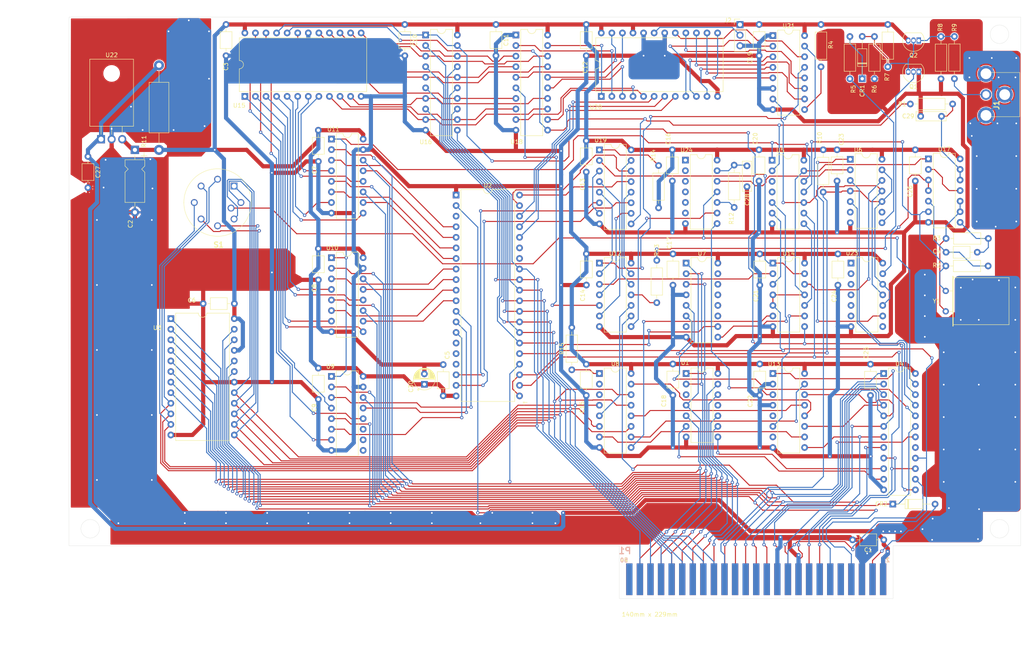
<source format=kicad_pcb>
(kicad_pcb (version 20221018) (generator pcbnew)
  (title_block (title "1066") (date "2019-09-14") (company "Atari Computer Museum") (comment 1 "ReMake ") (comment 2 "2019 Edition"))
  (layers (0 "F.Cu" signal) (31 "B.Cu" signal) (34 "B.Paste" user) (35 "F.Paste" user) (36 "B.SilkS" user "B.Silkscreen") (37 "F.SilkS" user "F.Silkscreen") (38 "B.Mask" user) (39 "F.Mask" user) (44 "Edge.Cuts" user))
  (net 0 "")
  (net 1 "GND")
  (net 2 "VCC")
  (net 3 "Net-(C4-Pad1)")
  (net 4 "Net-(C4-Pad2)")
  (net 5 "Net-(C28-Pad1)")
  (net 6 "Net-(C29-Pad1)")
  (net 7 "Net-(U8-~{Mr})")
  (net 8 "Net-(U19-~{Mr})")
  (net 9 "/!ROM")
  (net 10 "Net-(Q1-B)")
  (net 11 "/B_02")
  (net 12 "/!RESET")
  (net 13 "Net-(U23B-D)")
  (net 14 "/A9")
  (net 15 "/A10")
  (net 16 "/A11")
  (net 17 "/A12")
  (net 18 "/A13")
  (net 19 "/A14")
  (net 20 "/A15")
  (net 21 "/B_R!W")
  (net 22 "/!CARDSEL")
  (net 23 "/A0")
  (net 24 "/D0")
  (net 25 "/D3")
  (net 26 "/A3")
  (net 27 "/A1")
  (net 28 "/D1")
  (net 29 "/D2")
  (net 30 "/A2")
  (net 31 "/A7")
  (net 32 "/D7")
  (net 33 "/D6")
  (net 34 "/A6")
  (net 35 "/A4")
  (net 36 "/D4")
  (net 37 "/A8")
  (net 38 "/DSEL")
  (net 39 "/D5")
  (net 40 "/A5")
  (net 41 "Net-(U15-!OE)")
  (net 42 "Net-(U21-Clr)")
  (net 43 "Net-(U6B-~{Q})")
  (net 44 "Net-(R2-Pad2)")
  (net 45 "Net-(R3-Pad2)")
  (net 46 "Net-(CR1-K)")
  (net 47 "Net-(CR1-A)")
  (net 48 "Net-(Q2-E)")
  (net 49 "Net-(R12-Pad2)")
  (net 50 "Net-(R13-Pad2)")
  (net 53 "/xxxF")
  (net 54 "/xxFx")
  (net 55 "/MA0")
  (net 56 "/MA1")
  (net 58 "/MA2")
  (net 59 "/MA3")
  (net 60 "/MA4")
  (net 61 "/MA5")
  (net 62 "/MA6")
  (net 63 "/MA7")
  (net 64 "/MA8")
  (net 65 "/MA9")
  (net 66 "/MA10")
  (net 67 "/R2")
  (net 68 "/R1")
  (net 69 "/DE")
  (net 70 "/R0")
  (net 71 "/CUR")
  (net 72 "/HS")
  (net 73 "/VS")
  (net 74 "/MNR")
  (net 75 "/D1Fx")
  (net 76 "Net-(U14-Pad3)")
  (net 78 "Net-(U2-~{CS})")
  (net 80 "Net-(U14-Pad10)")
  (net 81 "/R3")
  (net 82 "/D1FF")
  (net 83 "Net-(P1-!MPD)")
  (net 85 "Net-(U10-Zc)")
  (net 86 "Net-(U10-Zb)")
  (net 87 "Net-(U10-Zd)")
  (net 88 "Net-(U10-Za)")
  (net 89 "Net-(U11-Zc)")
  (net 90 "Net-(U11-Zb)")
  (net 91 "Net-(U11-Zd)")
  (net 92 "Net-(U11-Za)")
  (net 93 "Net-(U15-A10)")
  (net 94 "Net-(U15-A9)")
  (net 95 "Net-(U15-A8)")
  (net 96 "Net-(U18-O7)")
  (net 97 "Net-(U18-O0)")
  (net 98 "Net-(U18-O5)")
  (net 99 "Net-(U18-O3)")
  (net 100 "Net-(U18-O4)")
  (net 101 "Net-(U20-Q0)")
  (net 102 "Net-(U12-Pad8)")
  (net 103 "Net-(U20-Q1)")
  (net 104 "Net-(U12-Pad3)")
  (net 105 "Net-(U20-Q2)")
  (net 106 "Net-(U20-Q3)")
  (net 107 "Net-(U20-Q4)")
  (net 108 "Net-(U20-Q5)")
  (net 109 "Net-(U20-Q6)")
  (net 110 "Net-(U20-Q7)")
  (net 111 "Net-(J2-Pin_2)")
  (net 112 "Net-(U18-O6)")
  (net 113 "/X3")
  (net 114 "/X4")
  (net 115 "/X5")
  (net 116 "/X6")
  (net 117 "/X7")
  (net 118 "/X0")
  (net 119 "/X1")
  (net 120 "/X2")
  (net 121 "Net-(U17-Pad11)")
  (net 122 "Net-(U18-O1)")
  (net 123 "Net-(U18-O2)")
  (net 124 "Net-(U10-S)")
  (net 128 "Net-(U13-Ia=b)")
  (net 130 "Net-(U13-Oa=b)")
  (net 132 "Net-(U13-A0)")
  (net 133 "Net-(U13-A1)")
  (net 134 "Net-(U13-A2)")
  (net 135 "Net-(U13-A3)")
  (net 136 "Net-(U19-Q0)")
  (net 137 "Net-(U19-D0)")
  (net 138 "Net-(U19-D1)")
  (net 139 "Net-(U19-Q1)")
  (net 140 "/+10V")
  (net 141 "/SW_CO")
  (net 142 "Net-(J1-Pad2)")
  (net 143 "/DBUFSEL")
  (net 144 "Net-(U19-Q3)")
  (net 145 "Net-(U19-Q4)")
  (net 146 "Net-(U19-Q5)")
  (net 149 "Net-(U8-Q1)")
  (net 150 "Net-(U8-Cp)")
  (net 152 "Net-(U7-O6)")
  (net 158 "Net-(U21-Clk)")
  (net 159 "Net-(U21-Qh)")
  (net 160 "Net-(U21-PE)")
  (net 161 "Net-(U23B-~{R})")
  (net 163 "Net-(U6A-D)")
  (net 164 "Net-(U6B-D)")
  (net 167 "Net-(CR2-A)")
  (footprint "Capacitor_THT:C_Axial_L3.8mm_D2.6mm_P7.50mm_Horizontal" (layer "F.Cu") (at 74.7522 27.4574 -90)
    (fp_text reference "C3")
    (fp_text value ".1uF")
  )
  (footprint "Capacitor_THT:C_Axial_L3.8mm_D2.6mm_P7.50mm_Horizontal" (layer "F.Cu") (at 76.7588 94.5134 180)
    (fp_text reference "C6")
    (fp_text value ".1uF")
  )
  (footprint "Capacitor_THT:C_Axial_L3.8mm_D2.6mm_P7.50mm_Horizontal" (layer "F.Cu") (at 96.9264 52.8574 -90)
    (fp_text reference "C7")
    (fp_text value ".1uF")
  )
  (footprint "Capacitor_THT:C_Axial_L3.8mm_D2.6mm_P7.50mm_Horizontal" (layer "F.Cu") (at 96.9264 81.3054 -90)
    (fp_text reference "C8")
    (fp_text value ".1uF")
  )
  (footprint "Capacitor_THT:C_Axial_L3.8mm_D2.6mm_P7.50mm_Horizontal" (layer "F.Cu") (at 96.9264 110.0074 -90)
    (fp_text reference "C9")
    (fp_text value ".1uF")
  )
  (footprint "Capacitor_THT:C_Axial_L3.8mm_D2.6mm_P7.50mm_Horizontal" (layer "F.Cu") (at 117.7036 27.4574 -90)
    (fp_text reference "C10")
    (fp_text value ".1uF")
  )
  (footprint "Capacitor_THT:C_Axial_L3.8mm_D2.6mm_P7.50mm_Horizontal" (layer "F.Cu") (at 139.5984 27.4574 -90)
    (fp_text reference "C11")
    (fp_text value ".1uF")
  )
  (footprint "Capacitor_THT:C_Axial_L3.8mm_D2.6mm_P7.50mm_Horizontal" (layer "F.Cu") (at 161.29 27.4574 -90)
    (fp_text reference "C12")
    (fp_text value ".1uF")
  )
  (footprint "Capacitor_THT:C_Axial_L3.8mm_D2.6mm_P7.50mm_Horizontal" (layer "F.Cu") (at 161.3154 82.55 -90)
    (fp_text reference "C14")
    (fp_text value ".1uF")
  )
  (footprint "Capacitor_THT:C_Axial_L3.8mm_D2.6mm_P7.50mm_Horizontal" (layer "F.Cu") (at 161.29 109.0676 -90)
    (fp_text reference "C15")
    (fp_text value ".1uF")
  )
  (footprint "Capacitor_THT:C_Axial_L3.8mm_D2.6mm_P7.50mm_Horizontal" (layer "F.Cu") (at 182.118 82.5754 -90)
    (fp_text reference "C17")
    (fp_text value ".1uF")
  )
  (footprint "Capacitor_THT:C_Axial_L3.8mm_D2.6mm_P7.50mm_Horizontal" (layer "F.Cu") (at 182.0926 109.0168 -90)
    (fp_text reference "C18")
    (fp_text value ".1uF")
  )
  (footprint "Capacitor_THT:C_Axial_L3.8mm_D2.6mm_P7.50mm_Horizontal" (layer "F.Cu") (at 202.819 27.4574 -90)
    (fp_text reference "C19")
    (fp_text value ".1uF")
  )
  (footprint "Capacitor_THT:C_Axial_L3.8mm_D2.6mm_P7.50mm_Horizontal" (layer "F.Cu") (at 202.9714 82.5754 -90)
    (fp_text reference "C21")
    (fp_text value ".1uF")
  )
  (footprint "Capacitor_THT:C_Axial_L3.8mm_D2.6mm_P7.50mm_Horizontal" (layer "F.Cu") (at 202.9714 109.0168 -90)
    (fp_text reference "C22")
    (fp_text value ".1uF")
  )
  (footprint "Capacitor_THT:C_Axial_L3.8mm_D2.6mm_P7.50mm_Horizontal" (layer "F.Cu") (at 221.742 82.5754 -90)
    (fp_text reference "C24")
    (fp_text value ".1uF")
  )
  (footprint "Capacitor_THT:C_Axial_L3.8mm_D2.6mm_P7.50mm_Horizontal" (layer "F.Cu") (at 229.5652 109.0676 -90)
    (fp_text reference "C25")
    (fp_text value ".1uF")
  )
  (footprint "Capacitor_THT:C_Axial_L3.8mm_D2.6mm_P7.50mm_Horizontal" (layer "F.Cu") (at 41.5798 59.1566 -90)
    (fp_text reference "C27")
    (fp_text value ".22uF")
  )
  (footprint "Capacitor_THT:CP_Radial_D5.0mm_P2.50mm" (layer "F.Cu") (at 122.4026 113.8936 90)
    (fp_text reference "C30")
    (fp_text value "10uF 16V")
  )
  (footprint "Connector_PinHeader_2.54mm:PinHeader_1x03_P2.54mm_Vertical" (layer "F.Cu") (at 198.2216 27.4828)
    (fp_text reference "J2")
    (fp_text value "Conn_01x03")
  )
  (footprint "1090:Edge-50" (layer "F.Cu") (at 191.96 162.0012)
    (fp_text reference "P1")
    (fp_text value "80cvc_50_edgecard" hide)
  )
  (footprint "Package_TO_SOT_THT:TO-92_Inline" (layer "F.Cu") (at 241.173 38.833 180)
    (fp_text reference "Q1")
    (fp_text value "2N3904")
  )
  (footprint "Package_TO_SOT_THT:TO-92_Inline" (layer "F.Cu") (at 241.173 31.313 180)
    (fp_text reference "Q2")
    (fp_text value "2N3904")
  )
  (footprint "Resistor_THT:R_Axial_DIN0207_L6.3mm_D2.5mm_P10.16mm_Horizontal" (layer "F.Cu") (at 257.8354 85.471 180)
    (fp_text reference "R2")
    (fp_text value "330")
  )
  (footprint "Resistor_THT:R_Axial_DIN0207_L6.3mm_D2.5mm_P10.16mm_Horizontal" (layer "F.Cu") (at 257.8862 78.867 180)
    (fp_text reference "R3")
    (fp_text value "330")
  )
  (footprint "Resistor_THT:R_Axial_DIN0207_L6.3mm_D2.5mm_P10.16mm_Horizontal" (layer "F.Cu") (at 224.6249 40.513 90)
    (fp_text reference "R5")
    (fp_text value "680")
  )
  (footprint "Resistor_THT:R_Axial_DIN0207_L6.3mm_D2.5mm_P10.16mm_Horizontal" (layer "F.Cu") (at 230.5246 30.353 -90)
    (fp_text reference "R6")
    (fp_text value "3.3k")
  )
  (footprint "Resistor_THT:R_Axial_DIN0207_L6.3mm_D2.5mm_P10.16mm_Horizontal" (layer "F.Cu") (at 233.7308 27.4574 -90)
    (fp_text reference "R7")
    (fp_text value "3.3k")
  )
  (footprint "Resistor_THT:R_Axial_DIN0207_L6.3mm_D2.5mm_P10.16mm_Horizontal" (layer "F.Cu") (at 246.507 30.353 -90)
    (fp_text reference "R8")
    (fp_text value "680")
  )
  (footprint "Resistor_THT:R_Axial_DIN0207_L6.3mm_D2.5mm_P10.16mm_Horizontal" (layer "F.Cu") (at 249.7328 40.4876 90)
    (fp_text reference "R9")
    (fp_text value "75")
  )
  (footprint "Resistor_THT:R_Axial_DIN0207_L6.3mm_D2.5mm_P10.16mm_Horizontal" (layer "F.Cu") (at 178.2318 84.1248 -90)
    (fp_text reference "R13")
    (fp_text value "1k")
  )
  (footprint "Resistor_THT:R_Axial_DIN0207_L6.3mm_D2.5mm_P10.16mm_Horizontal" (layer "F.Cu") (at 157.8102 110.4138 90)
    (fp_text reference "R15")
    (fp_text value "1k")
  )
  (footprint "FootPrints:RS18" (layer "F.Cu") (at 76.6826 66.2686 180)
    (fp_text reference "S1")
    (fp_text value "Sw-Rotary-1P8T" hide)
  )
  (footprint "Package_DIP:DIP-24_W15.24mm" (layer "F.Cu") (at 61.4934 98.131)
    (fp_text reference "U3")
    (fp_text value "2716")
  )
  (footprint "Package_DIP:DIP-16_W7.62mm" (layer "F.Cu") (at 100.0734 111.9886)
    (fp_text reference "U9")
    (fp_text value "74LS157")
  )
  (footprint "Package_DIP:DIP-16_W7.62mm" (layer "F.Cu") (at 100.0734 83.485532)
    (fp_text reference "U10")
    (fp_text value "74LS157")
  )
  (footprint "Package_DIP:DIP-16_W7.62mm" (layer "F.Cu") (at 100.0734 54.982466)
    (fp_text reference "U11")
    (fp_text value "74LS157")
  )
  (footprint "Package_DIP:DIP-14_W7.62mm" (layer "F.Cu") (at 164.4468 84.7852)
    (fp_text reference "U12")
    (fp_text value "74LS86")
  )
  (footprint "Package_DIP:DIP-14_W7.62mm" (layer "F.Cu") (at 206.121 84.7852)
    (fp_text reference "U14")
    (fp_text value "74LS10")
  )
  (footprint "Package_DIP:DIP-24_W15.24mm" (layer "F.Cu") (at 79.2734 44.7294 90)
    (fp_text reference "U15")
    (fp_text value "6116")
  )
  (footprint "Package_DIP:DIP-20_W7.62mm" (layer "F.Cu") (at 122.6996 29.9794)
    (fp_text reference "U16")
    (fp_text value "74LS244")
  )
  (footprint "Package_DIP:DIP-20_W7.62mm" (layer "F.Cu") (at 144.386 29.9794)
    (fp_text reference "U18")
    (fp_text value "74LS374")
  )
  (footprint "Package_DIP:DIP-16_W7.62mm" (layer "F.Cu") (at 164.4468 57.5818)
    (fp_text reference "U19")
    (fp_text value "74LS174")
  )
  (footprint "Package_DIP:DIP-24_W15.24mm" (layer "F.Cu") (at 164.8968 44.7294 90)
    (fp_text reference "U20")
    (fp_text value "2716")
  )
  (footprint "Package_DIP:DIP-16_W7.62mm" (layer "F.Cu") (at 206.121 30.1244)
    (fp_text reference "U21")
    (fp_text value "74LS166")
  )
  (footprint "Package_TO_SOT_THT:TO-220F-3_Horizontal_TabDown" (layer "F.Cu") (at 44.7294 55.0164)
    (fp_text reference "U22")
    (fp_text value "LCV7805")
  )
  (footprint "Package_DIP:DIP-14_W7.62mm" (layer "F.Cu") (at 224.8916 84.7852)
    (fp_text reference "U23")
    (fp_text value "74LS74")
  )
  (footprint "Crystal:Crystal_HC18-U_Horizontal" (layer "F.Cu") (at 247.65 96.3676 90)
    (fp_text reference "Y1")
    (fp_text value "14.318MHz")
  )
  (footprint "Capacitor_THT:C_Axial_L3.8mm_D2.6mm_P7.50mm_Horizontal" (layer "F.Cu") (at 161.29 55.3974 -90)
    (fp_text reference "C13")
    (fp_text value ".1uF")
  )
  (footprint "Capacitor_THT:CP_Axial_L10.0mm_D4.5mm_P15.00mm_Horizontal" (layer "F.Cu") (at 52.8574 57.5818 -90)
    (fp_text reference "C2")
    (fp_text value "47uF 16V")
  )
  (footprint "Resistor_THT:R_Axial_DIN0414_L11.9mm_D4.5mm_P20.32mm_Horizontal" (layer "F.Cu") (at 58.6486 57.5818 90)
    (fp_text reference "R11")
    (fp_text value "22Ohm 5W")
  )
  (footprint "Package_DIP:DIP-16_W7.62mm" (layer "F.Cu") (at 185.2839 84.7852)
    (fp_text reference "U7")
    (fp_text value "74LS138")
  )
  (footprint "Resistor_THT:R_Axial_DIN0207_L6.3mm_D2.5mm_P10.16mm_Horizontal" (layer "F.Cu") (at 217.678 37.6174 90)
    (fp_text reference "R4")
    (fp_text value "3.3k")
  )
  (footprint "Resistor_THT:R_Axial_DIN0207_L6.3mm_D2.5mm_P10.16mm_Horizontal" (layer "F.Cu") (at 239.141 46.5582)
    (fp_text reference "R1")
    (fp_text value "10")
  )
  (footprint "Capacitor_THT:C_Rect_L7.0mm_W2.0mm_P5.00mm" (layer "F.Cu") (at 246.6302 49.5046 180)
    (fp_text reference "C29")
    (fp_text value "470pF")
  )
  (footprint "Package_DIP:DIP-14_W7.62mm" (layer "F.Cu") (at 185.2839 111.3028)
    (fp_text reference "U1")
    (fp_text value "74LS20")
  )
  (footprint "Package_DIP:DIP-16_W7.62mm" (layer "F.Cu") (at 164.4468 111.3028)
    (fp_text reference "U8")
    (fp_text value "74LS174")
  )
  (footprint "Package_DIP:DIP-16_W7.62mm" (layer "F.Cu") (at 206.121 111.3028)
    (fp_text reference "U13")
    (fp_text value "74LS85")
  )
  (footprint "Package_DIP:DIP-40_W15.24mm" (layer "F.Cu") (at 130.0226 68.4276)
    (fp_text reference "U2")
    (fp_text value "MC6845")
  )
  (footprint "Capacitor_THT:C_Axial_L3.8mm_D2.6mm_P7.50mm_Horizontal" (layer "F.Cu") (at 126.9238 116.6622 90)
    (fp_text reference "C5")
    (fp_text value ".01uF")
  )
  (footprint "Package_DIP:DIP-24_W7.62mm" (layer "F.Cu") (at 232.7402 111.3028)
    (fp_text reference "U4")
    (fp_text value "20L10")
  )
  (footprint "Capacitor_THT:C_Axial_L3.8mm_D2.6mm_P7.50mm_Horizontal" (layer "F.Cu") (at 232.7656 151.257 180)
    (fp_text reference "C1")
    (fp_text value ".01uF")
  )
  (footprint "FootPrints:RCJ014" (layer "F.Cu") (at 257.3147 44.2976 -90)
    (fp_text reference "J1")
    (fp_text value "VideoOut" hide)
  )
  (footprint "Capacitor_THT:C_Axial_L3.8mm_D2.6mm_P7.50mm_Horizontal" (layer "F.Cu") (at 202.7936 57.5564 -90)
    (fp_text reference "C20")
    (fp_text value ".1uF")
  )
  (footprint "Resistor_THT:R_Axial_DIN0207_L6.3mm_D2.5mm_P10.16mm_Horizontal" (layer "F.Cu") (at 218.2114 57.5564 -90)
    (fp_text reference "R10")
    (fp_text value "1k")
  )
  (footprint "Capacitor_THT:C_Rect_L7.0mm_W2.0mm_P5.00mm" (layer "F.Cu") (at 199.898 61.4172 -90)
    (fp_text reference "C28")
    (fp_text value "1000pF")
  )
  (footprint "Capacitor_THT:C_Axial_L3.8mm_D2.6mm_P7.50mm_Horizontal" (layer "F.Cu") (at 221.5388 57.5564 -90)
    (fp_text reference "C23")
    (fp_text value ".1uF")
  )
  (footprint "Package_DIP:DIP-14_W7.62mm" (layer "F.Cu") (at 185.1061 60.0456)
    (fp_text reference "U24")
    (fp_text value "74LS04")
  )
  (footprint "Resistor_THT:R_Axial_DIN0207_L6.3mm_D2.5mm_P10.16mm_Horizontal" (layer "F.Cu") (at 178.6636 61.341 -90)
    (fp_text reference "R14")
    (fp_text value "1K")
  )
  (footprint "Capacitor_THT:C_Axial_L3.8mm_D2.6mm_P7.50mm_Horizontal" (layer "F.Cu") (at 240.3348 57.5564 -90)
    (fp_text reference "C26")
    (fp_text value ".1uF")
  )
  (footprint "Package_DIP:DIP-14_W7.62mm" (layer "F.Cu") (at 224.7138 59.8424)
    (fp_text reference "U6")
    (fp_text value "74LS74")
  )
  (footprint "Package_DIP:DIP-14_W7.62mm" (layer "F.Cu") (at 243.4844 59.7408)
    (fp_text reference "U17")
    (fp_text value "74S00")
  )
  (footprint "Capacitor_THT:C_Axial_L3.8mm_D2.6mm_P7.50mm_Horizontal" (layer "F.Cu") (at 181.9656 57.5564 -90)
    (fp_text reference "C16")
    (fp_text value ".1uF")
  )
  (footprint "Package_DIP:DIP-14_W7.62mm" (layer "F.Cu") (at 205.9432 60.071)
    (fp_text reference "U5")
    (fp_text value "74LS04")
  )
  (footprint "Capacitor_THT:C_Axial_L3.8mm_D2.6mm_P7.50mm_Horizontal" (layer "F.Cu") (at 255.2192 82.169 180)
    (fp_text reference "C4")
    (fp_text value ".1 uF")
  )
  (footprint "Resistor_THT:R_Axial_DIN0207_L6.3mm_D2.5mm_P10.16mm_Horizontal" (layer "F.Cu") (at 196.8246 61.2394 -90)
    (fp_text reference "R12")
    (fp_text value "47")
  )
  (footprint "Diode_THT:D_DO-35_SOD27_P10.16mm_Horizontal" (layer "F.Cu") (at 227.584 40.4876 90)
    (fp_text reference "CR1")
    (fp_text value "1N914")
  )
  (footprint "Diode_THT:D_DO-35_SOD27_P10.16mm_Horizontal" (layer "F.Cu") (at 234.9246 142.6718)
    (fp_text reference "CR2")
    (fp_text value "1N100")
  )
  (gr_line (start 146.3294 118.237) (end 146.3294 118.8466) (stroke (width 0.12)) (layer "F.SilkS"))
  (gr_line (start 146.3294 118.237) (end 147.1168 118.237) (stroke (width 0.12)) (layer "F.SilkS"))
  (gr_line (start 146.3294 118.237) (end 146.3294 118.0592) (stroke (width 0.12)) (layer "F.SilkS"))
  (gr_line (start 146.3294 118.237) (end 146.0754 118.237) (stroke (width 0.12)) (layer "F.SilkS"))
  (gr_line (start 265.65 25.67) (end 37.03 25.67) (stroke (width 0.05)) (layer "Edge.Cuts"))
  (gr_circle (center 260.56 148.59988) (end 262.79012 148.59988) (stroke (width 0.05)) (fill none) (layer "Edge.Cuts"))
  (gr_circle (center 260.55988 29.81) (end 262.79 29.81) (stroke (width 0.05)) (fill none) (layer "Edge.Cuts"))
  (gr_circle (center 42.11988 148.6) (end 44.35 148.6) (stroke (width 0.05)) (fill none) (layer "Edge.Cuts"))
  (gr_line (start 169.25 152.66) (end 169.25 165.36) (stroke (width 0.05)) (layer "Edge.Cuts"))
  (gr_line (start 265.65 152.65) (end 265.65 25.67) (stroke (width 0.05)) (layer "Edge.Cuts"))
  (gr_line (start 37.03 25.67) (end 37.02 152.66) (stroke (width 0.05)) (layer "Edge.Cuts"))
  (gr_line (start 37.02 152.66) (end 169.25 152.66) (stroke (width 0.05)) (layer "Edge.Cuts"))
  (gr_line (start 234.99 165.36) (end 234.99 152.65) (stroke (width 0.05)) (layer "Edge.Cuts"))
  (gr_line (start 169.25 165.36) (end 234.99 165.36) (stroke (width 0.05)) (layer "Edge.Cuts"))
  (gr_line (start 234.99 152.65) (end 265.65 152.65) (stroke (width 0.05)) (layer "Edge.Cuts"))
  (gr_text "50" (at 170.3578 156.1592) (layer "B.SilkS") (effects (font (size 1 1)) (justify mirror)))
  (gr_text "2" (at 233.7308 156.1084) (layer "B.SilkS") (effects (font (size 1 1)) (justify mirror)))
  (gr_text "140mm x 229mm" (at 176.53 169.1894) (layer "F.SilkS") (effects (font (size 1 1))))
  (gr_text "1" (at 233.7562 156.1084) (layer "F.SilkS") (effects (font (size 1 1))))
  (gr_text "49" (at 170.3578 156.1592) (layer "F.SilkS") (effects (font (size 1 1))))
  (segment (start 180.1438 34.9574) (end 180.1438 34.9574) (width 1) (layer "F.Cu") (net 1))
  (segment (start 175.0568 34.9504) (end 175.0498 34.9574) (width 1) (layer "F.Cu") (net 1))
  (segment (start 108.1278 144.8054) (end 121.1834 144.8054) (width 1) (layer "F.Cu") (net 1))
  (segment (start 121.1834 144.8054) (end 133.626998 144.8054) (width 1) (layer "F.Cu") (net 1))
  (segment (start 94.7166 144.8054) (end 108.1278 144.8054) (width 1) (layer "F.Cu") (net 1))
  (segment (start 85.4202 144.8054) (end 94.7166 144.8054) (width 1) (layer "F.Cu") (net 1))
  (segment (start 72.7964 144.8054) (end 74.8284 144.8054) (width 1) (layer "F.Cu") (net 1))
  (segment (start 148.3614 144.78) (end 153.8478 144.78) (width 1) (layer "F.Cu") (net 1))
  (segment (start 138.7094 144.78) (end 148.3614 144.78) (width 1) (layer "F.Cu") (net 1))
  (segment (start 74.8284 144.8054) (end 85.4202 144.8054) (width 1) (layer "F.Cu") (net 1))
  (segment (start 65.1002 144.8054) (end 72.7964 144.8054) (width 1) (layer "F.Cu") (net 1))
  (segment (start 105.4354 102.4636) (end 112.134 109.1622) (width 1) (layer "F.Cu") (net 1))
  (segment (start 200.2282 150.622) (end 209.1182 150.622) (width 1) (layer "F.Cu") (net 1))
  (segment (start 133.626998 144.8054) (end 134.681098 145.8595) (width 1) (layer "F.Cu") (net 1))
  (segment (start 153.8478 144.78) (end 155.067 145.9992) (width 1) (layer "F.Cu") (net 1))
  (segment (start 164.4468 129.0828) (end 166.4788 131.1148) (width 1) (layer "F.Cu") (net 1))
  (segment (start 69.2588 123.5018) (end 66.6896 126.071) (width 1) (layer "F.Cu") (net 1))
  (segment (start 122.4026 111.3936) (end 122.4026 109.1692) (width 1) (layer "F.Cu") (net 1))
  (segment (start 174.1932 131.1148) (end 176.2252 129.0828) (width 1) (layer "F.Cu") (net 1))
  (segment (start 46.4058 73.681) (end 46.4058 141.9352) (width 1) (layer "F.Cu") (net 1))
  (segment (start 183.964399 36.136399) (end 183.964399 34.942599) (width 1) (layer "F.Cu") (net 1))
  (segment (start 144.386 52.8394) (end 144.386 57.8228) (width 1) (layer "F.Cu") (net 1))
  (segment (start 76.7442 113.3602) (end 76.7334 113.371) (width 1) (layer "F.Cu") (net 1))
  (segment (start 52.8574 92.1004) (end 52.8574 72.5818) (width 1) (layer "F.Cu") (net 1))
  (segment (start 250.6218 44.0944) (end 246.634 44.0944) (width 1) (layer "F.Cu") (net 1))
  (segment (start 231.4448 50.6984) (end 213.6394 50.6984) (width 1) (layer "F.Cu") (net 1))
  (segment (start 49.276 144.8054) (end 65.1002 144.8054) (width 1) (layer "F.Cu") (net 1))
  (segment (start 161.3154 90.05) (end 155.2518 90.05) (width 1) (layer "F.Cu") (net 1))
  (segment (start 227.1776 151.257) (end 225.2656 151.257) (width 1) (layer "F.Cu") (net 1))
  (segment (start 69.2588 94.5134) (end 69.2588 123.5018) (width 1) (layer "F.Cu") (net 1))
  (segment (start 105.426866 72.762466) (end 105.4354 72.771) (width 1) (layer "F.Cu") (net 1))
  (segment (start 252.8824 57.3786) (end 251.7902 56.2864) (width 1) (layer "F.Cu") (net 1))
  (segment (start 183.964399 34.942599) (end 201.672829 34.942599) (width 1) (layer "F.Cu") (net 1))
  (segment (start 210.439 150.622) (end 224.6306 150.622) (width 1) (layer "F.Cu") (net 1))
  (segment (start 55.2704 94.5134) (end 52.8574 92.1004) (width 1) (layer "F.Cu") (net 1))
  (segment (start 155.2518 90.05) (end 155.2448 90.043) (width 1) (layer "F.Cu") (net 1))
  (segment (start 238.0488 44.0944) (end 233.7181 48.4251) (width 1) (layer "F.Cu") (net 1))
  (segment (start 164.4468 75.3618) (end 166.5042 77.4192) (width 1) (layer "F.Cu") (net 1))
  (segment (start 206.121 102.3112) (end 224.8916 102.3112) (width 1) (layer "F.Cu") (net 1))
  (segment (start 46.99 61.2464) (end 47.0084 61.2464) (width 1) (layer "F.Cu") (net 1))
  (segment (start 234.4674 101.6254) (end 234.4674 89.8906) (width 1) (layer "F.Cu") (net 1))
  (segment (start 199.898 66.4172) (end 199.898 77.343) (width 1) (layer "F.Cu") (net 1))
  (segment (start 224.8916 100.0252) (end 224.8916 102.3112) (width 1) (layer "F.Cu") (net 1))
  (segment (start 46.4058 141.9352) (end 49.276 144.8054) (width 1) (layer "F.Cu") (net 1))
  (segment (start 91.2622 63.0936) (end 85.7758 63.0936) (width 1) (layer "F.Cu") (net 1))
  (segment (start 201.68763 34.9574) (end 202.819 34.9574) (width 1) (layer "F.Cu") (net 1))
  (segment (start 118.6942 66.294) (end 130.048 66.294) (width 1) (layer "F.Cu") (net 1))
  (segment (start 76.7188 113.3856) (end 69.2588 113.3856) (width 1) (layer "F.Cu") (net 1))
  (segment (start 96.9264 60.3574) (end 93.9984 60.3574) (width 1) (layer "F.Cu") (net 1))
  (segment (start 230.5246 45.2316) (end 233.7181 48.4251) (width 1) (layer "F.Cu") (net 1))
  (segment (start 69.2588 87.0274) (end 69.2772 87.0458) (width 1) (layer "F.Cu") (net 1))
  (segment (start 210.192801 150.868199) (end 210.439 150.622) (width 1) (layer "F.Cu") (net 1))
  (segment (start 208.2292 131.191) (end 219.8116 131.191) (width 1) (layer "F.Cu") (net 1))
  (segment (start 100.0734 101.265532) (end 105.431132 101.265532) (width 1) (layer "F.Cu") (net 1))
  (segment (start 229.606987 153.686387) (end 227.1776 151.257) (width 1) (layer "F.Cu") (net 1))
  (segment (start 144.386 57.8228) (end 144.399 57.8358) (width 1) (layer "F.Cu") (net 1))
  (segment (start 130.0226 66.3194) (end 130.048 66.294) (width 1) (layer "F.Cu") (net 1))
  (segment (start 69.2772 87.0458) (end 89.0016 87.0458) (width 1) (layer "F.Cu") (net 1))
  (segment (start 185.2839 129.0737) (end 185.293 129.0828) (width 1) (layer "F.Cu") (net 1))
  (segment (start 166.9868 102.5652) (end 185.2839 102.5652) (width 1) (layer "F.Cu") (net 1))
  (segment (start 212.2932 154.94) (end 211.727515 154.94) (width 1) (layer "F.Cu") (net 1))
  (segment (start 122.4026 109.1692) (end 122.4096 109.1622) (width 1) (layer "F.Cu") (net 1))
  (segment (start 224.7138 75.0824) (end 224.7138 77.4192) (width 1) (layer "F.Cu") (net 1))
  (segment (start 175.0498 34.9574) (end 180.1438 34.9574) (width 1) (layer "F.Cu") (net 1))
  (segment (start 219.8116 131.191) (end 229.616 131.191) (width 1) (layer "F.Cu") (net 1))
  (segment (start 240.3348 74.9808) (end 243.4844 74.9808) (width 1) (layer "F.Cu") (net 1))
  (segment (start 251.7902 45.2628) (end 250.6218 44.0944) (width 1) (layer "F.Cu") (net 1))
  (segment (start 241.6302 44.1198) (end 241.6048 44.0944) (width 1) (layer "F.Cu") (net 1))
  (segment (start 197.3072 102.3112) (end 206.121 102.3112) (width 1) (layer "F.Cu") (net 1))
  (segment (start 224.7138 77.4192) (end 237.6424 77.4192) (width 1) (layer "F.Cu") (net 1))
  (segment (start 69.2588 94.5134) (end 69.2588 87.0274) (width 1) (layer "F.Cu") (net 1))
  (segment (start 199.9742 77.4192) (end 205.9432 77.4192) (width 1) (layer "F.Cu") (net 1))
  (segment (start 69.2588 94.5134) (end 55.2704 94.5134) (width 1) (layer "F.Cu") (net 1))
  (segment (start 241.173 44.0436) (end 241.2238 44.0944) (width 1) (layer "F.Cu") (net 1))
  (segment (start 47.505 72.5818) (end 41.5798 66.6566) (width 1) (layer "F.Cu") (net 1))
  (segment (start 180.1368 34.9504) (end 180.1438 34.9574) (width 1) (layer "F.Cu") (net 1))
  (segment (start 188.8744 41.0464) (end 183.964399 36.136399) (width 1) (layer "F.Cu") (net 1))
  (segment (start 190.7794 41.0464) (end 188.8744 41.0464) (width 1) (layer "F.Cu") (net 1))
  (segment (start 85.7758 113.3602) (end 92.7792 113.3602) (width 1) (layer "F.Cu") (net 1))
  (segment (start 224.8916 102.3112) (end 233.7816 102.3112) (width 1) (layer "F.Cu") (net 1))
  (segment (start 233.7816 102.3112) (end 234.4674 101.6254) (width 1) (layer "F.Cu") (net 1))
  (segment (start 144.399 57.8358) (end 155.2448 57.8358) (width 1) (layer "F.Cu") (net 1))
  (segment (start 175.9966 142.9512) (end 192.5574 142.9512) (width 1) (layer "F.Cu") (net 1))
  (segment (start 130.0226 68.4276) (end 130.0226 66.3194) (width 1) (layer "F.Cu") (net 1))
  (segment (start 209.1182 150.622) (end 210.439 150.622) (width 1) (layer "F.Cu") (net 1))
  (segment (start 192.8368 44.7294) (end 192.8368 43.1038) (width 1) (layer "F.Cu") (net 1))
  (segment (start 211.727515 154.94) (end 210.192801 153.405286) (width 1) (layer "F.Cu") (net 1))
  (segment (start 185.2839 102.5652) (end 187.2397 104.521) (width 1) (layer "F.Cu") (net 1))
  (segment (start 166.4788 131.1148) (end 174.1932 131.1148) (width 1) (layer "F.Cu") (net 1))
  (segment (start 185.1061 75.2856) (end 185.1061 77.4029) (width 1) (layer "F.Cu") (net 1))
  (segment (start 241.6302 49.5046) (end 241.6302 44.1198) (width 1) (layer "F.Cu") (net 1))
  (segment (start 100.0734 72.762466) (end 105.426866 72.762466) (width 1) (layer "F.Cu") (net 1))
  (segment (start 134.681098 145.8595) (end 137.5791 145.8595) (width 1) (layer "F.Cu") (net 1))
  (segment (start 206.121 100.0252) (end 206.121 102.3112) (width 1) (layer "F.Cu") (net 1))
  (segment (start 241.6048 44.0944) (end 241.2238 44.0944) (width 1) (layer "F.Cu") (net 1))
  (segment (start 246.507 43.9674) (end 246.634 44.0944) (width 1) (layer "F.Cu") (net 1))
  (segment (start 93.9984 60.3574) (end 91.2622 63.0936) (width 1) (layer "F.Cu") (net 1))
  (segment (start 180.1368 29.4894) (end 180.1368 34.9504) (width 1) (layer "F.Cu") (net 1))
  (segment (start 175.0568 29.4894) (end 175.0568 34.9504) (width 1) (layer "F.Cu") (net 1))
  (segment (start 230.5246 40.513) (end 230.5246 45.2316) (width 1) (layer "F.Cu") (net 1))
  (segment (start 192.8368 43.1038) (end 190.7794 41.0464) (width 1) (layer "F.Cu") (net 1))
  (segment (start 246.507 40.513) (end 246.507 43.9674) (width 1) (layer "F.Cu") (net 1))
  (segment (start 161.29 34.9574) (end 175.0498 34.9574) (width 1) (layer "F.Cu") (net 1))
  (segment (start 138.6586 144.78) (end 138.7094 144.78) (width 1) (layer "F.Cu") (net 1))
  (segment (start 130.048 66.294) (end 155.2448 66.294) (width 1) (layer "F.Cu") (net 1))
  (segment (start 210.8454 47.9044) (end 206.121 47.9044) (width 1) (layer "F.Cu") (net 1))
  (segment (start 249.6312 76.962) (end 251.9172 76.962) (width 1) (layer "F.Cu") (net 1))
  (segment (start 105.4354 101.2698) (end 105.4354 102.4636) (width 1) (layer "F.Cu") (net 1))
  (segment (start 228.7778 154.5336) (end 228.7778 154.515574) (width 1) (layer "F.Cu") (net 1))
  (segment (start 122.4096 109.1622) (end 126.9238 109.1622) (width 1) (layer "F.Cu") (net 1))
  (segment (start 122.6996 52.8394) (end 127.696 57.8358) (width 1) (layer "F.Cu") (net 1))
  (segment (start 251.7902 56.2864) (end 251.7902 45.2628) (width 1) (layer "F.Cu") (net 1))
  (segment (start 252.8824 75.9968) (end 252.8824 57.3786) (width 1) (layer "F.Cu") (net 1))
  (segment (start 47.505 72.5818) (end 46.4058 73.681) (width 1) (layer "F.Cu") (net 1))
  (segment (start 233.7181 48.4251) (end 231.4448 50.6984) (width 1) (layer "F.Cu") (net 1))
  (segment (start 164.4468 100.0252) (end 166.9868 102.5652) (width 1) (layer "F.Cu") (net 1))
  (segment (start 195.0974 104.521) (end 197.3072 102.3112) (width 1) (layer "F.Cu") (net 1))
  (segment (start 107.6934 57.522466) (end 109.922666 57.522466) (width 1) (layer "F.Cu") (net 1))
  (segment (start 240.0808 74.9808) (end 240.3348 74.9808) (width 1) (layer "F.Cu") (net 1))
  (segment (start 180.158601 34.942599) (end 183.964399 34.942599) (width 1) (layer "F.Cu") (net 1))
  (segment (start 41.5798 66.6566) (end 46.99 61.2464) (width 1) (layer "F.Cu") (net 1))
  (segment (start 185.293 129.0828) (end 206.121 129.0828) (width 1) (layer "F.Cu") (net 1))
  (segment (start 224.6306 150.622) (end 225.2656 151.257) (width 1) (layer "F.Cu") (net 1))
  (segment (start 237.6424 77.4192) (end 240.0808 74.9808) (width 1) (layer "F.Cu") (net 1))
  (segment (start 247.65 74.9808) (end 249.6312 76.962) (width 1) (layer "F.Cu") (net 1))
  (segment (start 185.2839 126.5428) (end 185.2839 129.0737) (width 1) (layer "F.Cu") (net 1))
  (segment (start 192.5574 142.9512) (end 200.2282 150.622) (width 1) (layer "F.Cu") (net 1))
  (segment (start 172.9486 145.9992) (end 175.9966 142.9512) (width 1) (layer "F.Cu") (net 1))
  (segment (start 185.1061 77.4029) (end 185.0898 77.4192) (width 1) (layer "F.Cu") (net 1))
  (segment (start 155.067 145.9992) (end 172.9486 145.9992) (width 1) (layer "F.Cu") (net 1))
  (segment (start 185.0898 77.4192) (end 199.9742 77.4192) (width 1) (layer "F.Cu") (net 1))
  (segment (start 213.6394 50.6984) (end 210.8454 47.9044) (width 1) (layer "F.Cu") (net 1))
  (segment (start 210.192801 153.405286) (end 210.192801 150.868199) (width 1) (layer "F.Cu") (net 1))
  (segment (start 105.431132 101.265532) (end 105.4354 101.2698) (width 1) (layer "F.Cu") (net 1))
  (segment (start 176.2252 129.0828) (end 185.293 129.0828) (width 1) (layer "F.Cu") (net 1))
  (segment (start 205.9432 75.311) (end 205.9432 77.4192) (width 1) (layer "F.Cu") (net 1))
  (segment (start 201.672829 34.942599) (end 201.68763 34.9574) (width 1) (layer "F.Cu") (net 1))
  (segment (start 112.3766 109.1622) (end 122.4096 109.1622) (width 1) (layer "F.Cu") (net 1))
  (segment (start 187.2397 104.521) (end 195.0974 104.521) (width 1) (layer "F.Cu") (net 1))
  (segment (start 180.1438 34.9574) (end 180.158601 34.942599) (width 1) (layer "F.Cu") (net 1))
  (segment (start 234.4674 89.8906) (end 237.6424 86.7156) (width 1) (layer "F.Cu") (net 1))
  (segment (start 175.0568 34.9504) (end 175.0568 34.9504) (width 1) (layer "F.Cu") (net 1))
  (segment (start 52.8574 72.5818) (end 47.505 72.5818) (width 1) (layer "F.Cu") (net 1))
  (segment (start 240.3348 65.0564) (end 240.3348 74.9808) (width 1) (layer "F.Cu") (net 1))
  (segment (start 228.7778 154.515574) (end 229.606987 153.686387) (width 1) (layer "F.Cu") (net 1))
  (segment (start 112.134 109.1622) (end 112.3766 109.1622) (width 1) (layer "F.Cu") (net 1))
  (segment (start 251.9172 76.962) (end 252.8824 75.9968) (width 1) (layer "F.Cu") (net 1))
  (segment (start 237.6424 86.7156) (end 237.6424 77.4192) (width 1) (layer "F.Cu") (net 1))
  (segment (start 181.9402 77.4192) (end 185.0898 77.4192) (width 1) (layer "F.Cu") (net 1))
  (segment (start 66.6896 126.071) (end 61.4934 126.071) (width 1) (layer "F.Cu") (net 1))
  (segment (start 92.7792 113.3602) (end 96.9264 117.5074) (width 1) (layer "F.Cu") (net 1))
  (segment (start 137.5791 145.8595) (end 138.6586 144.78) (width 1) (layer "F.Cu") (net 1))
  (segment (start 246.634 44.0944) (end 241.6048 44.0944) (width 1) (layer "F.Cu") (net 1))
  (segment (start 90.7612 88.8054) (end 96.9264 88.8054) (width 1) (layer "F.Cu") (net 1))
  (segment (start 166.5042 77.4192) (end 181.9402 77.4192) (width 1) (layer "F.Cu") (net 1))
  (segment (start 109.922666 57.522466) (end 118.6942 66.294) (width 1) (layer "F.Cu") (net 1))
  (segment (start 241.173 38.833) (end 241.173 44.0436) (width 1) (layer "F.Cu") (net 1))
  (segment (start 89.0016 87.0458) (end 90.7612 88.8054) (width 1) (layer "F.Cu") (net 1))
  (segment (start 47.2694 60.9854) (end 47.2694 55.0164) (width 1) (layer "F.Cu") (net 1))
  (segment (start 206.121 129.0828) (end 208.2292 131.191) (width 1) (layer "F.Cu") (net 1))
  (segment (start 243.4844 74.9808) (end 247.65 74.9808) (width 1) (layer "F.Cu") (net 1))
  (segment (start 127.696 57.8358) (end 144.399 57.8358) (width 1) (layer "F.Cu") (net 1))
  (segment (start 199.898 77.343) (end 199.9742 77.4192) (width 1) (layer "F.Cu") (net 1))
  (segment (start 241.2238 44.0944) (end 238.0488 44.0944) (width 1) (layer "F.Cu") (net 1))
  (segment (start 76.7334 113.371) (end 76.7188 113.3856) (width 1) (layer "F.Cu") (net 1))
  (segment (start 205.9432 77.4192) (end 224.7138 77.4192) (width 1) (layer "F.Cu") (net 1))
  (segment (start 85.7758 113.3602) (end 76.7442 113.3602) (width 1) (layer "F.Cu") (net 1))
  (segment (start 47.0084 61.2464) (end 47.2694 60.9854) (width 1) (layer "F.Cu") (net 1))
  (via (at 242.6208 92.5322) (size 0.8) (drill 0.4) (layers "F.Cu" "B.Cu") (net 1))
  (via (at 65.7987 26.4668) (size 0.8) (drill 0.4) (layers "F.Cu" "B.Cu") (net 1))
  (via (at 43.7388 74.422) (size 0.8) (drill 0.4) (layers "F.Cu" "B.Cu") (net 1))
  (via (at 260.35 40.1574) (size 0.8) (drill 0.4) (layers "F.Cu" "B.Cu") (net 1))
  (via (at 247.1674 129.5527) (size 0.8) (drill 0.4) (layers "F.Cu" "B.Cu") (net 1))
  (via (at 45.8216 59.9694) (size 0.8) (drill 0.4) (layers "F.Cu" "B.Cu") (net 1))
  (via (at 105.4354 101.2698) (size 0.8) (drill 0.4) (layers "F.Cu" "B.Cu") (net 1))
  (via (at 138.7094 144.78) (size 0.8) (drill 0.4) (layers "F.Cu" "B.Cu") (net 1))
  (via (at 148.3614 144.78) (size 0.8) (drill 0.4) (layers "F.Cu" "B.Cu") (net 1))
  (via (at 242.6208 97.5106) (size 0.8) (drill 0.4) (layers "F.Cu" "B.Cu") (net 1))
  (via (at 135.8646 147.2692) (size 0.8) (drill 0.4) (layers "F.Cu" "B.Cu") (net 1))
  (via (at 232.6386 149.225) (size 0.8) (drill 0.4) (layers "F.Cu" "B.Cu") (net 1))
  (via (at 255.0922 74.7776) (size 0.8) (drill 0.4) (layers "F.Cu" "B.Cu") (net 1))
  (via (at 43.7388 90.03665) (size 0.8) (drill 0.4) (layers "F.Cu" "B.Cu") (net 1))
  (via (at 74.738088 147.2692) (size 0.8) (drill 0.4) (layers "F.Cu" "B.Cu") (net 1))
  (via (at 244.3734 151.257) (size 0.8) (drill 0.4) (layers "F.Cu" "B.Cu") (net 1))
  (via (at 229.606987 153.686387) (size 0.8) (drill 0.4) (layers "F.Cu" "B.Cu") (net 1))
  (via (at 235.4834 149.225) (size 0.8) (drill 0.4) (layers "F.Cu" "B.Cu") (net 1))
  (via (at 260.4262 88.9254) (size 0.8) (drill 0.4) (layers "F.Cu" "B.Cu") (net 1))
  (via (at 104.413752 147.2692) (size 0.8) (drill 0.4) (layers "F.Cu" "B.Cu") (net 1))
  (via (at 264.5918 59.07024) (size 0.8) (drill 0.4) (layers "F.Cu" "B.Cu") (net 1))
  (via (at 105.4354 72.771) (size 0.8) (drill 0.4) (layers "F.Cu" "B.Cu") (net 1))
  (via (at 202.7936 77.4192) (size 0.8) (drill 0.4) (layers "F.Cu" "B.Cu") (net 1))
  (via (at 153.8732 147.2692) (size 0.8) (drill 0.4) (layers "F.Cu" "B.Cu") (net 1))
  (via (at 221.5388 77.4192) (size 0.8) (drill 0.4) (layers "F.Cu" "B.Cu") (net 1))
  (via (at 202.9714 102.3112) (size 0.8) (drill 0.4) (layers "F.Cu" "B.Cu") (net 1))
  (via (at 219.8116 131.191) (size 0.8) (drill 0.4) (layers "F.Cu" "B.Cu") (net 1))
  (via (at 48.895 147.2692) (size 0.8) (drill 0.4) (layers "F.Cu" "B.Cu") (net 1))
  (via (at 94.521864 144.8054) (size 0.8) (drill 0.4) (layers "F.Cu" "B.Cu") (net 1))
  (via (at 212.2932 154.94) (size 0.8) (drill 0.4) (layers "F.Cu" "B.Cu") (net 1))
  (via (at 255.5875 113.9825) (size 0.8) (drill 0.4) (layers "F.Cu" "B.Cu") (net 1))
  (via (at 234.1118 149.225) (size 0.8) (drill 0.4) (layers "F.Cu" "B.Cu") (net 1))
  (via (at 264.3632 98.4123) (size 0.8) (drill 0.4) (layers "F.Cu" "B.Cu") (net 1))
  (via (at 62.1538 52.8066) (size 0.8) (drill 0.4) (layers "F.Cu" "B.Cu") (net 1))
  (via (at 70.6628 40.4876) (size 0.8) (drill 0.4) (layers "F.Cu" "B.Cu") (net 1))
  (via (at 155.2448 90.043) (size 0.8) (drill 0.4) (layers "F.Cu" "B.Cu") (net 1))
  (via (at 229.616 131.191) (size 0.8) (drill 0.4) (layers "F.Cu" "B.Cu") (net 1))
  (via (at 155.2448 66.294) (size 0.8) (drill 0.4) (layers "F.Cu" "B.Cu") (net 1))
  (via (at 264.5918 35.5092) (size 0.8) (drill 0.4) (layers "F.Cu" "B.Cu") (net 1))
  (via (at 84.629976 144.8054) (size 0.8) (drill 0.4) (layers "F.Cu" "B.Cu") (net 1))
  (via (at 247.1674 137.3378) (size 0.8) (drill 0.4) (layers "F.Cu" "B.Cu") (net 1))
  (via (at 84.629976 147.2692) (size 0.8) (drill 0.4) (layers "F.Cu" "B.Cu") (net 1))
  (via (at 74.738088 144.8054) (size 0.8) (drill 0.4) (layers "F.Cu" "B.Cu") (net 1))
  (via (at 155.2448 57.8358) (size 0.8) (drill 0.4) (layers "F.Cu" "B.Cu") (net 1))
  (via (at 60.9346 29.1084) (size 0.8) (drill 0.4) (layers "F.Cu" "B.Cu") (net 1))
  (via (at 254.1016 88.7222) (size 0.8) (drill 0.4) (layers "F.Cu" "B.Cu") (net 1))
  (via (at 69.596 51.8668) (size 0.8) (drill 0.4) (layers "F.Cu" "B.Cu") (net 1))
  (via (at 264.3632 129.5527) (size 0.8) (drill 0.4) (layers "F.Cu" "B.Cu") (net 1))
  (via (at 255.397 151.0792) (size 0.8) (drill 0.4) (layers "F.Cu" "B.Cu") (net 1))
  (via (at 244.5004 146.177) (size 0.8) (drill 0.4) (layers "F.Cu" "B.Cu") (net 1))
  (via (at 264.5918 74.7776) (size 0.8) (drill 0.4) (layers "F.Cu" "B.Cu") (net 1))
  (via (at 94.521864 147.2692) (size 0.8) (drill 0.4) (layers "F.Cu" "B.Cu") (net 1))
  (via (at 148.3614 147.2692) (size 0.8) (drill 0.4) (layers "F.Cu" "B.Cu") (net 1))
  (via (at 228.7778 154.5336) (size 0.8) (drill 0.4) (layers "F.Cu" "B.Cu") (net 1))
  (via (at 56.9214 136.8806) (size 0.8) (drill 0.4) (layers "F.Cu" "B.Cu") (net 1))
  (via (at 255.7653 129.5527) (size 0.8) (drill 0.4) (layers "F.Cu" "B.Cu") (net 1))
  (via (at 259.6388 76.0222) (size 0.8) (drill 0.4) (layers "F.Cu" "B.Cu") (net 1))
  (via (at 54.7116 52.8066) (size 0.8) (drill 0.4) (layers "F.Cu" "B.Cu") (net 1))
  (via (at 56.5658 59.8424) (size 0.8) (drill 0.4) (layers "F.Cu" "B.Cu") (net 1))
  (via (at 242.6208 87.5538) (size 0.8) (drill 0.4) (layers "F.Cu" "B.Cu") (net 1))
  (via (at 247.1674 113.9825) (size 0.8) (drill 0.4) (layers "F.Cu" "B.Cu") (net 1))
  (via (at 182.0926 129.0828) (size 0.8) (drill 0.4) (layers "F.Cu" "B.Cu") (net 1))
  (via (at 247.1674 106.1974) (size 0.8) (drill 0.4) (layers "F.Cu" "B.Cu") (net 1))
  (via (at 56.9214 90.03665) (size 0.8) (drill 0.4) (layers "F.Cu" "B.Cu") (net 1))
  (via (at 114.30564 147.2692) (size 0.8) (drill 0.4) (layers "F.Cu" "B.Cu") (net 1))
  (via (at 70.6628 29.1084) (size 0.8) (drill 0.4) (layers "F.Cu" "B.Cu") (net 1))
  (via (at 124.197528 144.8054) (size 0.8) (drill 0.4) (layers "F.Cu" "B.Cu") (net 1))
  (via (at 253.3396 40.1574) (size 0.8) (drill 0.4) (layers "F.Cu" "B.Cu") (net 1))
  (via (at 260.0706 51.21656) (size 0.8) (drill 0.4) (layers "F.Cu" "B.Cu") (net 1))
  (via (at 202.9714 129.0828) (size 0.8) (drill 0.4) (layers "F.Cu" "B.Cu") (net 1))
  (via (at 251.2822 90.678) (size 0.8) (drill 0.4) (layers "F.Cu" "B.Cu") (net 1))
  (via (at 242.6208 102.489) (size 0.8) (drill 0.4) (layers "F.Cu" "B.Cu") (net 1))
  (via (at 264.3632 121.7676) (size 0.8) (drill 0.4) (layers "F.Cu" "B.Cu") (net 1))
  (via (at 43.7388 105.6513) (size 0.8) (drill 0.4) (layers "F.Cu" "B.Cu") (net 1))
  (via (at 85.7758 87.0204) (size 0.8) (drill 0.4) (layers "F.Cu" "B.Cu") (net 1))
  (via (at 248.412 143.637) (size 0.8) (drill 0.4) (layers "F.Cu" "B.Cu") (net 1))
  (via (at 85.7758 63.0936) (size 0.8) (drill 0.4) (layers "F.Cu" "B.Cu") (net 1))
  (via (at 264.3632 90.6272) (size 0.8) (drill 0.4) (layers "F.Cu" "B.Cu") (net 1))
  (via (at 124.197528 147.2692) (size 0.8) (drill 0.4) (layers "F.Cu" "B.Cu") (net 1))
  (via (at 56.9214 74.422) (size 0.8) (drill 0.4) (layers "F.Cu" "B.Cu") (net 1))
  (via (at 236.8804 149.225) (size 0.8) (drill 0.4) (layers "F.Cu" "B.Cu") (net 1))
  (via (at 64.8462 144.8054) (size 0.8) (drill 0.4) (layers "F.Cu" "B.Cu") (net 1))
  (via (at 255.0922 59.07024) (size 0.8) (drill 0.4) (layers "F.Cu" "B.Cu") (net 1))
  (via (at 264.3632 137.3378) (size 0.8) (drill 0.4) (layers "F.Cu" "B.Cu") (net 1))
  (via (at 57.0738 66.8528) (size 0.8) (drill 0.4) (layers "F.Cu" "B.Cu") (net 1))
  (via (at 43.7388 121.26595) (size 0.8) (drill 0.4) (layers "F.Cu" "B.Cu") (net 1))
  (via (at 114.30564 144.8054) (size 0.8) (drill 0.4) (layers "F.Cu" "B.Cu") (net 1))
  (via (at 56.9214 105.6513) (size 0.8) (drill 0.4) (layers "F.Cu" "B.Cu") (net 1))
  (via (at 253.5555 51.21656) (size 0.8) (drill 0.4) (layers "F.Cu" "B.Cu") (net 1))
  (via (at 43.7388 136.8806) (size 0.8) (drill 0.4) (layers "F.Cu" "B.Cu") (net 1))
  (via (at 264.3632 113.9825) (size 0.8) (drill 0.4) (layers "F.Cu" "B.Cu") (net 1))
  (via (at 45.339 66.6242) (size 0.8) (drill 0.4) (layers "F.Cu" "B.Cu") (net 1))
  (via (at 264.5918 66.92392) (size 0.8) (drill 0.4) (layers "F.Cu" "B.Cu") (net 1))
  (via (at 247.1674 121.7676) (size 0.8) (drill 0.4) (layers "F.Cu" "B.Cu") (net 1))
  (via (at 182.118 102.5652) (size 0.8) (drill 0.4) (layers "F.Cu" "B.Cu") (net 1))
  (via (at 251.2568 98.4123) (size 0.8) (drill 0.4) (layers "F.Cu" "B.Cu") (net 1))
  (via (at 180.1438 34.9574) (size 0.8) (drill 0.4) (layers "F.Cu" "B.Cu") (net 1))
  (via (at 255.651 143.891) (size 0.8) (drill 0.4) (layers "F.Cu" "B.Cu") (net 1))
  (via (at 207.9498 150.622) (size 0.8) (drill 0.4) (layers "F.Cu" "B.Cu") (net 1))
  (via (at 264.3886 40.1574) (size 0.8) (drill 0.4) (layers "F.Cu" "B.Cu") (net 1))
  (via (at 104.413752 144.8054) (size 0.8) (drill 0.4) (layers "F.Cu" "B.Cu") (net 1))
  (via (at 64.8462 147.2692) (size 0.8) (drill 0.4) (layers "F.Cu" "B.Cu") (net 1))
  (via (at 181.9656 77.4192) (size 0.8) (drill 0.4) (layers "F.Cu" "B.Cu") (net 1))
  (via (at 253.3396 35.5092) (size 0.8) (drill 0.4) (layers "F.Cu" "B.Cu") (net 1))
  (via (at 253.8984 54.229) (size 0.8) (drill 0.4) (layers "F.Cu" "B.Cu") (net 1))
  (via (at 264.3632 106.1974) (size 0.8) (drill 0.4) (layers "F.Cu" "B.Cu") (net 1))
  (via (at 255.5875 98.4123) (size 0.8) (drill 0.4) (layers "F.Cu" "B.Cu") (net 1))
  (via (at 51.9176 47.1932) (size 0.8) (drill 0.4) (layers "F.Cu" "B.Cu") (net 1))
  (via (at 258.7117 35.5092) (size 0.8) (drill 0.4) (layers "F.Cu" "B.Cu") (net 1))
  (via (at 85.7758 113.3602) (size 0.8) (drill 0.4) (layers "F.Cu" "B.Cu") (net 1))
  (via (at 255.0922 66.92392) (size 0.8) (drill 0.4) (layers "F.Cu" "B.Cu") (net 1))
  (via (at 47.2694 52.5272) (size 0.8) (drill 0.4) (layers "F.Cu" "B.Cu") (net 1))
  (via (at 56.9214 121.26595) (size 0.8) (drill 0.4) (layers "F.Cu" "B.Cu") (net 1))
  (via (at 175.0568 34.9504) (size 0.8) (drill 0.4) (layers "F.Cu" "B.Cu") (net 1))
  (via (at 242.062 148.6916) (size 0.8) (drill 0.4) (layers "F.Cu" "B.Cu") (net 1))
  (via (at 264.5918 51.21656) (size 0.8) (drill 0.4) (layers "F.Cu" "B.Cu") (net 1))
  (segment (start 85.7758 86.9696) (end 85.7758 113.3602) (width 1) (layer "B.Cu") (net 1))
  (segment (start 232.6386 149.225) (end 234.1118 149.225) (width 1) (layer "B.Cu") (net 1))
  (segment (start 234.1118 149.225) (end 234.4166 149.225) (width 1) (layer "B.Cu") (net 1))
  (segment (start 74.7522 41.148) (end 74.7522 49.911) (width 1) (layer "B.Cu") (net 1))
  (segment (start 117.7036 41.1988) (end 117.7036 44.7294) (width 1) (layer "B.Cu") (net 1))
  (segment (start 66.04 26.4668) (end 68.1228 26.4668) (width 1) (layer "B.Cu") (net 1))
  (segment (start 70.6628 29.2862) (end 70.6628 39.5478) (width 1) (layer "B.Cu") (net 1))
  (segment (start 60.9346 29.1084) (end 60.9346 29.0322) (width 1) (layer "B.Cu") (net 1))
  (segment (start 47.2694 52.5272) (end 47.2694 51.8414) (width 1) (layer "B.Cu") (net 1))
  (segment (start 56.4642 52.8066) (end 47.879 52.8066) (width 1) (layer "B.Cu") (net 1))
  (segment (start 64.5668 52.8066) (end 56.4642 52.8066) (width 1) (layer "B.Cu") (net 1))
  (segment (start 69.596 51.8668) (end 68.6562 52.8066) (width 1) (layer "B.Cu") (net 1))
  (segment (start 51.9176 47.1932) (end 60.9346 38.1762) (width 1) (layer "B.Cu") (net 1))
  (segment (start 70.6628 39.5478) (end 70.6628 50.8) (width 1) (layer "B.Cu") (net 1))
  (segment (start 204.2668 113.8428) (end 202.9714 115.1382) (width 1) (layer "B.Cu") (net 1))
  (segment (start 202.9714 118.9228) (end 202.9714 129.0828) (width 1) (layer "B.Cu") (net 1))
  (segment (start 185.2839 92.4052) (end 182.118 92.4052) (width 1) (layer "B.Cu") (net 1))
  (segment (start 178.054 112.4782) (end 182.0926 116.5168) (width 1) (layer "B.Cu") (net 1))
  (segment (start 178.054 108.585) (end 178.054 112.4782) (width 1) (layer "B.Cu") (net 1))
  (segment (start 159.2326 52.6034) (end 155.2448 56.5912) (width 1) (layer "B.Cu") (net 1))
  (segment (start 97.933866 72.762466) (end 100.0734 72.762466) (width 1) (layer "B.Cu") (net 1))
  (segment (start 107.6934 114.5286) (end 105.4354 114.5286) (width 1) (layer "B.Cu") (net 1))
  (segment (start 63.5 26.4668) (end 66.04 26.4668) (width 1) (layer "B.Cu") (net 1))
  (segment (start 105.4354 114.5286) (end 105.4354 127.9398) (width 1) (layer "B.Cu") (net 1))
  (segment (start 161.29 34.9574) (end 161.29 41.402) (width 1) (layer "B.Cu") (net 1))
  (segment (start 94.5134 32.8676) (end 94.5134 29.4894) (width 1) (layer "B.Cu") (net 1))
  (segment (start 163.0934 75.3618) (end 164.4468 75.3618) (width 1) (layer "B.Cu") (net 1))
  (segment (start 162.7378 129.0828) (end 164.4468 129.0828) (width 1) (layer "B.Cu") (net 1))
  (segment (start 96.9264 117.5074) (end 96.9264 128.524) (width 1) (layer "B.Cu") (net 1))
  (segment (start 227.52 160.7312) (end 227.52 156.9334) (width 1) (layer "B.Cu") (net 1))
  (segment (start 47.2694 55.0164) (end 47.2694 52.5272) (width 1) (layer "B.Cu") (net 1))
  (segment (start 221.742 114.9858) (end 219.8116 116.9162) (width 1) (layer "B.Cu") (net 1))
  (segment (start 200.4568 115.3414) (end 201.6322 116.5168) (width 1) (layer "B.Cu") (net 1))
  (segment (start 207.2 153.6578) (end 207.2 160.7312) (width 1) (layer "B.Cu") (net 1))
  (segment (start 108.923734 57.522466) (end 109.5502 56.896) (width 1) (layer "B.Cu") (net 1))
  (segment (start 105.4354 58.039) (end 105.951934 57.522466) (width 1) (layer "B.Cu") (net 1))
  (segment (start 85.7758 63.0936) (end 85.7758 86.9696) (width 1) (layer "B.Cu") (net 1))
  (segment (start 229.5652 136.0678) (end 229.5652 116.5676) (width 1) (layer "B.Cu") (net 1))
  (segment (start 221.742 100.0252) (end 221.742 114.9858) (width 1) (layer "B.Cu") (net 1))
  (segment (start 206.121 30.1244) (end 204.6224 30.1244) (width 1) (layer "B.Cu") (net 1))
  (segment (start 221.5388 65.0564) (end 221.5388 77.4192) (width 1) (layer "B.Cu") (net 1))
  (segment (start 107.6934 86.025532) (end 105.4354 88.283532) (width 1) (layer "B.Cu") (net 1))
  (segment (start 109.5248 44.7294) (end 117.7036 44.7294) (width 1) (layer "B.Cu") (net 1))
  (segment (start 105.4354 81.897602) (end 105.4354 72.771) (width 1) (layer "B.Cu") (net 1))
  (segment (start 227.3681 155.9179) (end 227.3935 155.9179) (width 1) (layer "B.Cu") (net 1))
  (segment (start 219.8116 116.9162) (end 219.8116 131.191) (width 1) (layer "B.Cu") (net 1))
  (segment (start 207.9498 152.908) (end 207.2 153.6578) (width 1) (layer "B.Cu") (net 1))
  (segment (start 227.3935 155.9179) (end 228.7778 154.5336) (width 1) (layer "B.Cu") (net 1))
  (segment (start 200.4568 106.172) (end 200.4568 115.3414) (width 1) (layer "B.Cu") (net 1))
  (segment (start 161.29 127.635) (end 162.7378 129.0828) (width 1) (layer "B.Cu") (net 1))
  (segment (start 181.9656 65.0564) (end 181.9656 77.3938) (width 1) (layer "B.Cu") (net 1))
  (segment (start 105.4354 72.771) (end 105.4354 58.039) (width 1) (layer "B.Cu") (net 1))
  (segment (start 201.295 85.5472) (end 202.9714 87.2236) (width 1) (layer "B.Cu") (net 1))
  (segment (start 207.9498 150.622) (end 207.9498 152.908) (width 1) (layer "B.Cu") (net 1))
  (segment (start 232.7402 139.2428) (end 229.5652 136.0678) (width 1) (layer "B.Cu") (net 1))
  (segment (start 117.7036 50.8) (end 119.743 52.8394) (width 1) (layer "B.Cu") (net 1))
  (segment (start 206.121 42.8244) (end 202.819 42.8244) (width 1) (layer "B.Cu") (net 1))
  (segment (start 107.6934 86.025532) (end 107.234532 86.025532) (width 1) (layer "B.Cu") (net 1))
  (segment (start 229.9462 153.3398) (end 229.606987 153.686387) (width 1) (layer "B.Cu") (net 1))
  (segment (start 85.7758 60.9346) (end 85.7758 63.0936) (width 1) (layer "B.Cu") (net 1))
  (segment (start 202.819 31.9278) (end 202.819 32.6136) (width 1) (layer "B.Cu") (net 1))
  (segment (start 74.7522 34.9574) (end 92.4236 34.9574) (width 1) (layer "B.Cu") (net 1))
  (segment (start 70.6628 50.8) (end 69.596 51.8668) (width 1) (layer "B.Cu") (net 1))
  (segment (start 155.2448 90.043) (end 155.2448 110.5224) (width 1) (layer "B.Cu") (net 1))
  (segment (start 182.0926 116.5168) (end 182.0926 129.0828) (width 1) (layer "B.Cu") (net 1))
  (segment (start 96.9264 128.524) (end 98.171 129.7686) (width 1) (layer "B.Cu") (net 1))
  (segment (start 206.121 118.9228) (end 202.9714 118.9228) (width 1) (layer "B.Cu") (net 1))
  (segment (start 107.2134 35.0012) (end 107.1696 34.9574) (width 1) (layer "B.Cu") (net 1))
  (segment (start 234.4166 149.0218) (end 234.0102 148.6154) (width 1) (layer "B.Cu") (net 1))
  (segment (start 161.29 62.8974) (end 161.29 73.5584) (width 1) (layer "B.Cu") (net 1))
  (segment (start 139.5984 32.131) (end 139.5984 34.9574) (width 1) (layer "B.Cu") (net 1))
  (segment (start 96.9264 60.3574) (end 96.9264 71.755) (width 1) (layer "B.Cu") (net 1))
  (segment (start 141.75 29.9794) (end 139.5984 32.131) (width 1) (layer "B.Cu") (net 1))
  (segment (start 224.8916 100.0252) (end 221.742 100.0252) (width 1) (layer "B.Cu") (net 1))
  (segment (start 106.193399 82.655601) (end 105.4354 81.897602) (width 1) (layer "B.Cu") (net 1))
  (segment (start 155.2448 56.5912) (end 155.2448 63.5254) (width 1) (layer "B.Cu") (net 1))
  (segment (start 202.819 46.5836) (end 204.1398 47.9044) (width 1) (layer "B.Cu") (net 1))
  (segment (start 229.9462 149.8346) (end 229.9462 153.3398) (width 1) (layer "B.Cu") (net 1))
  (segment (start 107.2134 44.7294) (end 109.5248 44.7294) (width 1) (layer "B.Cu") (net 1))
  (segment (start 141.2568 52.8394) (end 144.386 52.8394) (width 1) (layer "B.Cu") (net 1))
  (segment (start 107.234532 86.025532) (end 106.193399 84.984399) (width 1) (layer "B.Cu") (net 1))
  (segment (start 182.118 90.0754) (end 182.118 92.4052) (width 1) (layer "B.Cu") (net 1))
  (segment (start 96.9264 100.1522) (end 98.039732 101.265532) (width 1) (layer "B.Cu") (net 1))
  (segment (start 105.4354 101.2698) (end 105.4354 114.5286) (width 1) (layer "B.Cu") (net 1))
  (segment (start 234.4166 149.225) (end 234.4166 149.0218) (width 1) (layer "B.Cu") (net 1))
  (segment (start 212.28 154.9532) (end 212.2932 154.94) (width 1) (layer "B.Cu") (net 1))
  (segment (start 105.4354 127.9398) (end 103.6066 129.7686) (width 1) (layer "B.Cu") (net 1))
  (segment (start 117.7036 34.9574) (end 117.7036 41.1988) (width 1) (layer "B.Cu") (net 1))
  (segment (start 103.6066 129.7686) (end 100.0734 129.7686) (width 1) (layer "B.Cu") (net 1))
  (segment (start 202.9714 100.0252) (end 202.9714 102.3112) (width 1) (layer "B.Cu") (net 1))
  (segment (start 74.7522 49.911) (end 85.7758 60.9346) (width 1) (layer "B.Cu") (net 1))
  (segment (start 202.7936 77.4192) (end 201.295 78.9178) (width 1) (layer "B.Cu") (net 1))
  (segment (start 60.9346 38.1762) (end 60.9346 29.1084) (width 1) (layer "B.Cu") (net 1))
  (segment (start 96.9264 71.755) (end 97.933866 72.762466) (width 1) (layer "B.Cu") (net 1))
  (segment (start 234.0102 148.6154) (end 231.1654 148.6154) (width 1) (layer "B.Cu") (net 1))
  (segment (start 198.2216 32.5628) (end 202.7682 32.5628) (width 1) (layer "B.Cu") (net 1))
  (segment (start 175.0568 29.4894) (end 175.0568 31.9532) (width 1) (layer "B.Cu") (net 1))
  (segment (start 231.9528 149.225) (end 232.6386 149.225) (width 1) (layer "B.Cu") (net 1))
  (segment (start 227.52 156.9852) (end 230.886 153.6192) (width 1) (layer "B.Cu") (net 1))
  (segment (start 201.6322 116.5168) (end 202.9714 116.5168) (width 1) (layer "B.Cu") (net 1))
  (segment (start 68.6562 52.8066) (end 64.5668 52.8066) (width 1) (layer "B.Cu") (net 1))
  (segment (start 105.951934 57.522466) (end 107.6934 57.522466) (width 1) (layer "B.Cu") (net 1))
  (segment (start 202.819 32.6136) (end 202.819 34.9574) (width 1) (layer "B.Cu") (net 1))
  (segment (start 182.118 102.5652) (end 182.118 104.521) (width 1) (layer "B.Cu") (net 1))
  (segment (start 180.1368 31.9532) (end 180.1368 29.4894) (width 1) (layer "B.Cu") (net 1))
  (segment (start 204.1398 47.9044) (end 206.121 47.9044) (width 1) (layer "B.Cu") (net 1))
  (segment (start 227.52 160.7312) (end 227.52 156.9852) (width 1) (layer "B.Cu") (net 1))
  (segment (start 161.29 41.402) (end 159.2326 43.4594) (width 1) (layer "B.Cu") (net 1))
  (segment (start 185.2839 102.5652) (end 182.118 102.5652) (width 1) (layer "B.Cu") (net 1))
  (segment (start 105.4354 88.283532) (end 105.4354 101.2698) (width 1) (layer "B.Cu") (net 1))
  (segment (start 202.819 34.9574) (end 202.819 42.8244) (width 1) (layer "B.Cu") (net 1))
  (segment (start 202.7682 32.5628) (end 202.819 32.6136) (width 1) (layer "B.Cu") (net 1))
  (segment (start 201.295 78.9178) (end 201.295 85.5472) (width 1) (layer "B.Cu") (net 1))
  (segment (start 68.1228 26.4668) (end 70.6628 29.0068) (width 1) (layer "B.Cu") (net 1))
  (segment (start 106.193399 84.984399) (end 106.193399 82.655601) (width 1) (layer "B.Cu") (net 1))
  (segment (start 60.9346 29.0322) (end 63.5 26.4668) (width 1) (layer "B.Cu") (net 1))
  (segment (start 96.9264 88.8054) (end 96.9264 100.1522) (width 1) (layer "B.Cu") (net 1))
  (segment (start 109.5502 56.896) (end 109.5502 44.7548) (width 1) (layer "B.Cu") (net 1))
  (segment (start 202.9714 87.2236) (end 202.9714 90.0754) (width 1) (layer "B.Cu") (net 1))
  (segment (start 221.742 90.0754) (end 221.742 100.0252) (width 1) (layer "B.Cu") (net 1))
  (segment (start 206.121 113.8428) (end 204.2668 113.8428) (width 1) (layer "B.Cu") (net 1))
  (segment (start 109.5502 44.7548) (end 109.5248 44.7294) (width 1) (layer "B.Cu") (net 1))
  (segment (start 139.5984 51.181) (end 141.2568 52.8394) (width 1) (layer "B.Cu") (net 1))
  (segment (start 159.2326 43.4594) (end 159.2326 52.6034) (width 1) (layer "B.Cu") (net 1))
  (segment (start 202.9714 102.3112) (end 202.9714 103.6574) (width 1) (layer "B.Cu") (net 1))
  (segment (start 161.29 116.5676) (end 161.29 127.635) (width 1) (layer "B.Cu") (net 1))
  (segment (start 107.6934 57.522466) (end 108.923734 57.522466) (width 1) (layer "B.Cu") (net 1))
  (segment (start 202.819 42.8244) (end 202.819 46.5836) (width 1) (layer "B.Cu") (net 1))
  (segment (start 231.1654 148.6154) (end 229.9462 149.8346) (width 1) (layer "B.Cu") (net 1))
  (segment (start 202.9714 115.1382) (end 202.9714 116.5168) (width 1) (layer "B.Cu") (net 1))
  (segment (start 230.886 153.6192) (end 230.886 150.2918) (width 1) (layer "B.Cu") (net 1))
  (segment (start 70.6628 29.0068) (end 70.6628 29.2862) (width 1) (layer "B.Cu") (net 1))
  (segment (start 229.9462 149.8346) (end 229.9462 149.86) (width 1) (layer "B.Cu") (net 1))
  (segment (start 98.171 129.7686) (end 100.0734 129.7686) (width 1) (layer "B.Cu") (net 1))
  (segment (start 175.0568 31.9532) (end 180.1368 31.9532) (width 1) (layer "B.Cu") (net 1))
  (segment (start 98.039732 101.265532) (end 100.0734 101.265532) (width 1) (layer "B.Cu") (net 1))
  (segment (start 206.121 100.0252) (end 202.9714 100.0252) (width 1) (layer "B.Cu") (net 1))
  (segment (start 202.9714 90.0754) (end 202.9714 100.0252) (width 1) (layer "B.Cu") (net 1))
  (segment (start 182.118 104.521) (end 178.054 108.585) (width 1) (layer "B.Cu") (net 1))
  (segment (start 155.2448 66.294) (end 155.2448 90.043) (width 1) (layer "B.Cu") (net 1))
  (segment (start 155.2448 63.5254) (end 155.2448 66.294) (width 1) (layer "B.Cu") (net 1))
  (segment (start 161.29 73.5584) (end 163.0934 75.3618) (width 1) (layer "B.Cu") (net 1))
  (segment (start 202.7936 65.0564) (end 202.7936 77.4192) (width 1) (layer "B.Cu") (net 1))
  (segment (start 202.9714 116.5168) (end 202.9714 118.9228) (width 1) (layer "B.Cu") (net 1))
  (segment (start 144.386 29.9794) (end 141.75 29.9794) (width 1) (layer "B.Cu") (net 1))
  (segment (start 202.9714 103.6574) (end 200.4568 106.172) (width 1) (layer "B.Cu") (net 1))
  (segment (start 230.886 150.2918) (end 231.9528 149.225) (width 1) (layer "B.Cu") (net 1))
  (segment (start 107.1696 34.9574) (end 92.4236 34.9574) (width 1) (layer "B.Cu") (net 1))
  (segment (start 119.743 52.8394) (end 122.6996 52.8394) (width 1) (layer "B.Cu") (net 1))
  (segment (start 47.2694 51.8414) (end 51.9176 47.1932) (width 1) (layer "B.Cu") (net 1))
  (segment (start 212.28 160.7312) (end 212.28 154.9532) (width 1) (layer "B.Cu") (net 1))
  (segment (start 204.6224 30.1244) (end 202.819 31.9278) (width 1) (layer "B.Cu") (net 1))
  (segment (start 117.7036 44.7294) (end 117.7036 50.8) (width 1) (layer "B.Cu") (net 1))
  (segment (start 182.118 92.4052) (end 182.118 102.5652) (width 1) (layer "B.Cu") (net 1))
  (segment (start 139.5984 34.9574) (end 139.5984 51.181) (width 1) (layer "B.Cu") (net 1))
  (segment (start 74.7522 34.9574) (end 74.7522 41.148) (width 1) (layer "B.Cu") (net 1))
  (segment (start 92.4236 34.9574) (end 94.5134 32.8676) (width 1) (layer "B.Cu") (net 1))
  (segment (start 155.2448 110.5224) (end 161.29 116.5676) (width 1) (layer "B.Cu") (net 1))
  (segment (start 238.125 109.0676) (end 240.3602 111.3028) (width 1) (layer "F.Cu") (net 2))
  (segment (start 76.7588 94.5134) (end 76.7588 98.1056) (width 1) (layer "F.Cu") (net 2))
  (segment (start 130.3196 27.4652) (end 130.3274 27.4574) (width 1) (layer "F.Cu") (net 2))
  (segment (start 192.7352 57.5564) (end 202.7936 57.5564) (width 1) (layer "F.Cu") (net 2))
  (segment (start 213.741 30.1244) (end 213.741 27.4828) (width 1) (layer "F.Cu") (net 2))
  (segment (start 117.7036 27.4574) (end 79.2734 27.4574) (width 1) (layer "F.Cu") (net 2))
  (segment (start 182.0418 109.0676) (end 182.0926 109.0168) (width 1) (layer "F.Cu") (net 2))
  (segment (start 233.7308 27.4574) (end 217.678 27.4574) (width 1) (layer "F.Cu") (net 2))
  (segment (start 230.3018 82.5754) (end 232.5116 84.7852) (width 1) (layer "F.Cu") (net 2))
  (segment (start 232.3084 57.6072) (end 232.3084 59.817) (width 1) (layer "F.Cu") (net 2))
  (segment (start 126.9238 116.6622) (end 129.9972 116.6622) (width 1) (layer "F.Cu") (net 2))
  (segment (start 172.0668 111.3028) (end 172.0668 109.0858) (width 1) (layer "F.Cu") (net 2))
  (segment (start 192.9039 82.5845) (end 192.913 82.5754) (width 1) (layer "F.Cu") (net 2))
  (segment (start 232.3084 59.817) (end 232.3338 59.8424) (width 1) (layer "F.Cu") (net 2))
  (segment (start 164.8968 27.4828) (end 161.3154 27.4828) (width 1) (layer "F.Cu") (net 2))
  (segment (start 161.3154 27.4828) (end 161.29 27.4574) (width 1) (layer "F.Cu") (net 2))
  (segment (start 192.913 82.5754) (end 202.9714 82.5754) (width 1) (layer "F.Cu") (net 2))
  (segment (start 198.247 27.4574) (end 198.2216 27.4828) (width 1) (layer "F.Cu") (net 2))
  (segment (start 58.6486 57.5818) (end 52.8574 57.5818) (width 1) (layer "F.Cu") (net 2))
  (segment (start 117.4496 111.9886) (end 119.3546 113.8936) (width 1) (layer "F.Cu") (net 2))
  (segment (start 213.741 109.0168) (end 229.5144 109.0168) (width 1) (layer "F.Cu") (net 2))
  (segment (start 182.0926 109.0168) (end 192.913 109.0168) (width 1) (layer "F.Cu") (net 2))
  (segment (start 164.8968 29.4894) (end 164.8968 27.4828) (width 1) (layer "F.Cu") (net 2))
  (segment (start 213.5378 57.5564) (end 218.2114 57.5564) (width 1) (layer "F.Cu") (net 2))
  (segment (start 83.6422 61.5188) (end 79.7052 57.5818) (width 1) (layer "F.Cu") (net 2))
  (segment (start 221.5388 57.5564) (end 230.0478 57.5564) (width 1) (layer "F.Cu") (net 2))
  (segment (start 76.7588 98.1056) (end 76.7334 98.131) (width 1) (layer "F.Cu") (net 2))
  (segment (start 233.7308 27.4574) (end 234.7774 27.4574) (width 1) (layer "F.Cu") (net 2))
  (segment (start 172.085 109.0676) (end 182.0418 109.0676) (width 1) (layer "F.Cu") (net 2))
  (segment (start 251.1044 59.7408) (end 248.92 57.5564) (width 1) (layer "F.Cu") (net 2))
  (segment (start 181.9656 57.5818) (end 182.0672 57.4802) (width 1) (layer "F.Cu") (net 2))
  (segment (start 96.9264 52.8574) (end 106.7054 52.8574) (width 1) (layer "F.Cu") (net 2))
  (segment (start 79.2734 29.4894) (end 79.2734 27.4574) (width 1) (layer "F.Cu") (net 2))
  (segment (start 172.0668 109.0858) (end 172.085 109.0676) (width 1) (layer "F.Cu") (net 2))
  (segment (start 192.913 109.0168) (end 202.9714 109.0168) (width 1) (layer "F.Cu") (net 2))
  (segment (start 213.5632 60.071) (end 213.5632 57.5818) (width 1) (layer "F.Cu") (net 2))
  (segment (start 105.9434 110.0074) (end 107.6934 111.7574) (width 1) (layer "F.Cu") (net 2))
  (segment (start 161.29 109.0676) (end 172.085 109.0676) (width 1) (layer "F.Cu") (net 2))
  (segment (start 172.0668 57.5818) (end 181.9656 57.5818) (width 1) (layer "F.Cu") (net 2))
  (segment (start 52.8574 57.5818) (end 52.3748 57.5818) (width 1) (layer "F.Cu") (net 2))
  (segment (start 202.9714 82.5754) (end 213.7156 82.5754) (width 1) (layer "F.Cu") (net 2))
  (segment (start 161.3154 82.55) (end 172.0596 82.55) (width 1) (layer "F.Cu") (net 2))
  (segment (start 129.9972 116.6622) (end 130.0226 116.6876) (width 1) (layer "F.Cu") (net 2))
  (segment (start 130.3196 29.9794) (end 130.3196 27.4652) (width 1) (layer "F.Cu") (net 2))
  (segment (start 107.6934 82.4204) (end 107.6934 83.485532) (width 1) (layer "F.Cu") (net 2))
  (segment (start 213.741 84.7852) (end 213.741 82.6008) (width 1) (layer "F.Cu") (net 2))
  (segment (start 107.6934 111.7574) (end 107.6934 111.9886) (width 1) (layer "F.Cu") (net 2))
  (segment (start 172.0596 82.55) (end 182.0926 82.55) (width 1) (layer "F.Cu") (net 2))
  (segment (start 248.92 57.5564) (end 240.3348 57.5564) (width 1) (layer "F.Cu") (net 2))
  (segment (start 218.2114 57.5564) (end 221.5388 57.5564) (width 1) (layer "F.Cu") (net 2))
  (segment (start 152.0698 27.4574) (end 139.5984 27.4574) (width 1) (layer "F.Cu") (net 2))
  (segment (start 213.7156 82.5754) (end 221.742 82.5754) (width 1) (layer "F.Cu") (net 2))
  (segment (start 192.7261 57.5655) (end 192.7352 57.5564) (width 1) (layer "F.Cu") (net 2))
  (segment (start 234.7774 27.4574) (end 238.633 31.313) (width 1) (layer "F.Cu") (net 2))
  (segment (start 161.29 27.4574) (end 152.0698 27.4574) (width 1) (layer "F.Cu") (net 2))
  (segment (start 172.5168 29.4894) (end 172.5168 27.5336) (width 1) (layer "F.Cu") (net 2))
  (segment (start 202.7936 57.5564) (end 213.5378 57.5564) (width 1) (layer "F.Cu") (net 2))
  (segment (start 152.006 29.9794) (end 152.006 27.5212) (width 1) (layer "F.Cu") (net 2))
  (segment (start 52.3748 57.5818) (end 49.8094 55.0164) (width 1) (layer "F.Cu") (net 2))
  (segment (start 192.9039 109.0259) (end 192.913 109.0168) (width 1) (layer "F.Cu") (net 2))
  (segment (start 240.3348 57.5564) (end 230.0478 57.5564) (width 1) (layer "F.Cu") (net 2))
  (segment (start 96.9264 81.3054) (end 106.5784 81.3054) (width 1) (layer "F.Cu") (net 2))
  (segment (start 202.9714 109.0168) (end 213.741 109.0168) (width 1) (layer "F.Cu") (net 2))
  (segment (start 90.7796 61.5188) (end 83.6422 61.5188) (width 1) (layer "F.Cu") (net 2))
  (segment (start 213.741 82.6008) (end 213.7156 82.5754) (width 1) (layer "F.Cu") (net 2))
  (segment (start 106.7054 52.8574) (end 107.6934 53.8454) (width 1) (layer "F.Cu") (net 2))
  (segment (start 182.0926 82.55) (end 182.118 82.5754) (width 1) (layer "F.Cu") (net 2))
  (segment (start 213.5632 57.5818) (end 213.5378 57.5564) (width 1) (layer "F.Cu") (net 2))
  (segment (start 130.3274 27.4574) (end 117.7036 27.4574) (width 1) (layer "F.Cu") (net 2))
  (segment (start 192.9039 111.3028) (end 192.9039 109.0259) (width 1) (layer "F.Cu") (net 2))
  (segment (start 96.9264 55.372) (end 90.7796 61.5188) (width 1) (layer "F.Cu") (net 2))
  (segment (start 172.0668 84.7852) (end 172.0668 82.5572) (width 1) (layer "F.Cu") (net 2))
  (segment (start 107.6934 111.9886) (end 117.4496 111.9886) (width 1) (layer "F.Cu") (net 2))
  (segment (start 125.8062 113.8936) (end 126.9238 115.0112) (width 1) (layer "F.Cu") (net 2))
  (segment (start 192.7261 60.0456) (end 192.7261 57.5655) (width 1) (layer "F.Cu") (net 2))
  (segment (start 122.4026 113.8936) (end 125.8062 113.8936) (width 1) (layer "F.Cu") (net 2))
  (segment (start 96.9264 52.8574) (end 96.9264 55.372) (width 1) (layer "F.Cu") (net 2))
  (segment (start 107.6934 53.8454) (end 107.6934 54.982466) (width 1) (layer "F.Cu") (net 2))
  (segment (start 172.5676 27.4828) (end 164.8968 27.4828) (width 1) (layer "F.Cu") (net 2))
  (segment (start 229.5144 109.0168) (end 229.5652 109.0676) (width 1) (layer "F.Cu") (net 2))
  (segment (start 79.2734 27.4574) (end 74.7522 27.4574) (width 1) (layer "F.Cu") (net 2))
  (segment (start 106.5784 81.3054) (end 107.6934 82.4204) (width 1) (layer "F.Cu") (net 2))
  (segment (start 182.118 82.5754) (end 192.913 82.5754) (width 1) (layer "F.Cu") (net 2))
  (segment (start 172.5168 27.5336) (end 172.5676 27.4828) (width 1) (layer "F.Cu") (net 2))
  (segment (start 172.0668 82.5572) (end 172.0596 82.55) (width 1) (layer "F.Cu") (net 2))
  (segment (start 119.3546 113.8936) (end 121.9708 113.8936) (width 1) (layer "F.Cu") (net 2))
  (segment (start 79.7052 57.5818) (end 72.0344 57.5818) (width 1) (layer "F.Cu") (net 2))
  (segment (start 192.9039 84.7852) (end 192.9039 82.5845) (width 1) (layer "F.Cu") (net 2))
  (segment (start 126.9238 115.0112) (end 126.9238 116.6622) (width 1) (layer "F.Cu") (net 2))
  (segment (start 217.678 27.4574) (end 213.7664 27.4574) (width 1) (layer "F.Cu") (net 2))
  (segment (start 181.9656 57.5564) (end 192.7352 57.5564) (width 1) (layer "F.Cu") (net 2))
  (segment (start 198.2216 27.4828) (end 172.5676 27.4828) (width 1) (layer "F.Cu") (net 2))
  (segment (start 161.29 55.3974) (end 169.8824 55.3974) (width 1) (layer "F.Cu") (net 2))
  (segment (start 202.819 27.4574) (end 198.247 27.4574) (width 1) (layer "F.Cu") (net 2))
  (segment (start 139.5984 27.4574) (end 130.3274 27.4574) (width 1) (layer "F.Cu") (net 2))
  (segment (start 152.006 27.5212) (end 152.0698 27.4574) (width 1) (layer "F.Cu") (net 2))
  (segment (start 221.742 82.5754) (end 230.3018 82.5754) (width 1) (layer "F.Cu") (net 2))
  (segment (start 169.8824 55.3974) (end 172.0668 57.5818) (width 1) (layer "F.Cu") (net 2))
  (segment (start 121.9708 113.8936) (end 122.4026 113.8936) (width 1) (layer "F.Cu") (net 2))
  (segment (start 213.7664 27.4574) (end 202.819 27.4574) (width 1) (layer "F.Cu") (net 2))
  (segment (start 229.5652 109.0676) (end 238.125 109.0676) (width 1) (layer "F.Cu") (net 2))
  (segment (start 213.741 27.4828) (end 213.7664 27.4574) (width 1) (layer "F.Cu") (net 2))
  (segment (start 96.9264 110.0074) (end 105.9434 110.0074) (width 1) (layer "F.Cu") (net 2))
  (segment (start 213.741 111.3028) (end 213.741 109.0168) (width 1) (layer "F.Cu") (net 2))
  (via (at 72.0344 57.5818) (size 0.8) (drill 0.4) (layers "F.Cu" "B.Cu") (net 2))
  (segment (start 161.3154 81.026) (end 161.3154 82.55) (width 1) (layer "B.Cu") (net 2))
  (segment (start 74.247601 74.679401) (end 74.247601 59.795001) (width 1) (layer "B.Cu") (net 2))
  (segment (start 95.0976 59.055) (end 95.0976 72.4916) (width 1) (layer "B.Cu") (net 2))
  (segment (start 77.8656 105.751) (end 76.7334 105.751) (width 1) (layer "B.Cu") (net 2))
  (segment (start 95.1484 87.7062) (end 96.9264 85.9282) (width 1) (layer "B.Cu") (net 2))
  (segment (start 157.7848 105.5624) (end 157.7848 100.2792) (width 1) (layer "B.Cu") (net 2))
  (segment (start 161.29 109.0676) (end 157.7848 105.5624) (width 1) (layer "B.Cu") (net 2))
  (segment (start 95.0976 72.4916) (end 96.9264 74.3204) (width 1) (layer "B.Cu") (net 2))
  (segment (start 181.9656 61.8998) (end 178.7144 65.151) (width 1) (layer "B.Cu") (net 2))
  (segment (start 96.9264 52.8574) (end 96.9264 57.2262) (width 1) (layer "B.Cu") (net 2))
  (segment (start 181.9656 57.5564) (end 181.9656 61.8998) (width 1) (layer "B.Cu") (net 2))
  (segment (start 72.0344 57.5818) (end 58.6486 57.5818) (width 1) (layer "B.Cu") (net 2))
  (segment (start 157.6578 63.1698) (end 157.6578 77.3684) (width 1) (layer "B.Cu") (net 2))
  (segment (start 72.0344 30.1752) (end 72.0344 57.5818) (width 1) (layer "B.Cu") (net 2))
  (segment (start 157.8102 90.3986) (end 157.8102 100.2538) (width 1) (layer "B.Cu") (net 2))
  (segment (start 77.8872 98.131) (end 78.7908 99.0346) (width 1) (layer "B.Cu") (net 2))
  (segment (start 96.9264 74.3204) (end 96.9264 81.3054) (width 1) (layer "B.Cu") (net 2))
  (segment (start 157.7848 100.2792) (end 157.8102 100.2538) (width 1) (layer "B.Cu") (net 2))
  (segment (start 161.3154 86.8934) (end 157.8102 90.3986) (width 1) (layer "B.Cu") (net 2))
  (segment (start 161.29 43.8404) (end 161.29 55.3974) (width 1) (layer "B.Cu") (net 2))
  (segment (start 96.9264 85.9282) (end 96.9264 81.3054) (width 1) (layer "B.Cu") (net 2))
  (segment (start 178.7144 65.151) (end 178.7144 71.4502) (width 1) (layer "B.Cu") (net 2))
  (segment (start 76.7334 98.131) (end 77.8872 98.131) (width 1) (layer "B.Cu") (net 2))
  (segment (start 163.83 34.2646) (end 163.83 41.3004) (width 1) (layer "B.Cu") (net 2))
  (segment (start 76.7588 77.1906) (end 74.247601 74.679401) (width 1) (layer "B.Cu") (net 2))
  (segment (start 96.9264 110.0074) (end 95.1484 108.2294) (width 1) (layer "B.Cu") (net 2))
  (segment (start 78.7908 104.8258) (end 77.8656 105.751) (width 1) (layer "B.Cu") (net 2))
  (segment (start 163.83 41.3004) (end 161.29 43.8404) (width 1) (layer "B.Cu") (net 2))
  (segment (start 74.7522 27.4574) (end 72.0344 30.1752) (width 1) (layer "B.Cu") (net 2))
  (segment (start 74.247601 59.795001) (end 72.0344 57.5818) (width 1) (layer "B.Cu") (net 2))
  (segment (start 76.7588 94.5134) (end 76.7588 77.1906) (width 1) (layer "B.Cu") (net 2))
  (segment (start 95.1484 108.2294) (end 95.1484 87.7062) (width 1) (layer "B.Cu") (net 2))
  (segment (start 161.3154 82.55) (end 161.3154 86.8934) (width 1) (layer "B.Cu") (net 2))
  (segment (start 161.29 31.7246) (end 163.83 34.2646) (width 1) (layer "B.Cu") (net 2))
  (segment (start 161.29 59.5376) (end 157.6578 63.1698) (width 1) (layer "B.Cu") (net 2))
  (segment (start 157.6578 77.3684) (end 161.3154 81.026) (width 1) (layer "B.Cu") (net 2))
  (segment (start 78.7908 99.0346) (end 78.7908 104.8258) (width 1) (layer "B.Cu") (net 2))
  (segment (start 96.9264 57.2262) (end 95.0976 59.055) (width 1) (layer "B.Cu") (net 2))
  (segment (start 161.29 55.3974) (end 161.29 59.5376) (width 1) (layer "B.Cu") (net 2))
  (segment (start 178.7144 71.4502) (end 178.6636 71.501) (width 1) (layer "B.Cu") (net 2))
  (segment (start 161.29 27.4574) (end 161.29 31.7246) (width 1) (layer "B.Cu") (net 2))
  (segment (start 257.8862 78.867) (end 254.9906 78.867) (width 0.25) (layer "B.Cu") (net 3))
  (segment (start 257.8862 78.867) (end 257.8862 81.026) (width 0.25) (layer "B.Cu") (net 3))
  (segment (start 256.7432 82.169) (end 255.2192 82.169) (width 0.25) (layer "B.Cu") (net 3))
  (segment (start 257.8862 81.026) (end 256.7432 82.169) (width 0.25) (layer "B.Cu") (net 3))
  (segment (start 254.9906 78.867) (end 251.1044 74.9808) (width 0.25) (layer "B.Cu") (net 3))
  (segment (start 244.7544 71.1708) (end 243.4844 69.9008) (width 0.25) (layer "B.Cu") (net 4))
  (segment (start 250.9266 82.169) (end 247.7192 82.169) (width 0.25) (layer "B.Cu") (net 4))
  (segment (start 257.8354 85.471) (end 254.2286 85.471) (width 0.25) (layer "B.Cu") (net 4))
  (segment (start 244.7544 79.2042) (end 244.7544 71.1708) (width 0.25) (layer "B.Cu") (net 4))
  (segment (start 247.7192 82.169) (end 244.7544 79.2042) (width 0.25) (layer "B.Cu") (net 4))
  (segment (start 254.2286 85.471) (end 250.9266 82.169) (width 0.25) (layer "B.Cu") (net 4))
  (segment (start 192.7261 62.5856) (end 195.4784 62.5856) (width 0.25) (layer "B.Cu") (net 5))
  (segment (start 199.7202 61.2394) (end 199.898 61.4172) (width 0.25) (layer "B.Cu") (net 5))
  (segment (start 196.8246 61.2394) (end 199.7202 61.2394) (width 0.25) (layer "B.Cu") (net 5))
  (segment (start 195.4784 62.5856) (end 196.8246 61.2394) (width 0.25) (layer "B.Cu") (net 5))
  (segment (start 246.6302 49.5046) (end 247.904 49.5046) (width 0.25) (layer "F.Cu") (net 6))
  (segment (start 249.301 48.1076) (end 249.301 46.5582) (width 0.25) (layer "F.Cu") (net 6))
  (segment (start 247.904 49.5046) (end 249.301 48.1076) (width 0.25) (layer "F.Cu") (net 6))
  (segment (start 251.1044 62.2808) (end 246.6302 57.8066) (width 0.25) (layer "B.Cu") (net 6))
  (segment (start 251.1044 64.8208) (end 251.1044 62.2808) (width 0.25) (layer "B.Cu") (net 6))
  (segment (start 246.6302 57.8066) (end 246.6302 49.5046) (width 0.25) (layer "B.Cu") (net 6))
  (segment (start 163.068 111.3028) (end 164.4468 111.3028) (width 0.25) (layer "F.Cu") (net 7))
  (segment (start 157.8102 110.4138) (end 162.179 110.4138) (width 0.25) (layer "F.Cu") (net 7))
  (segment (start 162.179 110.4138) (end 163.068 111.3028) (width 0.25) (layer "F.Cu") (net 7))
  (segment (start 164.4468 57.5818) (end 168.1734 57.5818) (width 0.25) (layer "F.Cu") (net 8))
  (segment (start 169.418 58.8264) (end 176.149 58.8264) (width 0.25) (layer "F.Cu") (net 8))
  (segment (start 168.1734 57.5818) (end 169.418 58.8264) (width 0.25) (layer "F.Cu") (net 8))
  (segment (start 176.149 58.8264) (end 178.6636 61.341) (width 0.25) (layer "F.Cu") (net 8))
  (segment (start 138.132637 143.502811) (end 171.660389 143.502811) (width 0.25) (layer "F.Cu") (net 9))
  (segment (start 82.1944 143.637) (end 82.3976 143.8402) (width 0.25) (layer "F.Cu") (net 9))
  (segment (start 231.58343 142.6718) (end 234.95 142.6718) (width 0.25) (layer "F.Cu") (net 9))
  (segment (start 204.964992 143.015802) (end 231.239428 143.015802) (width 0.25) (layer "F.Cu") (net 9))
  (segment (start 231.239428 143.015802) (end 231.58343 142.6718) (width 0.25) (layer "F.Cu") (net 9))
  (segment (start 171.660389 143.502811) (end 174.770211 140.392989) (width 0.25) (layer "F.Cu") (net 9))
  (segment (start 202.342179 140.392989) (end 204.964992 143.015802) (width 0.25) (layer "F.Cu") (net 9))
  (segment (start 174.770211 140.392989) (end 202.342179 140.392989) (width 0.25) (layer "F.Cu") (net 9))
  (segment (start 137.795248 143.8402) (end 138.132637 143.502811) (width 0.25) (layer "F.Cu") (net 9))
  (segment (start 82.3976 143.8402) (end 137.795248 143.8402) (width 0.25) (layer "F.Cu") (net 9))
  (via (at 82.1944 143.637) (size 0.8) (drill 0.4) (layers "F.Cu" "B.Cu") (net 9))
  (segment (start 74.93 110.0944) (end 74.93 128.2446) (width 0.25) (layer "B.Cu") (net 9))
  (segment (start 76.7334 108.291) (end 74.93 110.0944) (width 0.25) (layer "B.Cu") (net 9))
  (segment (start 238.7854 125.5776) (end 240.3602 124.0028) (width 0.25) (layer "B.Cu") (net 9))
  (segment (start 74.93 128.2446) (end 82.4738 135.7884) (width 0.25) (layer "B.Cu") (net 9))
  (segment (start 236.2708 142.6718) (end 238.7854 140.1572) (width 0.25) (layer "B.Cu") (net 9))
  (segment (start 82.4738 142.1384) (end 82.1944 142.4178) (width 0.25) (layer "B.Cu") (net 9))
  (segment (start 238.7854 140.1572) (end 238.7854 125.5776) (width 0.25) (layer "B.Cu") (net 9))
  (segment (start 82.1944 142.4178) (end 82.1944 143.637) (width 0.25) (layer "B.Cu") (net 9))
  (segment (start 234.95 142.6718) (end 236.2708 142.6718) (width 0.25) (layer "B.Cu") (net 9))
  (segment (start 82.4738 135.7884) (end 82.4738 142.1384) (width 0.25) (layer "B.Cu") (net 9))
  (segment (start 181.5084 81.4324) (end 181.6862 81.2546) (width 0.25) (layer "F.Cu") (net 10))
  (segment (start 181.4576 81.4324) (end 181.5084 81.4324) (width 0.25) (layer "F.Cu") (net 10))
  (segment (start 178.2318 81.4324) (end 181.4576 81.4324) (width 0.25) (layer "F.Cu") (net 10))
  (segment (start 181.6862 81.2546) (end 233.1466 81.2546) (width 0.25) (layer "F.Cu") (net 10))
  (via (at 233.1466 81.2546) (size 0.8) (drill 0.4) (layers "F.Cu" "B.Cu") (net 10))
  (via (at 178.2318 81.4324) (size 0.8) (drill 0.4) (layers "F.Cu" "B.Cu") (net 10))
  (segment (start 235.6358 44.7294) (end 239.903 40.4622) (width 0.25) (layer "B.Cu") (net 10))
  (segment (start 178.2318 84.1248) (end 178.2318 81.4324) (width 0.25) (layer "B.Cu") (net 10))
  (segment (start 235.6358 75.8698) (end 235.6358 44.7294) (width 0.25) (layer "B.Cu") (net 10))
  (segment (start 233.1466 78.359) (end 235.6358 75.8698) (width 0.25) (layer "B.Cu") (net 10))
  (segment (start 233.1466 81.2546) (end 233.1466 78.359) (width 0.25) (layer "B.Cu") (net 10))
  (segment (start 239.903 40.4622) (end 239.903 38.833) (width 0.25) (layer "B.Cu") (net 10))
  (segment (start 213.741 92.4052) (end 206.121 92.4052) (width 0.25) (layer "F.Cu") (net 11))
  (segment (start 145.2626 111.6076) (end 149.607411 111.6076) (width 0.25) (layer "F.Cu") (net 11))
  (segment (start 149.607411 111.6076) (end 155.424011 105.791) (width 0.25) (layer "F.Cu") (net 11))
  (segment (start 243.4844 59.7408) (end 241.6302 59.7408) (width 0.25) (layer "F.Cu") (net 11))
  (segment (start 242.119201 105.391001) (end 243.922601 107.194401) (width 0.25) (layer "F.Cu") (net 11))
  (segment (start 143.6116 113.2586) (end 145.2626 111.6076) (width 0.25) (layer "F.Cu") (net 11))
  (segment (start 208.984799 105.391001) (end 242.119201 105.391001) (width 0.25) (layer "F.Cu") (net 11))
  (segment (start 206.121 92.4052) (end 206.121 94.9452) (width 0.25) (layer "F.Cu") (net 11))
  (segment (start 223.404598 151.674998) (end 212.017813 151.674998) (width 0.25) (layer "F.Cu") (net 11))
  (segment (start 240.2586 61.1124) (end 218.7448 61.1124) (width 0.25) (layer "F.Cu") (net 11))
  (segment (start 225.3234 153.5938) (end 223.404598 151.674998) (width 0.25) (layer "F.Cu") (net 11))
  (segment (start 217.2462 62.611) (end 213.5632 62.611) (width 0.25) (layer "F.Cu") (net 11))
  (segment (start 155.424011 105.791) (end 208.019115 105.791) (width 0.25) (layer "F.Cu") (net 11))
  (segment (start 145.2626 116.6876) (end 143.6116 115.0366) (width 0.25) (layer "F.Cu") (net 11))
  (segment (start 243.922601 107.194401) (end 244.3226 107.5944) (width 0.25) (layer "F.Cu") (net 11))
  (segment (start 241.6302 59.7408) (end 240.2586 61.1124) (width 0.25) (layer "F.Cu") (net 11))
  (segment (start 218.7448 61.1124) (end 217.2462 62.611) (width 0.25) (layer "F.Cu") (net 11))
  (segment (start 208.019115 105.791) (end 208.5848 105.791) (width 0.25) (layer "F.Cu") (net 11))
  (segment (start 211.1248 152.4) (end 211.292811 152.4) (width 0.25) (layer "F.Cu") (net 11))
  (segment (start 143.6116 115.0366) (end 143.6116 113.2586) (width 0.25) (layer "F.Cu") (net 11))
  (segment (start 208.5848 105.791) (end 208.984799 105.391001) (width 0.25) (layer "F.Cu") (net 11))
  (segment (start 212.017813 151.674998) (end 211.292811 152.4) (width 0.25) (layer "F.Cu") (net 11))
  (via (at 244.3226 107.5944) (size 0.8) (drill 0.4) (layers "F.Cu" "B.Cu") (net 11))
  (via (at 211.292811 152.4) (size 0.8) (drill 0.4) (layers "F.Cu" "B.Cu") (net 11))
  (via (at 208.5848 105.791) (size 0.8) (drill 0.4) (layers "F.Cu" "B.Cu") (net 11))
  (via (at 225.3234 153.5938) (size 0.8) (drill 0.4) (layers "F.Cu" "B.Cu") (net 11))
  (segment (start 209.74 153.952811) (end 211.292811 152.4) (width 0.25) (layer "B.Cu") (net 11))
  (segment (start 243.0272 131.6228) (end 243.0272 144.4244) (width 0.25) (layer "B.Cu") (net 11))
  (segment (start 243.0272 131.6228) (end 240.3602 131.6228) (width 0.25) (layer "B.Cu") (net 11))
  (segment (start 243.0272 110.1344) (end 243.0272 131.6228) (width 0.25) (layer "B.Cu") (net 11))
  (segment (start 208.5848 105.791) (end 207.899 105.1052) (width 0.25) (layer "B.Cu") (net 11))
  (segment (start 211.5058 90.17) (end 213.741 92.4052) (width 0.25) (layer "B.Cu") (net 11))
  (segment (start 240.5888 146.8628) (end 231.4194 146.8628) (width 0.25) (layer "B.Cu") (net 11))
  (segment (start 244.3226 107.5944) (end 244.3226 108.839) (width 0.25) (layer "B.Cu") (net 11))
  (segment (start 231.4194 146.8628) (end 225.3234 152.9588) (width 0.25) (layer "B.Cu") (net 11))
  (segment (start 209.74 160.7312) (end 209.74 153.952811) (width 0.25) (layer "B.Cu") (net 11))
  (segment (start 213.5632 62.611) (end 211.5058 64.6684) (width 0.25) (layer "B.Cu") (net 11))
  (segment (start 211.5058 64.6684) (end 211.5058 90.17) (width 0.25) (layer "B.Cu") (net 11))
  (segment (start 244.3226 108.839) (end 243.0272 110.1344) (width 0.25) (layer "B.Cu") (net 11))
  (segment (start 207.899 105.1052) (end 207.899 96.7232) (width 0.25) (layer "B.Cu") (net 11))
  (segment (start 225.3234 152.9588) (end 225.3234 153.5938) (width 0.25) (layer "B.Cu") (net 11))
  (segment (start 207.899 96.7232) (end 206.121 94.9452) (width 0.25) (layer "B.Cu") (net 11))
  (segment (start 243.0272 144.4244) (end 240.5888 146.8628) (width 0.25) (layer "B.Cu") (net 11))
  (segment (start 230.8606 144.145) (end 230.9114 144.1958) (width 0.25) (layer "F.Cu") (net 12))
  (segment (start 216.8652 60.6044) (end 220.472 60.6044) (width 0.25) (layer "F.Cu") (net 12))
  (segment (start 221.234 59.8424) (end 224.7138 59.8424) (width 0.25) (layer "F.Cu") (net 12))
  (segment (start 201.8538 142.3416) (end 203.6572 144.145) (width 0.25) (layer "F.Cu") (net 12))
  (segment (start 203.6572 144.145) (end 230.8606 144.145) (width 0.25) (layer "F.Cu") (net 12))
  (segment (start 135.2296 144.7546) (end 137.517259 144.7546) (width 0.25) (layer "F.Cu") (net 12))
  (segment (start 220.472 60.6044) (end 221.234 59.8424) (width 0.25) (layer "F.Cu") (net 12))
  (segment (start 138.319037 143.952822) (end 171.972378 143.952822) (width 0.25) (layer "F.Cu") (net 12))
  (segment (start 171.972378 143.952822) (end 175.0822 140.843) (width 0.25) (layer "F.Cu") (net 12))
  (segment (start 200.3552 140.843) (end 201.8538 142.3416) (width 0.25) (layer "F.Cu") (net 12))
  (segment (start 175.0822 140.843) (end 200.3552 140.843) (width 0.25) (layer "F.Cu") (net 12))
  (segment (start 137.517259 144.7546) (end 138.319037 143.952822) (width 0.25) (layer "F.Cu") (net 12))
  (via (at 216.8652 60.6044) (size 0.8) (drill 0.4) (layers "F.Cu" "B.Cu") (net 12))
  (via (at 201.8538 142.3416) (size 0.8) (drill 0.4) (layers "F.Cu" "B.Cu") (net 12))
  (via (at 230.9114 144.1958) (size 0.8) (drill 0.4) (layers "F.Cu" "B.Cu") (net 12))
  (via (at 135.2296 144.7546) (size 0.8) (drill 0.4) (layers "F.Cu" "B.Cu") (net 12))
  (segment (start 220.345 146.1008) (end 218.1098 148.336) (width 0.25) (layer "B.Cu") (net 12))
  (segment (start 218.2622 70.0024) (end 216.8652 68.6054) (width 0.25) (layer "B.Cu") (net 12))
  (segment (start 229.0064 146.1008) (end 220.345 146.1008) (width 0.25) (layer "B.Cu") (net 12))
  (segment (start 218.2622 90.3224) (end 218.2622 70.0024) (width 0.25) (layer "B.Cu") (net 12))
  (segment (start 130.0226 70.9676) (end 135.2296 76.1746) (width 0.25) (layer "B.Cu") (net 12))
  (segment (start 205.0034 138.6586) (end 215.646 138.6586) (width 0.25) (layer "B.Cu") (net 12))
  (segment (start 218.1098 151.5618) (end 219.9 153.352) (width 0.25) (layer "B.Cu") (net 12))
  (segment (start 201.8538 141.8082) (end 205.0034 138.6586) (width 0.25) (layer "B.Cu") (net 12))
  (segment (start 201.8538 142.3416) (end 201.8538 141.8082) (width 0.25) (layer "B.Cu") (net 12))
  (segment (start 216.8652 68.6054) (end 216.8652 60.6044) (width 0.25) (layer "B.Cu") (net 12))
  (segment (start 218.1098 148.336) (end 218.1098 151.5618) (width 0.25) (layer "B.Cu") (net 12))
  (segment (start 135.2296 76.1746) (end 135.2296 144.7546) (width 0.25) (layer "B.Cu") (net 12))
  (segment (start 230.9114 144.1958) (end 229.0064 146.1008) (width 0.25) (layer "B.Cu") (net 12))
  (segment (start 218.2622 94.447798) (end 218.2622 90.297) (width 0.25) (layer "B.Cu") (net 12))
  (segment (start 219.9 153.352) (end 219.9 160.7312) (width 0.25) (layer "B.Cu") (net 12))
  (segment (start 215.646 138.6586) (end 218.2622 136.0424) (width 0.25) (layer "B.Cu") (net 12))
  (segment (start 218.2622 136.0424) (end 218.2622 94.447798) (width 0.25) (layer "B.Cu") (net 12))
  (segment (start 224.7138 67.4624) (end 227.076 67.4624) (width 0.25) (layer "F.Cu") (net 13))
  (segment (start 222.5548 67.7164) (end 222.8088 67.4624) (width 0.25) (layer "F.Cu") (net 13))
  (segment (start 229.616 70.0024) (end 232.3338 70.0024) (width 0.25) (layer "F.Cu") (net 13))
  (segment (start 209.6262 106.3498) (end 219.1258 106.3498) (width 0.25) (layer "F.Cu") (net 13))
  (segment (start 209.4484 106.5276) (end 209.6262 106.3498) (width 0.25) (layer "F.Cu") (net 13))
  (segment (start 218.2114 67.7164) (end 222.5548 67.7164) (width 0.25) (layer "F.Cu") (net 13))
  (segment (start 222.8088 67.4624) (end 224.7138 67.4624) (width 0.25) (layer "F.Cu") (net 13))
  (segment (start 183.2864 106.5276) (end 209.4484 106.5276) (width 0.25) (layer "F.Cu") (net 13))
  (segment (start 227.076 67.4624) (end 229.616 70.0024) (width 0.25) (layer "F.Cu") (net 13))
  (via (at 219.1258 106.3498) (size 0.8) (drill 0.4) (layers "F.Cu" "B.Cu") (net 13))
  (via (at 183.2864 106.5276) (size 0.8) (drill 0.4) (layers "F.Cu" "B.Cu") (net 13))
  (segment (start 219.1258 69.7992) (end 219.1258 106.3498) (width 0.25) (layer "B.Cu") (net 13))
  (segment (start 218.2114 68.8848) (end 219.1258 69.7992) (width 0.25) (layer "B.Cu") (net 13))
  (segment (start 232.3338 70.0024) (end 230.632 71.7042) (width 0.25) (layer "B.Cu") (net 13))
  (segment (start 234.188 93.2688) (end 232.5116 94.9452) (width 0.25) (layer "B.Cu") (net 13))
  (segment (start 230.632 71.7042) (end 230.632 87.9856) (width 0.25) (layer "B.Cu") (net 13))
  (segment (start 186.69 98.8913) (end 185.2839 97.4852) (width 0.25) (layer "B.Cu") (net 13))
  (segment (start 218.2114 67.7164) (end 218.2114 68.8848) (width 0.25) (layer "B.Cu") (net 13))
  (segment (start 183.2864 106.5276) (end 186.69 103.124) (width 0.25) (layer "B.Cu") (net 13))
  (segment (start 234.6452 67.691) (end 234.6452 64.6938) (width 0.25) (layer "B.Cu") (net 13))
  (segment (start 230.632 87.9856) (end 232.5116 89.8652) (width 0.25) (layer "B.Cu") (net 13))
  (segment (start 186.69 103.124) (end 186.69 98.8913) (width 0.25) (layer "B.Cu") (net 13))
  (segment (start 232.5116 89.8652) (end 234.188 91.5416) (width 0.25) (layer "B.Cu") (net 13))
  (segment (start 232.3338 70.0024) (end 234.6452 67.691) (width 0.25) (layer "B.Cu") (net 13))
  (segment (start 234.188 91.5416) (end 234.188 93.2688) (width 0.25) (layer "B.Cu") (net 13))
  (segment (start 234.6452 64.6938) (end 232.3338 62.3824) (width 0.25) (layer "B.Cu") (net 13))
  (segment (start 197.1294 152.4) (end 197.1294 160.6418) (width 0.25) (layer "F.Cu") (net 14))
  (segment (start 110.2614 142.494) (end 110.363 142.5956) (width 0.25) (layer "F.Cu") (net 14))
  (segment (start 81.8896 142.113) (end 109.8804 142.113) (width 0.25) (layer "F.Cu") (net 14))
  (segment (start 171.1706 142.5956) (end 174.371 139.3952) (width 0.25) (layer "F.Cu") (net 14))
  (segment (start 174.371 139.3952) (end 203.3524 139.3952) (width 0.25) (layer "F.Cu") (net 14))
  (segment (start 109.8804 142.113) (end 110.2614 142.494) (width 0.25) (layer "F.Cu") (net 14))
  (segment (start 205.1304 141.1732) (end 207.391 141.1732) (width 0.25) (layer "F.Cu") (net 14))
  (segment (start 110.363 142.5956) (end 171.1706 142.5956) (width 0.25) (layer "F.Cu") (net 14))
  (segment (start 203.3524 139.3952) (end 205.1304 141.1732) (width 0.25) (layer "F.Cu") (net 14))
  (segment (start 81.4324 142.5702) (end 81.8896 142.113) (width 0.25) (layer "F.Cu") (net 14))
  (segment (start 197.1294 160.6418) (end 197.04 160.7312) (width 0.25) (layer "F.Cu") (net 14))
  (via (at 110.2614 142.494) (size 0.8) (drill 0.4) (layers "F.Cu" "B.Cu") (net 14))
  (via (at 197.1294 152.4) (size 0.8) (drill 0.4) (layers "F.Cu" "B.Cu") (net 14))
  (via (at 207.391 141.1732) (size 0.8) (drill 0.4) (layers "F.Cu" "B.Cu") (net 14))
  (via (at 81.4324 142.5702) (size 0.8) (drill 0.4) (layers "F.Cu" "B.Cu") (net 14))
  (segment (start 110.0074 119.3826) (end 107.6934 117.0686) (width 0.25) (layer "B.Cu") (net 14))
  (segment (start 222.8088 138.2522) (end 222.8088 117.856) (width 0.25) (layer "B.Cu") (net 14))
  (segment (start 220.2434 140.8176) (end 222.8088 138.2522) (width 0.25) (layer "B.Cu") (net 14))
  (segment (start 110.0074 142.24) (end 110.0074 119.3826) (width 0.25) (layer "B.Cu") (net 14))
  (segment (start 76.7334 103.211) (end 74.4474 105.497) (width 0.25) (layer "B.Cu") (net 14))
  (segment (start 207.7466 140.8176) (end 220.2434 140.8176) (width 0.25) (layer "B.Cu") (net 14))
  (segment (start 197.1294 151.4348) (end 207.7466 140.8176) (width 0.25) (layer "B.Cu") (net 14))
  (segment (start 74.4474 105.497) (end 74.4474 128.4224) (width 0.25) (layer "B.Cu") (net 14))
  (segment (start 81.4324 135.4074) (end 81.4324 142.5702) (width 0.25) (layer "B.Cu") (net 14))
  (segment (start 222.8088 117.856) (end 226.822 113.8428) (width 0.25) (layer "B.Cu") (net 14))
  (segment (start 197.1294 152.4) (end 197.1294 151.4348) (width 0.25) (layer "B.Cu") (net 14))
  (segment (start 74.4474 128.4224) (end 81.4324 135.4074) (width 0.25) (layer "B.Cu") (net 14))
  (segment (start 226.822 113.8428) (end 232.7402 113.8428) (width 0.25) (layer "B.Cu") (net 14))
  (segment (start 110.2614 142.494) (end 110.0074 142.24) (width 0.25) (layer "B.Cu") (net 14))
  (segment (start 108.9152 142.6972) (end 109.2708 143.0528) (width 0.25) (layer "F.Cu") (net 15))
  (segment (start 174.5742 139.9286) (end 202.8952 139.9286) (width 0.25) (layer "F.Cu") (net 15))
  (segment (start 137.692237 143.3068) (end 137.946237 143.0528) (width 0.25) (layer "F.Cu") (net 15))
  (segment (start 202.8952 139.9286) (end 205.105 142.1384) (width 0.25) (layer "F.Cu") (net 15))
  (segment (start 171.45 143.0528) (end 174.5742 139.9286) (width 0.25) (layer "F.Cu") (net 15))
  (segment (start 199.58 160.7312) (end 199.58 152.4132) (width 0.25) (layer "F.Cu") (net 15))
  (segment (start 109.2708 143.0528) (end 109.5248 143.3068) (width 0.25) (layer "F.Cu") (net 15))
  (segment (start 83.2104 142.6972) (end 108.9152 142.6972) (width 0.25) (layer "F.Cu") (net 15))
  (segment (start 104.6988 123.444) (end 103.4034 122.1486) (width 0.25) (layer "F.Cu") (net 15))
  (segment (start 199.58 152.4132) (end 199.5932 152.4) (width 0.25) (layer "F.Cu") (net 15))
  (segment (start 205.105 142.1384) (end 208.5848 142.1384) (width 0.25) (layer "F.Cu") (net 15))
  (segment (start 109.2708 123.444) (end 104.6988 123.444) (width 0.25) (layer "F.Cu") (net 15))
  (segment (start 103.4034 122.1486) (end 100.0734 122.1486) (width 0.25) (layer "F.Cu") (net 15))
  (segment (start 82.9564 142.9512) (end 83.2104 142.6972) (width 0.25) (layer "F.Cu") (net 15))
  (segment (start 137.946237 143.0528) (end 171.45 143.0528) (width 0.25) (layer "F.Cu") (net 15))
  (segment (start 109.5248 143.3068) (end 137.692237 143.3068) (width 0.25) (layer "F.Cu") (net 15))
  (segment (start 82.9564 142.9766) (end 82.9564 142.9512) (width 0.25) (layer "F.Cu") (net 15))
  (via (at 109.2708 123.444) (size 0.8) (drill 0.4) (layers "F.Cu" "B.Cu") (net 15))
  (via (at 109.2708 143.0528) (size 0.8) (drill 0.4) (layers "F.Cu" "B.Cu") (net 15))
  (via (at 199.5932 152.4) (size 0.8) (drill 0.4) (layers "F.Cu" "B.Cu") (net 15))
  (via (at 208.5848 142.1384) (size 0.8) (drill 0.4) (layers "F.Cu" "B.Cu") (net 15))
  (via (at 82.9564 142.9766) (size 0.8) (drill 0.4) (layers "F.Cu" "B.Cu") (net 15))
  (segment (start 75.4126 112.1518) (end 75.4126 128.0414) (width 0.25) (layer "B.Cu") (net 15))
  (segment (start 208.5848 142.1384) (end 219.71 142.1384) (width 0.25) (layer "B.Cu") (net 15))
  (segment (start 208.5848 142.1384) (end 199.6186 151.1046) (width 0.25) (layer "B.Cu") (net 15))
  (segment (start 199.6186 151.1046) (end 199.6186 152.3746) (width 0.25) (layer "B.Cu") (net 15))
  (segment (start 75.4126 128.0414) (end 82.9564 135.5852) (width 0.25) (layer "B.Cu") (net 15))
  (segment (start 82.9564 135.5852) (end 82.9564 142.9766) (width 0.25) (layer "B.Cu") (net 15))
  (segment (start 230.7336 114.3762) (end 232.7402 116.3828) (width 0.25) (layer "B.Cu") (net 15))
  (segment (start 227.074589 114.3762) (end 230.7336 114.3762) (width 0.25) (layer "B.Cu") (net 15))
  (segment (start 76.7334 110.831) (end 75.4126 112.1518) (width 0.25) (layer "B.Cu") (net 15))
  (segment (start 199.6186 152.3746) (end 199.644 152.4) (width 0.25) (layer "B.Cu") (net 15))
  (segment (start 223.4184 138.43) (end 223.4184 118.032389) (width 0.25) (layer "B.Cu") (net 15))
  (segment (start 219.71 142.1384) (end 223.4184 138.43) (width 0.25) (layer "B.Cu") (net 15))
  (segment (start 223.4184 118.032389) (end 227.074589 114.3762) (width 0.25) (layer "B.Cu") (net 15))
  (segment (start 109.2708 143.002) (end 109.2708 123.444) (width 0.25) (layer "B.Cu") (net 15))
  (segment (start 202.1332 153.1112) (end 202.1332 160.718) (width 0.25) (layer "F.Cu") (net 16))
  (segment (start 201.422 152.4) (end 202.1332 153.1112) (width 0.25) (layer "F.Cu") (net 16))
  (segment (start 228.1174 118.9228) (end 232.7402 118.9228) (width 0.25) (layer "F.Cu") (net 16))
  (segment (start 223.0374 124.0028) (end 228.1174 118.9228) (width 0.25) (layer "F.Cu") (net 16))
  (segment (start 202.1332 160.718) (end 202.12 160.7312) (width 0.25) (layer "F.Cu") (net 16))
  (segment (start 213.741 124.0028) (end 223.0374 124.0028) (width 0.25) (layer "F.Cu") (net 16))
  (via (at 201.422 152.4) (size 0.8) (drill 0.4) (layers "F.Cu" "B.Cu") (net 16))
  (segment (start 219.837 142.6718) (end 209.6008 142.6718) (width 0.25) (layer "B.Cu") (net 16))
  (segment (start 231.5464 117.729) (end 231.5464 115.8494) (width 0.25) (layer "B.Cu") (net 16))
  (segment (start 227.2538 114.8334) (end 223.901 118.1862) (width 0.25) (layer "B.Cu") (net 16))
  (segment (start 231.5464 115.8494) (end 230.5304 114.8334) (width 0.25) (layer "B.Cu") (net 16))
  (segment (start 209.6008 142.6718) (end 201.422 150.8506) (width 0.25) (layer "B.Cu") (net 16))
  (segment (start 223.901 118.1862) (end 223.901 138.6078) (width 0.25) (layer "B.Cu") (net 16))
  (segment (start 230.5304 114.8334) (end 227.2538 114.8334) (width 0.25) (layer "B.Cu") (net 16))
  (segment (start 232.7402 118.9228) (end 231.5464 117.729) (width 0.25) (layer "B.Cu") (net 16))
  (segment (start 223.901 138.6078) (end 219.837 142.6718) (width 0.25) (layer "B.Cu") (net 16))
  (segment (start 201.422 150.8506) (end 201.422 152.4) (width 0.25) (layer "B.Cu") (net 16))
  (segment (start 204.6732 153.0858) (end 204.6732 160.718) (width 0.25) (layer "F.Cu") (net 17))
  (segment (start 234.2134 121.4628) (end 232.7402 121.4628) (width 0.25) (layer "F.Cu") (net 17))
  (segment (start 204.6732 160.718) (end 204.66 160.7312) (width 0.25) (layer "F.Cu") (net 17))
  (segment (start 235.1024 118.745) (end 235.1024 120.5738) (width 0.25) (layer "F.Cu") (net 17))
  (segment (start 228.6762 118.2624) (end 230.8098 118.2624) (width 0.25) (layer "F.Cu") (net 17))
  (segment (start 230.8098 118.2624) (end 231.4194 117.6528) (width 0.25) (layer "F.Cu") (net 17))
  (segment (start 234.0102 117.6528) (end 235.1024 118.745) (width 0.25) (layer "F.Cu") (net 17))
  (segment (start 235.1024 120.5738) (end 234.2134 121.4628) (width 0.25) (layer "F.Cu") (net 17))
  (segment (start 203.9874 152.4) (end 204.6732 153.0858) (width 0.25) (layer "F.Cu") (net 17))
  (segment (start 226.7966 116.3828) (end 228.6762 118.2624) (width 0.25) (layer "F.Cu") (net 17))
  (segment (start 213.741 116.3828) (end 226.7966 116.3828) (width 0.25) (layer "F.Cu") (net 17))
  (segment (start 231.4194 117.6528) (end 234.0102 117.6528) (width 0.25) (layer "F.Cu") (net 17))
  (via (at 203.9874 152.4) (size 0.8) (drill 0.4) (layers "F.Cu" "B.Cu") (net 17))
  (segment (start 230.2256 115.316) (end 227.457 115.316) (width 0.25) (layer "B.Cu") (net 17))
  (segment (start 203.9874 148.971) (end 203.9874 152.4) (width 0.25) (layer "B.Cu") (net 17))
  (segment (start 231.267 118.1608) (end 230.9114 117.8052) (width 0.25) (layer "B.Cu") (net 17))
  (segment (start 232.7402 121.4628) (end 231.267 119.9896) (width 0.25) (layer "B.Cu") (net 17))
  (segment (start 224.409 118.364) (end 224.409 138.7856) (width 0.25) (layer "B.Cu") (net 17))
  (segment (start 227.457 115.316) (end 224.409 118.364) (width 0.25) (layer "B.Cu") (net 17))
  (segment (start 230.9114 117.8052) (end 230.9114 116.0018) (width 0.25) (layer "B.Cu") (net 17))
  (segment (start 230.9114 116.0018) (end 230.2256 115.316) (width 0.25) (layer "B.Cu") (net 17))
  (segment (start 209.8294 143.129) (end 203.9874 148.971) (width 0.25) (layer "B.Cu") (net 17))
  (segment (start 224.409 138.7856) (end 220.0656 143.129) (width 0.25) (layer "B.Cu") (net 17))
  (segment (start 231.267 119.9896) (end 231.267 118.1608) (width 0.25) (layer "B.Cu") (net 17))
  (segment (start 220.0656 143.129) (end 209.8294 143.129) (width 0.25) (layer "B.Cu") (net 17))
  (segment (start 207.2132 153.0858) (end 207.2132 160.718) (width 0.25) (layer "F.Cu") (net 18))
  (segment (start 206.121 111.3028) (end 210.2866 111.3028) (width 0.25) (layer "F.Cu") (net 18))
  (segment (start 207.2132 160.718) (end 207.2 160.7312) (width 0.25) (layer "F.Cu") (net 18))
  (segment (start 235.0008 111.0488) (end 235.0008 110.6932) (width 0.25) (layer "F.Cu") (net 18))
  (segment (start 210.2866 111.3028) (end 211.5312 112.5474) (width 0.25) (layer "F.Cu") (net 18))
  (segment (start 211.5312 112.5474) (end 233.680602 112.5474) (width 0.25) (layer "F.Cu") (net 18))
  (segment (start 233.680602 112.5474) (end 235.0008 111.227202) (width 0.25) (layer "F.Cu") (net 18))
  (segment (start 235.0008 111.227202) (end 235.0008 111.0488) (width 0.25) (layer "F.Cu") (net 18))
  (segment (start 206.5274 152.4) (end 207.2132 153.0858) (width 0.25) (layer "F.Cu") (net 18))
  (segment (start 232.7402 124.0028) (end 225.1456 124.0028) (width 0.25) (layer "F.Cu") (net 18))
  (via (at 235.0008 110.6932) (size 0.8) (drill 0.4) (layers "F.Cu" "B.Cu") (net 18))
  (via (at 225.1456 124.0028) (size 0.8) (drill 0.4) (layers "F.Cu" "B.Cu") (net 18))
  (via (at 206.5274 152.4) (size 0.8) (drill 0.4) (layers "F.Cu" "B.Cu") (net 18))
  (segment (start 220.2688 143.5862) (end 210.0326 143.5862) (width 0.25) (layer "B.Cu") (net 18))
  (segment (start 206.5274 147.0914) (end 206.5274 152.4) (width 0.25) (layer "B.Cu") (net 18))
  (segment (start 232.7402 124.0028) (end 235.0008 121.7422) (width 0.25) (layer "B.Cu") (net 18))
  (segment (start 225.1456 138.7094) (end 220.2688 143.5862) (width 0.25) (layer "B.Cu") (net 18))
  (segment (start 235.0008 121.7422) (end 235.0008 110.6932) (width 0.25) (layer "B.Cu") (net 18))
  (segment (start 225.1456 124.0028) (end 225.1456 138.7094) (width 0.25) (layer "B.Cu") (net 18))
  (segment (start 210.0326 143.5862) (end 206.5274 147.0914) (width 0.25) (layer "B.Cu") (net 18))
  (segment (start 209.74 154.7998) (end 209.74 160.7312) (width 0.25) (layer "F.Cu") (net 19))
  (segment (start 220.8022 126.5428) (end 226.9998 126.5428) (width 0.25) (layer "F.Cu") (net 19))
  (segment (start 209.0674 154.1272) (end 209.74 154.7998) (width 0.25) (layer "F.Cu") (net 19))
  (segment (start 218.2622 129.0828) (end 220.8022 126.5428) (width 0.25) (layer "F.Cu") (net 19))
  (segment (start 226.9744 126.5428) (end 232.7402 126.5428) (width 0.25) (layer "F.Cu") (net 19))
  (segment (start 226.9998 126.5428) (end 226.9744 126.5428) (width 0.25) (layer "F.Cu") (net 19))
  (segment (start 213.741 129.0828) (end 218.2622 129.0828) (width 0.25) (layer "F.Cu") (net 19))
  (segment (start 209.0674 152.4) (end 209.0674 154.1272) (width 0.25) (layer "F.Cu") (net 19))
  (via (at 209.0674 152.4) (size 0.8) (drill 0.4) (layers "F.Cu" "B.Cu") (net 19))
  (via (at 226.9744 126.5428) (size 0.8) (drill 0.4) (layers "F.Cu" "B.Cu") (net 19))
  (segment (start 226.9744 140.1826) (end 223.0374 144.1196) (width 0.25) (layer "B.Cu") (net 19))
  (segment (start 217.3478 144.1196) (end 209.0674 152.4) (width 0.25) (layer "B.Cu") (net 19))
  (segment (start 223.0374 144.1196) (end 217.3478 144.1196) (width 0.25) (layer "B.Cu") (net 19))
  (segment (start 226.9744 126.5428) (end 226.9744 140.1826) (width 0.25) (layer "B.Cu") (net 19))
  (segment (start 212.2932 153.6954) (end 213.1822 154.5844) (width 0.25) (layer "F.Cu") (net 20))
  (segment (start 173.5328 133.3246) (end 195.6562 133.3246) (width 0.25) (layer "F.Cu") (net 20))
  (segment (start 206.7814 138.1506) (end 207.01 138.1506) (width 0.25) (layer "F.Cu") (net 20))
  (segment (start 228.4222 129.0828) (end 232.7402 129.0828) (width 0.25) (layer "F.Cu") (net 20))
  (segment (start 207.01 138.1506) (end 211.074 142.2146) (width 0.25) (layer "F.Cu") (net 20))
  (segment (start 200.4822 138.1506) (end 206.7814 138.1506) (width 0.25) (layer "F.Cu") (net 20))
  (segment (start 195.6562 133.3246) (end 200.4822 138.1506) (width 0.25) (layer "F.Cu") (net 20))
  (segment (start 213.1822 154.5844) (end 213.1822 155.2956) (width 0.25) (layer "F.Cu") (net 20))
  (segment (start 213.1822 155.2956) (end 212.28 156.1978) (width 0.25) (layer "F.Cu") (net 20))
  (segment (start 212.2932 152.4762) (end 212.2932 153.6954) (width 0.25) (layer "F.Cu") (net 20))
  (segment (start 211.074 142.2146) (end 226.3648 142.2146) (width 0.25) (layer "F.Cu") (net 20))
  (segment (start 212.28 156.1978) (end 212.28 160.7312) (width 0.25) (layer "F.Cu") (net 20))
  (segment (start 172.5168 134.3406) (end 173.5328 133.3246) (width 0.25) (layer "F.Cu") (net 20))
  (via (at 172.5168 134.3406) (size 0.8) (drill 0.4) (layers "F.Cu" "B.Cu") (net 20))
  (via (at 228.4222 129.0828) (size 0.8) (drill 0.4) (layers "F.Cu" "B.Cu") (net 20))
  (via (at 212.2932 152.4762) (size 0.8) (drill 0.4) (layers "F.Cu" "B.Cu") (net 20))
  (via (at 226.3648 142.2146) (size 0.8) (drill 0.4) (layers "F.Cu" "B.Cu") (net 20))
  (segment (start 228.7016 140.6144) (end 228.7016 129.3622) (width 0.25) (layer "B.Cu") (net 20))
  (segment (start 212.2932 151.6634) (end 212.2932 152.4762) (width 0.25) (layer "B.Cu") (net 20))
  (segment (start 226.3648 142.2146) (end 224.009789 144.569611) (width 0.25) (layer "B.Cu") (net 20))
  (segment (start 224.009789 144.569611) (end 219.386989 144.569611) (width 0.25) (layer "B.Cu") (net 20))
  (segment (start 169.9514 131.7752) (end 172.5168 134.3406) (width 0.25) (layer "B.Cu") (net 20))
  (segment (start 172.0668 97.4852) (end 169.9514 99.6006) (width 0.25) (layer "B.Cu") (net 20))
  (segment (start 169.9514 99.6006) (end 169.9514 131.7752) (width 0.25) (layer "B.Cu") (net 20))
  (segment (start 227.1014 142.2146) (end 228.7016 140.6144) (width 0.25) (layer "B.Cu") (net 20))
  (segment (start 228.7016 129.3622) (end 228.4222 129.0828) (width 0.25) (layer "B.Cu") (net 20))
  (segment (start 226.3648 142.2146) (end 227.1014 142.2146) (width 0.25) (layer "B.Cu") (net 20))
  (segment (start 219.386989 144.569611) (end 212.2932 151.6634) (width 0.25) (layer "B.Cu") (net 20))
  (segment (start 148.0058 114.1476) (end 145.2626 114.1476) (width 0.25) (layer "F.Cu") (net 21))
  (segment (start 235.857515 106.2482) (end 234.7722 107.333515) (width 0.25) (layer "F.Cu") (net 21))
  (segment (start 214.82 160.7312) (end 214.82 152.4122) (width 0.25) (layer "F.Cu") (net 21))
  (segment (start 154.813 107.3404) (end 148.0058 114.1476) (width 0.25) (layer "F.Cu") (net 21))
  (segment (start 236.4232 106.2482) (end 235.857515 106.2482) (width 0.25) (layer "F.Cu") (net 21))
  (segment (start 234.7722 107.333515) (end 216.110085 107.333515) (width 0.25) (layer "F.Cu") (net 21))
  (segment (start 216.110085 107.333515) (end 216.1032 107.3404) (width 0.25) (layer "F.Cu") (net 21))
  (segment (start 216.1032 107.3404) (end 154.813 107.3404) (width 0.25) (layer "F.Cu") (net 21))
  (segment (start 234.696 134.1628) (end 240.3602 134.1628) (width 0.25) (layer "F.Cu") (net 21))
  (segment (start 214.82 152.4122) (end 214.8078 152.4) (width 0.25) (layer "F.Cu") (net 21))
  (via (at 214.8078 152.4) (size 0.8) (drill 0.4) (layers "F.Cu" "B.Cu") (net 21))
  (via (at 236.4232 106.2482) (size 0.8) (drill 0.4) (layers "F.Cu" "B.Cu") (net 21))
  (via (at 216.1032 107.3404) (size 0.8) (drill 0.4) (layers "F.Cu" "B.Cu") (net 21))
  (via (at 234.696 134.1628) (size 0.8) (drill 0.4) (layers "F.Cu" "B.Cu") (net 21))
  (segment (start 236.4232 124.2314) (end 236.4232 107.181798) (width 0.25) (layer "B.Cu") (net 21))
  (segment (start 216.1032 107.3404) (end 216.1032 75.311) (width 0.25) (layer "B.Cu") (net 21))
  (segment (start 214.8078 152.4) (end 214.8078 149.8092) (width 0.25) (layer "B.Cu") (net 21))
  (segment (start 214.8078 149.8092) (end 219.597378 145.019622) (width 0.25) (layer "B.Cu") (net 21))
  (segment (start 234.696 139.319) (end 234.696 134.1628) (width 0.25) (layer "B.Cu") (net 21))
  (segment (start 236.4232 107.181798) (end 236.4232 106.2482) (width 0.25) (layer "B.Cu") (net 21))
  (segment (start 216.1032 75.311) (end 213.5632 72.771) (width 0.25) (layer "B.Cu") (net 21))
  (segment (start 233.426 140.589) (end 234.696 139.319) (width 0.25) (layer "B.Cu") (net 21))
  (segment (start 234.696 134.1628) (end 234.696 125.9586) (width 0.25) (layer "B.Cu") (net 21))
  (segment (start 234.696 125.9586) (end 236.4232 124.2314) (width 0.25) (layer "B.Cu") (net 21))
  (segment (start 224.956778 145.019622) (end 229.3874 140.589) (width 0.25) (layer "B.Cu") (net 21))
  (segment (start 219.597378 145.019622) (end 224.956778 145.019622) (width 0.25) (layer "B.Cu") (net 21))
  (segment (start 229.3874 140.589) (end 233.426 140.589) (width 0.25) (layer "B.Cu") (net 21))
  (segment (start 235.458 131.6228) (end 232.7402 131.6228) (width 0.25) (layer "F.Cu") (net 22))
  (segment (start 217.36 152.4122) (end 217.3478 152.4) (width 0.25) (layer "F.Cu") (net 22))
  (segment (start 217.36 160.7312) (end 217.36 152.4122) (width 0.25) (layer "F.Cu") (net 22))
  (via (at 235.458 131.6228) (size 0.8) (drill 0.4) (layers "F.Cu" "B.Cu") (net 22))
  (via (at 217.3478 152.4) (size 0.8) (drill 0.4) (layers "F.Cu" "B.Cu") (net 22))
  (segment (start 233.7054 141.097) (end 235.458 139.3444) (width 0.25) (layer "B.Cu") (net 22))
  (segment (start 235.458 139.3444) (end 235.458 131.6228) (width 0.25) (layer "B.Cu") (net 22))
  (segment (start 225.171 145.542) (end 229.616 141.097) (width 0.25) (layer "B.Cu") (net 22))
  (segment (start 220.0402 145.542) (end 225.171 145.542) (width 0.25) (layer "B.Cu") (net 22))
  (segment (start 217.3478 148.2344) (end 220.0402 145.542) (width 0.25) (layer "B.Cu") (net 22))
  (segment (start 217.3478 152.4) (end 217.3478 148.2344) (width 0.25) (layer "B.Cu") (net 22))
  (segment (start 229.616 141.097) (end 233.7054 141.097) (width 0.25) (layer "B.Cu") (net 22))
  (segment (start 72.9742 136.7282) (end 118.5164 136.7282) (width 0.25) (layer "F.Cu") (net 23))
  (segment (start 72.39 137.3124) (end 72.9742 136.7282) (width 0.25) (layer "F.Cu") (net 23))
  (segment (start 103.420266 57.522466) (end 100.0734 57.522466) (width 0.25) (layer "F.Cu") (net 23))
  (segment (start 187.6552 135.0772) (end 188.6458 134.0866) (width 0.25) (layer "F.Cu") (net 23))
  (segment (start 142.9258 137.287) (end 142.9258 137.8204) (width 0.25) (layer "F.Cu") (net 23))
  (segment (start 104.6988 58.801) (end 103.420266 57.522466) (width 0.25) (layer "F.Cu") (net 23))
  (segment (start 142.9258 137.8204) (end 169.7482 137.8204) (width 0.25) (layer "F.Cu") (net 23))
  (segment (start 110.236 59.5376) (end 109.4994 58.801) (width 0.25) (layer "F.Cu") (net 23))
  (segment (start 169.7482 137.8204) (end 172.4914 135.0772) (width 0.25) (layer "F.Cu") (net 23))
  (segment (start 174.18 155.7406) (end 174.18 160.7312) (width 0.25) (layer "F.Cu") (net 23))
  (segment (start 180.5686 149.352) (end 174.18 155.7406) (width 0.25) (layer "F.Cu") (net 23))
  (segment (start 172.4914 135.0772) (end 187.6552 135.0772) (width 0.25) (layer "F.Cu") (net 23))
  (segment (start 119.6086 137.8204) (end 142.9258 137.8204) (width 0.25) (layer "F.Cu") (net 23))
  (segment (start 109.4994 58.801) (end 104.6988 58.801) (width 0.25) (layer "F.Cu") (net 23))
  (segment (start 118.5164 136.7282) (end 119.1006 137.3124) (width 0.25) (layer "F.Cu") (net 23))
  (segment (start 119.1006 137.3124) (end 119.6086 137.8204) (width 0.25) (layer "F.Cu") (net 23))
  (via (at 72.39 137.3124) (size 0.8) (drill 0.4) (layers "F.Cu" "B.Cu") (net 23))
  (via (at 142.9258 137.287) (size 0.8) (drill 0.4) (layers "F.Cu" "B.Cu") (net 23))
  (via (at 180.5686 149.352) (size 0.8) (drill 0.4) (layers "F.Cu" "B.Cu") (net 23))
  (via (at 188.6458 134.0866) (size 0.8) (drill 0.4) (layers "F.Cu" "B.Cu") (net 23))
  (via (at 119.1006 137.3124) (size 0.8) (drill 0.4) (layers "F.Cu" "B.Cu") (net 23))
  (via (at 110.236 59.5376) (size 0.8) (drill 0.4) (layers "F.Cu" "B.Cu") (net 23))
  (segment (start 70.0786 124.4962) (end 70.0786 130.2258) (width 0.25) (layer "B.Cu") (net 23))
  (segment (start 142.925802 111.404398) (end 142.925802 137.286998) (width 0.25) (layer "B.Cu") (net 23))
  (segment (start 188.2902 132.4102) (end 188.2902 124.4691) (width 0.25) (layer "B.Cu") (net 23))
  (segment (start 70.0786 130.2258) (end 72.39 132.5372) (width 0.25) (layer "B.Cu") (net 23))
  (segment (start 188.6458 134.0866) (end 188.6458 141.2748) (width 0.25) (layer "B.Cu") (net 23))
  (segment (start 188.6458 132.7658) (end 188.2902 132.4102) (width 0.25) (layer "B.Cu") (net 23))
  (segment (start 188.6458 141.2748) (end 180.5686 149.352) (width 0.25) (layer "B.Cu") (net 23))
  (segment (start 145.2626 109.0676) (end 142.925802 111.404398) (width 0.25) (layer "B.Cu") (net 23))
  (segment (start 61.4934 115.911) (end 70.0786 124.4962) (width 0.25) (layer "B.Cu") (net 23))
  (segment (start 114.6302 132.842) (end 114.6302 63.9064) (width 0.25) (layer "B.Cu") (net 23))
  (segment (start 188.6458 134.0866) (end 188.6458 132.7658) (width 0.25) (layer "B.Cu") (net 23))
  (segment (start 72.39 132.5372) (end 72.39 137.3124) (width 0.25) (layer "B.Cu") (net 23))
  (segment (start 119.1006 137.3124) (end 114.6302 132.842) (width 0.25) (layer "B.Cu") (net 23))
  (segment (start 142.925802 137.286998) (end 142.9258 137.287) (width 0.25) (layer "B.Cu") (net 23))
  (segment (start 114.6302 63.9064) (end 110.236 59.5122) (width 0.25) (layer "B.Cu") (net 23))
  (segment (start 188.2902 124.4691) (end 185.2839 121.4628) (width 0.25) (layer "B.Cu") (net 23))
  (segment (start 59.055 132.7912) (end 60.9092 134.6454) (width 0.25) (layer "F.Cu") (net 24))
  (segment (start 144.6784 123.9012) (end 149.4536 123.9012) (width 0.25) (layer "F.Cu") (net 24))
  (segment (start 61.4934 118.451) (end 59.055 120.8894) (width 0.25) (layer "F.Cu") (net 24))
  (segment (start 59.055 120.8894) (end 59.055 132.7912) (width 0.25) (layer "F.Cu") (net 24))
  (segment (start 60.9092 134.6454) (end 133.9342 134.6454) (width 0.25) (layer "F.Cu") (net 24))
  (segment (start 133.9342 134.6454) (end 144.6784 123.9012) (width 0.25) (layer "F.Cu") (net 24))
  (via (at 149.4536 123.9012) (size 0.8) (drill 0.4) (layers "F.Cu" "B.Cu") (net 24))
  (segment (start 149.4536 123.9012) (end 149.4536 124.4854) (width 0.25) (layer "B.Cu") (net 24))
  (segment (start 174.18 149.2118) (end 174.18 160.7312) (width 0.25) (layer "B.Cu") (net 24))
  (segment (start 130.3196 52.8394) (end 130.3196 55.3388) (width 0.25) (layer "B.Cu") (net 24))
  (segment (start 143.4592 68.4784) (end 143.4592 84.4042) (width 0.25) (layer "B.Cu") (net 24))
  (segment (start 70.6628 74.8792) (end 70.6628 66.6884) (width 0.25) (layer "B.Cu") (net 24))
  (segment (start 148.844 110.9472) (end 148.844 88.1126) (width 0.25) (layer "B.Cu") (net 24))
  (segment (start 59.9186 116.8762) (end 59.9186 85.6234) (width 0.25) (layer "B.Cu") (net 24))
  (segment (start 149.4536 111.5568) (end 148.844 110.9472) (width 0.25) (layer "B.Cu") (net 24))
  (segment (start 59.9186 85.6234) (end 70.6628 74.8792) (width 0.25) (layer "B.Cu") (net 24))
  (segment (start 146.939 86.2076) (end 145.2626 86.2076) (width 0.25) (layer "B.Cu") (net 24))
  (segment (start 149.4536 124.4854) (end 174.18 149.2118) (width 0.25) (layer "B.Cu") (net 24))
  (segment (start 149.4536 123.9012) (end 149.4536 111.5568) (width 0.25) (layer "B.Cu") (net 24))
  (segment (start 130.3196 55.3388) (end 143.4592 68.4784) (width 0.25) (layer "B.Cu") (net 24))
  (segment (start 61.4934 118.451) (end 59.9186 116.8762) (width 0.25) (layer "B.Cu") (net 24))
  (segment (start 148.844 88.1126) (end 146.939 86.2076) (width 0.25) (layer "B.Cu") (net 24))
  (segment (start 70.6628 66.6884) (end 72.7226 64.6286) (width 0.25) (layer "B.Cu") (net 24))
  (segment (start 143.4592 84.4042) (end 145.2626 86.2076) (width 0.25) (layer "B.Cu") (net 24))
  (segment (start 153.67 118.0084) (end 156.5656 115.1128) (width 0.25) (layer "F.Cu") (net 25))
  (segment (start 71.755 77.1906) (end 68.7626 74.1982) (width 0.25) (layer "F.Cu") (net 25))
  (segment (start 83.8708 133.1976) (end 133.2992 133.1976) (width 0.25) (layer "F.Cu") (net 25))
  (segment (start 133.2992 133.1976) (end 144.5514 121.9454) (width 0.25) (layer "F.Cu") (net 25))
  (segment (start 83.1488 132.4864) (end 83.1596 132.4864) (width 0.25) (layer "F.Cu") (net 25))
  (segment (start 73.4822 77.0128) (end 73.3044 77.1906) (width 0.25) (layer "F.Cu") (net 25))
  (segment (start 68.7626 74.1982) (end 68.7626 74.1886) (width 0.25) (layer "F.Cu") (net 25))
  (segment (start 82.7278 77.0128) (end 73.4822 77.0128) (width 0.25) (layer "F.Cu") (net 25))
  (segment (start 167.513 115.1128) (end 168.783 116.3828) (width 0.25) (layer "F.Cu") (net 25))
  (segment (start 168.783 116.3828) (end 172.0668 116.3828) (width 0.25) (layer "F.Cu") (net 25))
  (segment (start 144.5514 121.9454) (end 153.67 121.9454) (width 0.25) (layer "F.Cu") (net 25))
  (segment (start 73.3044 77.1906) (end 71.755 77.1906) (width 0.25) (layer "F.Cu") (net 25))
  (segment (start 83.1596 132.4864) (end 83.8708 133.1976) (width 0.25) (layer "F.Cu") (net 25))
  (segment (start 156.5656 115.1128) (end 167.513 115.1128) (width 0.25) (layer "F.Cu") (net 25))
  (segment (start 76.7334 126.071) (end 83.1488 132.4864) (width 0.25) (layer "F.Cu") (net 25))
  (segment (start 141.1986 93.8276) (end 145.2626 93.8276) (width 0.25) (layer "F.Cu") (net 25))
  (segment (start 151.1808 93.8276) (end 145.2626 93.8276) (width 0.25) (layer "F.Cu") (net 25))
  (via (at 141.1986 93.8276) (size 0.8) (drill 0.4) (layers "F.Cu" "B.Cu") (net 25))
  (via (at 153.67 121.9454) (size 0.8) (drill 0.4) (layers "F.Cu" "B.Cu") (net 25))
  (via (at 82.7278 77.0128) (size 0.8) (drill 0.4) (layers "F.Cu" "B.Cu") (net 25))
  (via (at 151.1808 93.8276) (size 0.8) (drill 0.4) (layers "F.Cu" "B.Cu") (net 25))
  (via (at 153.67 118.0084) (size 0.8) (drill 0.4) (layers "F.Cu" "B.Cu") (net 25))
  (segment (start 127.508 55.2196) (end 141.5034 69.215) (width 0.25) (layer "B.Cu") (net 25))
  (segment (start 153.67 121.9454) (end 153.67 118.0084) (width 0.25) (layer "B.Cu") (net 25))
  (segment (start 153.67 113.6396) (end 151.1808 111.1504) (width 0.25) (layer "B.Cu") (net 25))
  (segment (start 76.7334 126.071) (end 82.3722 120.4322) (width 0.25) (layer "B.Cu") (net 25))
  (segment (start 181.7878 154.686) (end 181.7878 160.719) (width 0.25) (layer "B.Cu") (net 25))
  (segment (start 181.7878 160.719) (end 181.8 160.7312) (width 0.25) (layer "B.Cu") (net 25))
  (segment (start 153.67 126.5682) (end 181.7878 154.686) (width 0.25) (layer "B.Cu") (net 25))
  (segment (start 153.67 118.0084) (end 153.67 113.6396) (width 0.25) (layer "B.Cu") (net 25))
  (segment (start 127.508 37.3278) (end 127.508 55.2196) (width 0.25) (layer "B.Cu") (net 25))
  (segment (start 82.3722 77.3684) (end 82.7278 77.0128) (width 0.25) (layer "B.Cu") (net 25))
  (segment (start 141.5034 69.215) (end 141.5034 93.5228) (width 0.25) (layer "B.Cu") (net 25))
  (segment (start 122.6996 32.5194) (end 127.508 37.3278) (width 0.25) (layer "B.Cu") (net 25))
  (segment (start 153.67 121.9454) (end 153.67 126.5682) (width 0.25) (layer "B.Cu") (net 25))
  (segment (start 151.1808 111.1504) (end 151.1808 93.8276) (width 0.25) (layer "B.Cu") (net 25))
  (segment (start 82.3722 120.4322) (end 82.3722 77.3684) (width 0.25) (layer "B.Cu") (net 25))
  (segment (start 141.5034 93.5228) (end 141.1986 93.8276) (width 0.25) (layer "B.Cu") (net 25))
  (segment (start 75.311 139.0396) (end 75.819 138.5316) (width 0.25) (layer "F.Cu") (net 26))
  (segment (start 189.738 111.3028) (end 185.2839 111.3028) (width 0.25) (layer "F.Cu") (net 26))
  (segment (start 115.824 138.5316) (end 116.1542 138.8618) (width 0.25) (layer "F.Cu") (net 26))
  (segment (start 192.0494 136.4996) (end 192.6082 135.9408) (width 0.25) (layer "F.Cu") (net 26))
  (segment (start 116.1542 138.8618) (end 116.9162 139.6238) (width 0.25) (layer "F.Cu") (net 26))
  (segment (start 75.819 138.5316) (end 115.824 138.5316) (width 0.25) (layer "F.Cu") (net 26))
  (segment (start 173.1264 136.4996) (end 192.0494 136.4996) (width 0.25) (layer "F.Cu") (net 26))
  (segment (start 181.8 154.3182) (end 181.8 160.7312) (width 0.25) (layer "F.Cu") (net 26))
  (segment (start 186.7662 149.352) (end 181.8 154.3182) (width 0.25) (layer "F.Cu") (net 26))
  (segment (start 170.0022 139.6238) (end 173.1264 136.4996) (width 0.25) (layer "F.Cu") (net 26))
  (segment (start 116.9162 139.6238) (end 170.0022 139.6238) (width 0.25) (layer "F.Cu") (net 26))
  (segment (start 189.738 89.8652) (end 185.2839 89.8652) (width 0.25) (layer "F.Cu") (net 26))
  (via (at 116.1542 138.8618) (size 0.8) (drill 0.4) (layers "F.Cu" "B.Cu") (net 26))
  (via (at 189.738 89.8652) (size 0.8) (drill 0.4) (layers "F.Cu" "B.Cu") (net 26))
  (via (at 192.6082 135.9408) (size 0.8) (drill 0.4) (layers "F.Cu" "B.Cu") (net 26))
  (via (at 75.311 139.0396) (size 0.8) (drill 0.4) (layers "F.Cu" "B.Cu") (net 26))
  (via (at 186.7662 149.352) (size 0.8) (drill 0.4) (layers "F.Cu" "B.Cu") (net 26))
  (via (at 189.738 111.3028) (size 0.8) (drill 0.4) (layers "F.Cu" "B.Cu") (net 26))
  (segment (start 192.6082 135.9408) (end 192.6082 143.51) (width 0.25) (layer "B.Cu") (net 26))
  (segment (start 113.0554 73.044466) (end 107.6934 67.682466) (width 0.25) (layer "B.Cu") (net 26))
  (segment (start 116.1542 138.8618) (end 113.0554 135.763) (width 0.25) (layer "B.Cu") (net 26))
  (segment (start 71.5518 118.3494) (end 71.5518 129.6416) (width 0.25) (layer "B.Cu") (net 26))
  (segment (start 71.5518 129.6416) (end 75.311 133.4008) (width 0.25) (layer "B.Cu") (net 26))
  (segment (start 61.4934 108.291) (end 71.5518 118.3494) (width 0.25) (layer "B.Cu") (net 26))
  (segment (start 192.6082 135.9408) (end 192.6082 134.6708) (width 0.25) (layer "B.Cu") (net 26))
  (segment (start 189.738 131.8006) (end 189.738 111.3028) (width 0.25) (layer "B.Cu") (net 26))
  (segment (start 113.0554 135.763) (end 113.0554 73.044466) (width 0.25) (layer "B.Cu") (net 26))
  (segment (start 189.738 111.3028) (end 189.738 89.8652) (width 0.25) (layer "B.Cu") (net 26))
  (segment (start 75.311 133.4008) (end 75.311 139.0396) (width 0.25) (layer "B.Cu") (net 26))
  (segment (start 192.6082 134.6708) (end 189.738 131.8006) (width 0.25) (layer "B.Cu") (net 26))
  (segment (start 192.6082 143.51) (end 186.7662 149.352) (width 0.25) (layer "B.Cu") (net 26))
  (segment (start 189.1284 135.5598) (end 190.0174 134.6708) (width 0.25) (layer "F.Cu") (net 27))
  (segment (start 73.8886 137.3378) (end 117.6528 137.3378) (width 0.25) (layer "F.Cu") (net 27))
  (segment (start 169.8498 138.4046) (end 172.6946 135.5598) (width 0.25) (layer "F.Cu") (net 27))
  (segment (start 117.6528 137.3378) (end 118.1354 137.8204) (width 0.25) (layer "F.Cu") (net 27))
  (segment (start 172.6946 135.5598) (end 189.1284 135.5598) (width 0.25) (layer "F.Cu") (net 27))
  (segment (start 176.72 155.3088) (end 176.72 160.7312) (width 0.25) (layer "F.Cu") (net 27))
  (segment (start 118.1354 137.8204) (end 118.7196 138.4046) (width 0.25) (layer "F.Cu") (net 27))
  (segment (start 118.7196 138.4046) (end 169.8498 138.4046) (width 0.25) (layer "F.Cu") (net 27))
  (segment (start 182.7022 149.3266) (end 176.72 155.3088) (width 0.25) (layer "F.Cu") (net 27))
  (segment (start 73.406 137.8204) (end 73.8886 137.3378) (width 0.25) (layer "F.Cu") (net 27))
  (via (at 190.0174 134.6708) (size 0.8) (drill 0.4) (layers "F.Cu" "B.Cu") (net 27))
  (via (at 73.406 137.8204) (size 0.8) (drill 0.4) (layers "F.Cu" "B.Cu") (net 27))
  (via (at 118.1354 137.8204) (size 0.8) (drill 0.4) (layers "F.Cu" "B.Cu") (net 27))
  (via (at 182.7022 149.3266) (size 0.8) (drill 0.4) (layers "F.Cu" "B.Cu") (net 27))
  (segment (start 190.0174 142.0114) (end 182.7022 149.3266) (width 0.25) (layer "B.Cu") (net 27))
  (segment (start 70.5612 130.048) (end 73.406 132.8928) (width 0.25) (layer "B.Cu") (net 27))
  (segment (start 185.2839 118.9228) (end 188.1886 116.0181) (width 0.25) (layer "B.Cu") (net 27))
  (segment (start 190.0174 134.6708) (end 190.0174 142.0114) (width 0.25) (layer "B.Cu") (net 27))
  (segment (start 188.7728 122.4117) (end 185.2839 118.9228) (width 0.25) (layer "B.Cu") (net 27))
  (segment (start 73.406 132.8928) (end 73.406 137.8204) (width 0.25) (layer "B.Cu") (net 27))
  (segment (start 190.0174 134.6708) (end 190.0174 133.4516) (width 0.25) (layer "B.Cu") (net 27))
  (segment (start 190.0174 133.4516) (end 188.7728 132.207) (width 0.25) (layer "B.Cu") (net 27))
  (segment (start 118.1227 137.8204) (end 114.0714 133.7691) (width 0.25) (layer "B.Cu") (net 27))
  (segment (start 114.0714 133.7691) (end 114.0714 66.440466) (width 0.25) (layer "B.Cu") (net 27))
  (segment (start 118.1354 137.8204) (end 118.1227 137.8204) (width 0.25) (layer "B.Cu") (net 27))
  (segment (start 114.0714 66.440466) (end 107.6934 60.062466) (width 0.25) (layer "B.Cu") (net 27))
  (segment (start 70.5612 122.4388) (end 70.5612 130.048) (width 0.25) (layer "B.Cu") (net 27))
  (segment (start 188.1886 87.6899) (end 185.2839 84.7852) (width 0.25) (layer "B.Cu") (net 27))
  (segment (start 188.7728 132.207) (end 188.7728 122.4117) (width 0.25) (layer "B.Cu") (net 27))
  (segment (start 188.1886 116.0181) (end 188.1886 87.6899) (width 0.25) (layer "B.Cu") (net 27))
  (segment (start 61.4934 113.371) (end 70.5612 122.4388) (width 0.25) (layer "B.Cu") (net 27))
  (segment (start 139.5222 88.773) (end 145.2372 88.773) (width 0.25) (layer "F.Cu") (net 28))
  (segment (start 59.5376 122.9468) (end 59.5376 132.588) (width 0.25) (layer "F.Cu") (net 28))
  (segment (start 150.8252 123.15301) (end 150.9014 123.22921) (width 0.25) (layer "F.Cu") (net 28))
  (segment (start 149.6314 88.7476) (end 145.2626 88.7476) (width 0.25) (layer "F.Cu") (net 28))
  (segment (start 133.731 134.1628) (end 144.74079 123.15301) (width 0.25) (layer "F.Cu") (net 28))
  (segment (start 59.5376 132.588) (end 61.1124 134.1628) (width 0.25) (layer "F.Cu") (net 28))
  (segment (start 144.74079 123.15301) (end 150.8252 123.15301) (width 0.25) (layer "F.Cu") (net 28))
  (segment (start 61.1124 134.1628) (end 133.731 134.1628) (width 0.25) (layer "F.Cu") (net 28))
  (segment (start 145.2372 88.773) (end 145.2626 88.7476) (width 0.25) (layer "F.Cu") (net 28))
  (segment (start 61.4934 120.991) (end 59.5376 122.9468) (width 0.25) (layer "F.Cu") (net 28))
  (via (at 149.6314 88.7476) (size 0.8) (drill 0.4) (layers "F.Cu" "B.Cu") (net 28))
  (via (at 150.9014 123.22921) (size 0.8) (drill 0.4) (layers "F.Cu" "B.Cu") (net 28))
  (via (at 139.5222 88.773) (size 0.8) (drill 0.4) (layers "F.Cu" "B.Cu") (net 28))
  (segment (start 59.3852 85.4456) (end 70.1294 74.7014) (width 0.25) (layer "B.Cu") (net 28))
  (segment (start 150.9014 123.22921) (end 150.9014 125.222) (width 0.25) (layer "B.Cu") (net 28))
  (segment (start 70.1294 67.6354) (end 68.7626 66.2686) (width 0.25) (layer "B.Cu") (net 28))
  (segment (start 61.4934 120.991) (end 59.3852 118.8828) (width 0.25) (layer "B.Cu") (net 28))
  (segment (start 150.9014 112.2426) (end 150.9014 123.22921) (width 0.25) (layer "B.Cu") (net 28))
  (segment (start 122.6996 47.7594) (end 126.111 51.1708) (width 0.25) (layer "B.Cu") (net 28))
  (segment (start 70.1294 74.7014) (end 70.1294 67.6354) (width 0.25) (layer "B.Cu") (net 28))
  (segment (start 126.111 51.1708) (end 126.111 55.88) (width 0.25) (layer "B.Cu") (net 28))
  (segment (start 149.6314 88.7476) (end 149.6314 110.9726) (width 0.25) (layer "B.Cu") (net 28))
  (segment (start 139.9794 88.3158) (end 139.5222 88.773) (width 0.25) (layer "B.Cu") (net 28))
  (segment (start 139.9794 69.7484) (end 139.9794 88.3158) (width 0.25) (layer "B.Cu") (net 28))
  (segment (start 59.3852 118.8828) (end 59.3852 85.4456) (width 0.25) (layer "B.Cu") (net 28))
  (segment (start 176.72 151.0406) (end 176.72 160.7312) (width 0.25) (layer "B.Cu") (net 28))
  (segment (start 149.6314 110.9726) (end 150.9014 112.2426) (width 0.25) (layer "B.Cu") (net 28))
  (segment (start 150.9014 125.222) (end 176.72 151.0406) (width 0.25) (layer "B.Cu") (net 28))
  (segment (start 126.111 55.88) (end 139.9794 69.7484) (width 0.25) (layer "B.Cu") (net 28))
  (segment (start 150.4442 91.2876) (end 145.2626 91.2876) (width 0.25) (layer "F.Cu") (net 29))
  (segment (start 60.0202 132.3848) (end 61.3156 133.6802) (width 0.25) (layer "F.Cu") (net 29))
  (segment (start 144.7038 122.5042) (end 152.18299 122.5042) (width 0.25) (layer "F.Cu") (net 29))
  (segment (start 133.5278 133.6802) (end 144.7038 122.5042) (width 0.25) (layer "F.Cu") (net 29))
  (segment (start 152.18299 122.5042) (end 152.3492 122.67041) (width 0.25) (layer "F.Cu") (net 29))
  (segment (start 60.0202 125.0042) (end 60.0202 132.3848) (width 0.25) (layer "F.Cu") (net 29))
  (segment (start 61.3156 133.6802) (end 133.5278 133.6802) (width 0.25) (layer "F.Cu") (net 29))
  (segment (start 61.4934 123.531) (end 60.0202 125.0042) (width 0.25) (layer "F.Cu") (net 29))
  (via (at 150.4442 91.2876) (size 0.8) (drill 0.4) (layers "F.Cu" "B.Cu") (net 29))
  (via (at 152.3492 122.67041) (size 0.8) (drill 0.4) (layers "F.Cu" "B.Cu") (net 29))
  (segment (start 150.4442 111.0996) (end 152.3492 113.0046) (width 0.25) (layer "B.Cu") (net 29))
  (segment (start 152.3492 125.9332) (end 179.2732 152.8572) (width 0.25) (layer "B.Cu") (net 29))
  (segment (start 128.9558 49.1232) (end 128.9558 54.6862) (width 0.25) (layer "B.Cu") (net 29))
  (segment (start 128.9558 54.6862) (end 142.9512 68.6816) (width 0.25) (layer "B.Cu") (net 29))
  (segment (start 130.3196 47.7594) (end 128.9558 49.1232) (width 0.25) (layer "B.Cu") (net 29))
  (segment (start 67.1226 77.0478) (end 67.1226 70.2286) (width 0.25) (layer "B.Cu") (net 29))
  (segment (start 142.9512 88.9762) (end 145.2626 91.2876) (width 0.25) (layer "B.Cu") (net 29))
  (segment (start 179.2732 160.718) (end 179.26 160.7312) (width 0.25) (layer "B.Cu") (net 29))
  (segment (start 150.4442 91.2876) (end 150.4442 111.0996) (width 0.25) (layer "B.Cu") (net 29))
  (segment (start 152.3492 122.67041) (end 152.3492 125.9332) (width 0.25) (layer "B.Cu") (net 29))
  (segment (start 58.8264 85.344) (end 67.1226 77.0478) (width 0.25) (layer "B.Cu") (net 29))
  (segment (start 61.4934 123.531) (end 58.8264 120.864) (width 0.25) (layer "B.Cu") (net 29))
  (segment (start 179.2732 152.8572) (end 179.2732 160.718) (width 0.25) (layer "B.Cu") (net 29))
  (segment (start 142.9512 68.6816) (end 142.9512 88.9762) (width 0.25) (layer "B.Cu") (net 29))
  (segment (start 152.3492 113.0046) (end 152.3492 122.67041) (width 0.25) (layer "B.Cu") (net 29))
  (segment (start 58.8264 120.864) (end 58.8264 85.344) (width 0.25) (layer "B.Cu") (net 29))
  (segment (start 179.26 154.7754) (end 179.26 160.7312) (width 0.25) (layer "F.Cu") (net 30))
  (segment (start 74.3204 138.3792) (end 74.7522 137.9474) (width 0.25) (layer "F.Cu") (net 30))
  (segment (start 116.8146 137.9474) (end 117.1448 138.2776) (width 0.25) (layer "F.Cu") (net 30))
  (segment (start 189.0014 87.3252) (end 185.2839 87.3252) (width 0.25) (layer "F.Cu") (net 30))
  (segment (start 190.6778 136.017) (end 191.3382 135.3566) (width 0.25) (layer "F.Cu") (net 30))
  (segment (start 169.8752 139.065) (end 172.9232 136.017) (width 0.25) (layer "F.Cu") (net 30))
  (segment (start 117.1448 138.2776) (end 117.9322 139.065) (width 0.25) (layer "F.Cu") (net 30))
  (segment (start 103.445666 65.142466) (end 100.0734 65.142466) (width 0.25) (layer "F.Cu") (net 30))
  (segment (start 184.7088 149.3266) (end 179.26 154.7754) (width 0.25) (layer "F.Cu") (net 30))
  (segment (start 117.9322 139.065) (end 169.8752 139.065) (width 0.25) (layer "F.Cu") (net 30))
  (segment (start 172.9232 136.017) (end 190.6778 136.017) (width 0.25) (layer "F.Cu") (net 30))
  (segment (start 104.7242 66.421) (end 103.445666 65.142466) (width 0.25) (layer "F.Cu") (net 30))
  (segment (start 189.0014 113.8428) (end 185.2839 113.8428) (width 0.25) (layer "F.Cu") (net 30))
  (segment (start 74.7522 137.9474) (end 116.8146 137.9474) (width 0.25) (layer "F.Cu") (net 30))
  (segment (start 109.728 66.421) (end 104.7242 66.421) (width 0.25) (layer "F.Cu") (net 30))
  (via (at 109.728 66.421) (size 0.8) (drill 0.4) (layers "F.Cu" "B.Cu") (net 30))
  (via (at 117.1448 138.2776) (size 0.8) (drill 0.4) (layers "F.Cu" "B.Cu") (net 30))
  (via (at 189.0014 87.3252) (size 0.8) (drill 0.4) (layers "F.Cu" "B.Cu") (net 30))
  (via (at 189.0014 113.8428) (size 0.8) (drill 0.4) (layers "F.Cu" "B.Cu") (net 30))
  (via (at 191.3382 135.3566) (size 0.8) (drill 0.4) (layers "F.Cu" "B.Cu") (net 30))
  (via (at 74.3204 138.3792) (size 0.8) (drill 0.4) (layers "F.Cu" "B.Cu") (net 30))
  (via (at 184.7088 149.3266) (size 0.8) (drill 0.4) (layers "F.Cu" "B.Cu") (net 30))
  (segment (start 189.0014 113.8428) (end 189.0014 87.3252) (width 0.25) (layer "B.Cu") (net 30))
  (segment (start 61.4934 110.831) (end 71.0438 120.3814) (width 0.25) (layer "B.Cu") (net 30))
  (segment (start 189.2554 114.0968) (end 189.0014 113.8428) (width 0.25) (layer "B.Cu") (net 30))
  (segment (start 191.3382 142.6972) (end 184.7088 149.3266) (width 0.25) (layer "B.Cu") (net 30))
  (segment (start 117.1448 138.2776) (end 113.5634 134.6962) (width 0.25) (layer "B.Cu") (net 30))
  (segment (start 113.5634 70.2564) (end 109.728 66.421) (width 0.25) (layer "B.Cu") (net 30))
  (segment (start 71.0438 129.8448) (end 74.3204 133.1214) (width 0.25) (layer "B.Cu") (net 30))
  (segment (start 74.3204 133.1214) (end 74.3204 138.3792) (width 0.25) (layer "B.Cu") (net 30))
  (segment (start 191.3382 135.3566) (end 191.3382 142.6972) (width 0.25) (layer "B.Cu") (net 30))
  (segment (start 71.0438 120.3814) (end 71.0438 129.8448) (width 0.25) (layer "B.Cu") (net 30))
  (segment (start 189.2554 132.0038) (end 189.2554 114.0968) (width 0.25) (layer "B.Cu") (net 30))
  (segment (start 113.5634 134.6962) (end 113.5634 70.2564) (width 0.25) (layer "B.Cu") (net 30))
  (segment (start 191.3382 135.3566) (end 191.3382 134.0866) (width 0.25) (layer "B.Cu") (net 30))
  (segment (start 191.3382 134.0866) (end 189.2554 132.0038) (width 0.25) (layer "B.Cu") (net 30))
  (segment (start 112.3442 141.1478) (end 112.7506 141.5542) (width 0.25) (layer "F.Cu") (net 31))
  (segment (start 173.9138 138.43) (end 197.104 138.43) (width 0.25) (layer "F.Cu") (net 31))
  (segment (start 79.9084 140.8684) (end 112.0648 140.8684) (width 0.25) (layer "F.Cu") (net 31))
  (segment (start 112.0648 140.8684) (end 112.3442 141.1478) (width 0.25) (layer "F.Cu") (net 31))
  (segment (start 79.375 141.4018) (end 79.9084 140.8684) (width 0.25) (layer "F.Cu") (net 31))
  (segment (start 191.9732 152.4) (end 191.9732 160.718) (width 0.25) (layer "F.Cu") (net 31))
  (segment (start 197.104 138.43) (end 197.612 137.922) (width 0.25) (layer "F.Cu") (net 31))
  (segment (start 191.9732 160.718) (end 191.96 160.7312) (width 0.25) (layer "F.Cu") (net 31))
  (segment (start 170.7896 141.5542) (end 173.9138 138.43) (width 0.25) (layer "F.Cu") (net 31))
  (segment (start 112.7506 141.5542) (end 170.7896 141.5542) (width 0.25) (layer "F.Cu") (net 31))
  (via (at 79.375 141.4018) (size 0.8) (drill 0.4) (layers "F.Cu" "B.Cu") (net 31))
  (via (at 191.9732 152.4) (size 0.8) (drill 0.4) (layers "F.Cu" "B.Cu") (net 31))
  (via (at 112.3442 141.1478) (size 0.8) (drill 0.4) (layers "F.Cu" "B.Cu") (net 31))
  (via (at 197.612 137.922) (size 0.8) (drill 0.4) (layers "F.Cu" "B.Cu") (net 31))
  (segment (start 197.612 137.922) (end 197.612 147.2946) (width 0.25) (layer "B.Cu") (net 31))
  (segment (start 112.3442 141.1478) (end 111.0234 139.827) (width 0.25) (layer "B.Cu") (net 31))
  (segment (start 73.4822 128.8288) (end 79.375 134.7216) (width 0.25) (layer "B.Cu") (net 31))
  (segment (start 191.7192 125.1875) (end 191.7192 130.9878) (width 0.25) (layer "B.Cu") (net 31))
  (segment (start 197.612 137.922) (end 197.612 136.8806) (width 0.25) (layer "B.Cu") (net 31))
  (segment (start 192.532 150.876) (end 191.9732 151.4348) (width 0.25) (layer "B.Cu") (net 31))
  (segment (start 61.5042 98.131) (end 73.4822 110.109) (width 0.25) (layer "B.Cu") (net 31))
  (segment (start 191.9732 151.4348) (end 191.9732 152.4) (width 0.25) (layer "B.Cu") (net 31))
  (segment (start 111.0234 99.515532) (end 107.6934 96.185532) (width 0.25) (layer "B.Cu") (net 31))
  (segment (start 61.4934 98.131) (end 61.5042 98.131) (width 0.25) (layer "B.Cu") (net 31))
  (segment (start 191.7192 130.9878) (end 197.612 136.8806) (width 0.25) (layer "B.Cu") (net 31))
  (segment (start 79.375 134.7216) (end 79.375 141.4018) (width 0.25) (layer "B.Cu") (net 31))
  (segment (start 194.0306 150.876) (end 192.532 150.876) (width 0.25) (layer "B.Cu") (net 31))
  (segment (start 192.9039 124.0028) (end 191.7192 125.1875) (width 0.25) (layer "B.Cu") (net 31))
  (segment (start 111.0234 139.827) (end 111.0234 99.515532) (width 0.25) (layer "B.Cu") (net 31))
  (segment (start 197.612 147.2946) (end 194.0306 150.876) (width 0.25) (layer "B.Cu") (net 31))
  (segment (start 73.4822 110.109) (end 73.4822 128.8288) (width 0.25) (layer "B.Cu") (net 31))
  (segment (start 158.6484 118.9228) (end 164.4468 118.9228) (width 0.25) (layer "F.Cu") (net 32))
  (segment (start 154.1272 103.9876) (end 145.2626 103.9876) (width 0.25) (layer "F.Cu") (net 32))
  (segment (start 92.1658 131.3434) (end 132.4864 131.3434) (width 0.25) (layer "F.Cu") (net 32))
  (segment (start 144.907 118.9228) (end 158.6484 118.9228) (width 0.25) (layer "F.Cu") (net 32))
  (segment (start 132.4864 131.3434) (end 144.907 118.9228) (width 0.25) (layer "F.Cu") (net 32))
  (segment (start 76.7334 115.911) (end 92.1658 131.3434) (width 0.25) (layer "F.Cu") (net 32))
  (via (at 154.1272 103.9876) (size 0.8) (drill 0.4) (layers "F.Cu" "B.Cu") (net 32))
  (via (at 158.6484 118.9228) (size 0.8) (drill 0.4) (layers "F.Cu" "B.Cu") (net 32))
  (segment (start 158.6484 118.9228) (end 158.6484 128.7526) (width 0.25) (layer "B.Cu") (net 32))
  (segment (start 153.8224 104.2924) (end 154.1272 103.9876) (width 0.25) (layer "B.Cu") (net 32))
  (segment (start 122.6996 42.6794) (end 126.5936 46.5734) (width 0.25) (layer "B.Cu") (net 32))
  (segment (start 180.2638 150.368) (end 185.7756 150.368) (width 0.25) (layer "B.Cu") (net 32))
  (segment (start 139.954 98.679) (end 145.2626 103.9876) (width 0.25) (layer "B.Cu") (net 32))
  (segment (start 140.4874 69.5706) (end 140.4874 92.583) (width 0.25) (layer "B.Cu") (net 32))
  (segment (start 139.954 93.1164) (end 139.954 98.679) (width 0.25) (layer "B.Cu") (net 32))
  (segment (start 80.518 112.1264) (end 80.518 70.104) (width 0.25) (layer "B.Cu") (net 32))
  (segment (start 80.518 70.104) (end 76.6826 66.2686) (width 0.25) (layer "B.Cu") (net 32))
  (segment (start 158.6484 115.8494) (end 153.8224 111.0234) (width 0.25) (layer "B.Cu") (net 32))
  (segment (start 153.8224 111.0234) (end 153.8224 104.2924) (width 0.25) (layer "B.Cu") (net 32))
  (segment (start 158.6484 118.9228) (end 158.6484 115.8494) (width 0.25) (layer "B.Cu") (net 32))
  (segment (start 76.7334 115.911) (end 80.518 112.1264) (width 0.25) (layer "B.Cu") (net 32))
  (segment (start 158.6484 128.7526) (end 180.2638 150.368) (width 0.25) (layer "B.Cu") (net 32))
  (segment (start 191.96 156.5524) (end 191.96 160.7312) (width 0.25) (layer "B.Cu") (net 32))
  (segment (start 140.4874 92.583) (end 139.954 93.1164) (width 0.25) (layer "B.Cu") (net 32))
  (segment (start 126.5936 46.5734) (end 126.5936 55.6768) (width 0.25) (layer "B.Cu") (net 32))
  (segment (start 185.7756 150.368) (end 191.96 156.5524) (width 0.25) (layer "B.Cu") (net 32))
  (segment (start 126.5936 55.6768) (end 140.4874 69.5706) (width 0.25) (layer "B.Cu") (net 32))
  (segment (start 162.5346 122.7582) (end 162.5346 123.4948) (width 0.25) (layer "F.Cu") (net 33))
  (segment (start 157.4546 119.761) (end 159.5374 119.761) (width 0.25) (layer "F.Cu") (net 33))
  (segment (start 159.5374 119.761) (end 162.5346 122.7582) (width 0.25) (layer "F.Cu") (net 33))
  (segment (start 144.7546 119.761) (end 157.4546 119.761) (width 0.25) (layer "F.Cu") (net 33))
  (segment (start 90.1084 131.826) (end 132.6896 131.826) (width 0.25) (layer "F.Cu") (net 33))
  (segment (start 163.0426 124.0028) (end 164.4468 124.0028) (width 0.25) (layer "F.Cu") (net 33))
  (segment (start 153.4414 101.4476) (end 145.2626 101.4476) (width 0.25) (layer "F.Cu") (net 33))
  (segment (start 162.5346 123.4948) (end 163.0426 124.0028) (width 0.25) (layer "F.Cu") (net 33))
  (segment (start 132.6896 131.826) (end 144.7546 119.761) (width 0.25) (layer "F.Cu") (net 33))
  (segment (start 76.7334 118.451) (end 90.1084 131.826) (width 0.25) (layer "F.Cu") (net 33))
  (via (at 157.4546 119.761) (size 0.8) (drill 0.4) (layers "F.Cu" "B.Cu") (net 33))
  (via (at 153.4414 101.4476) (size 0.8) (drill 0.4) (layers "F.Cu" "B.Cu") (net 33))
  (segment (start 75.597599 65.118599) (end 75.522623 65.193575) (width 0.25) (layer "B.Cu") (net 33))
  (segment (start 157.4546 119.761) (end 157.4546 115.3668) (width 0.25) (layer "B.Cu") (net 33))
  (segment (start 76.7334 118.451) (end 80.9752 114.2092) (width 0.25) (layer "B.Cu") (net 33))
  (segment (start 128.4732 54.864) (end 142.4432 68.834) (width 0.25) (layer "B.Cu") (net 33))
  (segment (start 142.4432 98.6282) (end 145.2626 101.4476) (width 0.25) (layer "B.Cu") (net 33))
  (segment (start 153.219201 101.669799) (end 153.4414 101.4476) (width 0.25) (layer "B.Cu") (net 33))
  (segment (start 157.4546 115.3668) (end 153.219201 111.131401) (width 0.25) (layer "B.Cu") (net 33))
  (segment (start 130.3196 42.6794) (end 128.4732 44.5258) (width 0.25) (layer "B.Cu") (net 33))
  (segment (start 142.4432 68.834) (end 142.4432 98.6282) (width 0.25) (layer "B.Cu") (net 33))
  (segment (start 189.42 156.4508) (end 189.42 160.7312) (width 0.25) (layer "B.Cu") (net 33))
  (segment (start 80.9752 67.7926) (end 78.301199 65.118599) (width 0.25) (layer "B.Cu") (net 33))
  (segment (start 80.9752 114.2092) (end 80.9752 67.7926) (width 0.25) (layer "B.Cu") (net 33))
  (segment (start 157.4546 128.2954) (end 180.0352 150.876) (width 0.25) (layer "B.Cu") (net 33))
  (segment (start 78.301199 65.118599) (end 75.597599 65.118599) (width 0.25) (layer "B.Cu") (net 33))
  (segment (start 128.4732 44.5258) (end 128.4732 54.864) (width 0.25) (layer "B.Cu") (net 33))
  (segment (start 153.219201 111.131401) (end 153.219201 101.669799) (width 0.25) (layer "B.Cu") (net 33))
  (segment (start 75.522623 65.193575) (end 75.522623 67.428623) (width 0.25) (layer "B.Cu") (net 33))
  (segment (start 180.0352 150.876) (end 183.8452 150.876) (width 0.25) (layer "B.Cu") (net 33))
  (segment (start 75.522623 67.428623) (end 78.3226 70.2286) (width 0.25) (layer "B.Cu") (net 33))
  (segment (start 183.8452 150.876) (end 189.42 156.4508) (width 0.25) (layer "B.Cu") (net 33))
  (segment (start 157.4546 119.761) (end 157.4546 128.2954) (width 0.25) (layer "B.Cu") (net 33))
  (segment (start 78.7908 140.208) (end 112.9792 140.208) (width 0.25) (layer "F.Cu") (net 34))
  (segment (start 113.3094 140.5382) (end 113.8174 141.0462) (width 0.25) (layer "F.Cu") (net 34))
  (segment (start 104.3686 94.9198) (end 103.094332 93.645532) (width 0.25) (layer "F.Cu") (net 34))
  (segment (start 116.6622 141.0462) (end 170.5864 141.0462) (width 0.25) (layer "F.Cu") (net 34))
  (segment (start 113.8174 141.0462) (end 116.6622 141.0462) (width 0.25) (layer "F.Cu") (net 34))
  (segment (start 190.9318 151.384) (end 190.9318 152.1968) (width 0.25) (layer "F.Cu") (net 34))
  (segment (start 195.9102 137.9474) (end 196.3928 137.4648) (width 0.25) (layer "F.Cu") (net 34))
  (segment (start 112.9792 140.208) (end 113.3094 140.5382) (width 0.25) (layer "F.Cu") (net 34))
  (segment (start 190.9318 152.1968) (end 189.42 153.7086) (width 0.25) (layer "F.Cu") (net 34))
  (segment (start 173.6852 137.9474) (end 195.9102 137.9474) (width 0.25) (layer "F.Cu") (net 34))
  (segment (start 110.0328 94.9198) (end 104.3686 94.9198) (width 0.25) (layer "F.Cu") (net 34))
  (segment (start 103.094332 93.645532) (end 100.0734 93.645532) (width 0.25) (layer "F.Cu") (net 34))
  (segment (start 170.5864 141.0462) (end 173.6852 137.9474) (width 0.25) (layer "F.Cu") (net 34))
  (segment (start 189.42 153.7086) (end 189.42 160.7312) (width 0.25) (layer "F.Cu") (net 34))
  (segment (start 78.2828 140.716) (end 78.7908 140.208) (width 0.25) (layer "F.Cu") (net 34))
  (via (at 190.9318 151.384) (size 0.8) (drill 0.4) (layers "F.Cu" "B.Cu") (net 34))
  (via (at 78.2828 140.716) (size 0.8) (drill 0.4) (layers "F.Cu" "B.Cu") (net 34))
  (via (at 110.0582 94.9198) (size 0.8) (drill 0.4) (layers "F.Cu" "B.Cu") (net 34))
  (via (at 113.3094 140.5382) (size 0.8) (drill 0.4) (layers "F.Cu" "B.Cu") (net 34))
  (via (at 196.3928 137.4648) (size 0.8) (drill 0.4) (layers "F.Cu" "B.Cu") (net 34))
  (segment (start 61.4934 100.671) (end 72.9996 112.1772) (width 0.25) (layer "B.Cu") (net 34))
  (segment (start 113.3094 140.5382) (end 111.5314 138.7602) (width 0.25) (layer "B.Cu") (net 34))
  (segment (start 111.5314 96.4184) (end 110.0328 94.9198) (width 0.25) (layer "B.Cu") (net 34))
  (segment (start 72.9996 112.1772) (end 72.9996 129.032) (width 0.25) (layer "B.Cu") (net 34))
  (segment (start 78.8924 134.9248) (end 78.8924 140.1064) (width 0.25) (layer "B.Cu") (net 34))
  (segment (start 193.675 150.114) (end 191.77 150.114) (width 0.25) (layer "B.Cu") (net 34))
  (segment (start 72.9996 129.032) (end 78.8924 134.9248) (width 0.25) (layer "B.Cu") (net 34))
  (segment (start 196.3928 147.3962) (end 193.675 150.114) (width 0.25) (layer "B.Cu") (net 34))
  (segment (start 196.3928 137.4648) (end 196.3928 136.3472) (width 0.25) (layer "B.Cu") (net 34))
  (segment (start 196.3928 136.3472) (end 191.2112 131.1656) (width 0.25) (layer "B.Cu") (net 34))
  (segment (start 191.2112 123.1555) (end 192.9039 121.4628) (width 0.25) (layer "B.Cu") (net 34))
  (segment (start 78.8924 140.1064) (end 78.2828 140.716) (width 0.25) (layer "B.Cu") (net 34))
  (segment (start 191.2112 131.1656) (end 191.2112 123.1555) (width 0.25) (layer "B.Cu") (net 34))
  (segment (start 191.77 150.114) (end 190.9318 150.9522) (width 0.25) (layer "B.Cu") (net 34))
  (segment (start 111.5314 138.7602) (end 111.5314 96.4184) (width 0.25) (layer "B.Cu") (net 34))
  (segment (start 190.9318 150.9522) (end 190.9318 151.384) (width 0.25) (layer "B.Cu") (net 34))
  (segment (start 196.3928 137.4648) (end 196.3928 147.3962) (width 0.25) (layer "B.Cu") (net 34))
  (segment (start 76.327 139.5984) (end 76.8858 139.0396) (width 0.25) (layer "F.Cu") (net 35))
  (segment (start 170.2054 140.081) (end 173.3042 136.9822) (width 0.25) (layer "F.Cu") (net 35))
  (segment (start 114.8588 139.0396) (end 115.2398 139.4206) (width 0.25) (layer "F.Cu") (net 35))
  (segment (start 188.7982 149.3266) (end 184.34 153.7848) (width 0.25) (layer "F.Cu") (net 35))
  (segment (start 193.2432 136.9822) (end 193.8528 136.3726) (width 0.25) (layer "F.Cu") (net 35))
  (segment (start 115.2398 139.4206) (end 115.9002 140.081) (width 0.25) (layer "F.Cu") (net 35))
  (segment (start 103.653132 86.025532) (end 100.0734 86.025532) (width 0.25) (layer "F.Cu") (net 35))
  (segment (start 173.3042 136.9822) (end 193.2432 136.9822) (width 0.25) (layer "F.Cu") (net 35))
  (segment (start 184.34 153.7848) (end 184.34 160.7312) (width 0.25) (layer "F.Cu") (net 35))
  (segment (start 76.8858 139.0396) (end 114.8588 139.0396) (width 0.25) (layer "F.Cu") (net 35))
  (segment (start 115.9002 140.081) (end 170.2054 140.081) (width 0.25) (layer "F.Cu") (net 35))
  (segment (start 110.109 87.2998) (end 104.9274 87.2998) (width 0.25) (layer "F.Cu") (net 35))
  (segment (start 104.9274 87.2998) (end 103.653132 86.025532) (width 0.25) (layer "F.Cu") (net 35))
  (via (at 110.109 87.2998) (size 0.8) (drill 0.4) (layers "F.Cu" "B.Cu") (net 35))
  (via (at 188.7982 149.3266) (size 0.8) (drill 0.4) (layers "F.Cu" "B.Cu") (net 35))
  (via (at 193.8528 136.3726) (size 0.8) (drill 0.4) (layers "F.Cu" "B.Cu") (net 35))
  (via (at 76.327 139.5984) (size 0.8) (drill 0.4) (layers "F.Cu" "B.Cu") (net 35))
  (via (at 115.2398 139.4206) (size 0.8) (drill 0.4) (layers "F.Cu" "B.Cu") (net 35))
  (segment (start 193.8528 135.2042) (end 190.246 131.5974) (width 0.25) (layer "B.Cu") (net 35))
  (segment (start 72.0344 129.4384) (end 76.327 133.731) (width 0.25) (layer "B.Cu") (net 35))
  (segment (start 72.0344 116.292) (end 72.0344 129.4384) (width 0.25) (layer "B.Cu") (net 35))
  (segment (start 112.5728 89.7636) (end 110.109 87.2998) (width 0.25) (layer "B.Cu") (net 35))
  (segment (start 112.5728 136.7536) (end 112.5728 89.7636) (width 0.25) (layer "B.Cu") (net 35))
  (segment (start 190.246 116.5007) (end 192.9039 113.8428) (width 0.25) (layer "B.Cu") (net 35))
  (segment (start 193.8528 136.3726) (end 193.8528 135.2042) (width 0.25) (layer "B.Cu") (net 35))
  (segment (start 61.4934 105.751) (end 72.0344 116.292) (width 0.25) (layer "B.Cu") (net 35))
  (segment (start 115.2398 139.4206) (end 112.5728 136.7536) (width 0.25) (layer "B.Cu") (net 35))
  (segment (start 193.8528 144.272) (end 188.7982 149.3266) (width 0.25) (layer "B.Cu") (net 35))
  (segment (start 190.246 131.5974) (end 190.246 116.5007) (width 0.25) (layer "B.Cu") (net 35))
  (segment (start 193.8528 136.3726) (end 193.8528 144.272) (width 0.25) (layer "B.Cu") (net 35))
  (segment (start 76.327 133.731) (end 76.327 139.5984) (width 0.25) (layer "B.Cu") (net 35))
  (segment (start 172.0668 118.9228) (end 168.5544 118.9228) (width 0.25) (layer "F.Cu") (net 36))
  (segment (start 151.9174 96.3676) (end 145.2626 96.3676) (width 0.25) (layer "F.Cu") (net 36))
  (segment (start 162.8902 117.6528) (end 162.8394 117.7036) (width 0.25) (layer "F.Cu") (net 36))
  (segment (start 85.9428 132.7404) (end 133.096 132.7404) (width 0.25) (layer "F.Cu") (net 36))
  (segment (start 133.096 132.7404) (end 144.6276 121.2088) (width 0.25) (layer "F.Cu") (net 36))
  (segment (start 76.7334 123.531) (end 85.9428 132.7404) (width 0.25) (layer "F.Cu") (net 36))
  (segment (start 144.6276 121.2088) (end 155.0416 121.2088) (width 0.25) (layer "F.Cu") (net 36))
  (segment (start 162.8394 117.7036) (end 155.0416 117.7036) (width 0.25) (layer "F.Cu") (net 36))
  (segment (start 168.5544 118.9228) (end 167.2844 117.6528) (width 0.25) (layer "F.Cu") (net 36))
  (segment (start 167.2844 117.6528) (end 162.8902 117.6528) (width 0.25) (layer "F.Cu") (net 36))
  (segment (start 82.3468 75.8444) (end 72.7384 75.8444) (width 0.25) (layer "F.Cu") (net 36))
  (segment (start 72.7384 75.8444) (end 72.7226 75.8286) (width 0.25) (layer "F.Cu") (net 36))
  (segment (start 141.6304 96.3676) (end 145.2626 96.3676) (width 0.25) (layer "F.Cu") (net 36))
  (via (at 151.9174 96.3676) (size 0.8) (drill 0.4) (layers "F.Cu" "B.Cu") (net 36))
  (via (at 155.0416 121.2088) (size 0.8) (drill 0.4) (layers "F.Cu" "B.Cu") (net 36))
  (via (at 141.6304 96.3676) (size 0.8) (drill 0.4) (layers "F.Cu" "B.Cu") (net 36))
  (via (at 82.3468 75.8444) (size 0.8) (drill 0.4) (layers "F.Cu" "B.Cu") (net 36))
  (via (at 155.0416 117.7036) (size 0.8) (drill 0.4) (layers "F.Cu" "B.Cu") (net 36))
  (segment (start 155.0416 121.2088) (end 155.0416 127.254) (width 0.25) (layer "B.Cu") (net 36))
  (segment (start 76.7334 123.531) (end 81.8134 118.451) (width 0.25) (layer "B.Cu") (net 36))
  (segment (start 127.9906 39.9284) (end 127.9906 55.0418) (width 0.25) (layer "B.Cu") (net 36))
  (segment (start 155.0416 117.7036) (end 155.0416 114.3508) (width 0.25) (layer "B.Cu") (net 36))
  (segment (start 179.6542 151.8666) (end 179.7304 151.8666) (width 0.25) (layer "B.Cu") (net 36))
  (segment (start 81.915 118.3386) (end 81.915 76.2762) (width 0.25) (layer "B.Cu") (net 36))
  (segment (start 155.0416 114.3508) (end 151.9174 111.2266) (width 0.25) (layer "B.Cu") (net 36))
  (segment (start 151.9174 111.2266) (end 151.9174 96.933285) (width 0.25) (layer "B.Cu") (net 36))
  (segment (start 81.915 76.2762) (end 82.3468 75.8444) (width 0.25) (layer "B.Cu") (net 36))
  (segment (start 184.34 156.4762) (end 184.34 160.7312) (width 0.25) (layer "B.Cu") (net 36))
  (segment (start 141.986 69.0372) (end 141.986 96.012) (width 0.25) (layer "B.Cu") (net 36))
  (segment (start 155.0416 127.254) (end 179.6542 151.8666) (width 0.25) (layer "B.Cu") (net 36))
  (segment (start 155.0416 121.2088) (end 155.0416 117.7036) (width 0.25) (layer "B.Cu") (net 36))
  (segment (start 81.8134 118.451) (end 81.8134 118.4402) (width 0.25) (layer "B.Cu") (net 36))
  (segment (start 81.8134 118.4402) (end 81.915 118.3386) (width 0.25) (layer "B.Cu") (net 36))
  (segment (start 141.986 96.012) (end 141.6304 96.3676) (width 0.25) (layer "B.Cu") (net 36))
  (segment (start 130.3196 37.5994) (end 127.9906 39.9284) (width 0.25) (layer "B.Cu") (net 36))
  (segment (start 151.9174 96.933285) (end 151.9174 96.3676) (width 0.25) (layer "B.Cu") (net 36))
  (segment (start 127.9906 55.0418) (end 141.986 69.0372) (width 0.25) (layer "B.Cu") (net 36))
  (segment (start 179.7304 151.8666) (end 184.34 156.4762) (width 0.25) (layer "B.Cu") (net 36))
  (segment (start 194.564 152.4) (end 194.564 160.6672) (width 0.25) (layer "F.Cu") (net 37))
  (segment (start 109.22 115.7986) (end 104.775 115.7986) (width 0.25) (layer "F.Cu") (net 37))
  (segment (start 170.9928 142.0876) (end 174.1678 138.9126) (width 0.25) (layer "F.Cu") (net 37))
  (segment (start 111.0488 141.478) (end 111.3536 141.7828) (width 0.25) (layer "F.Cu") (net 37))
  (segment (start 104.775 115.7986) (end 103.505 114.5286) (width 0.25) (layer "F.Cu") (net 37))
  (segment (start 204.9272 138.9126) (end 205.9686 139.954) (width 0.25) (layer "F.Cu") (net 37))
  (segment (start 111.3536 141.7828) (end 111.6584 142.0876) (width 0.25) (layer "F.Cu") (net 37))
  (segment (start 174.1678 138.9126) (end 204.9272 138.9126) (width 0.25) (layer "F.Cu") (net 37))
  (segment (start 111.6584 142.0876) (end 170.9928 142.0876) (width 0.25) (layer "F.Cu") (net 37))
  (segment (start 194.564 160.6672) (end 194.5 160.7312) (width 0.25) (layer "F.Cu") (net 37))
  (segment (start 80.3148 141.9352) (end 80.772 141.478) (width 0.25) (layer "F.Cu") (net 37))
  (segment (start 103.505 114.5286) (end 100.0734 114.5286) (width 0.25) (layer "F.Cu") (net 37))
  (segment (start 80.772 141.478) (end 111.0488 141.478) (width 0.25) (layer "F.Cu") (net 37))
  (via (at 111.3536 141.7828) (size 0.8) (drill 0.4) (layers "F.Cu" "B.Cu") (net 37))
  (via (at 205.9686 139.954) (size 0.8) (drill 0.4) (layers "F.Cu" "B.Cu") (net 37))
  (via (at 109.22 115.7986) (size 0.8) (drill 0.4) (layers "F.Cu" "B.Cu") (net 37))
  (via (at 80.3148 141.9352) (size 0.8) (drill 0.4) (layers "F.Cu" "B.Cu") (net 37))
  (via (at 194.564 152.4) (size 0.8) (drill 0.4) (layers "F.Cu" "B.Cu") (net 37))
  (segment (start 205.9686 139.954) (end 206.248 139.954) (width 0.25) (layer "B.Cu") (net 37))
  (segment (start 226.5172 113.3094) (end 229.3874 113.3094) (width 0.25) (layer "B.Cu") (net 37))
  (segment (start 111.3536 141.7828) (end 110.5154 140.9446) (width 0.25) (layer "B.Cu") (net 37))
  (segment (start 231.394 111.3028) (end 232.7402 111.3028) (width 0.25) (layer "B.Cu") (net 37))
  (segment (start 110.5154 117.094) (end 109.22 115.7986) (width 0.25) (layer "B.Cu") (net 37))
  (segment (start 205.9686 139.954) (end 205.9686 141.0462) (width 0.25) (layer "B.Cu") (net 37))
  (segment (start 194.6148 152.4) (end 194.564 152.4) (width 0.25) (layer "B.Cu") (net 37))
  (segment (start 110.5154 140.9446) (end 110.5154 117.094) (width 0.25) (layer "B.Cu") (net 37))
  (segment (start 73.9648 128.651) (end 80.3148 135.001) (width 0.25) (layer "B.Cu") (net 37))
  (segment (start 229.3874 113.3094) (end 231.394 111.3028) (width 0.25) (layer "B.Cu") (net 37))
  (segment (start 220.0402 140.3604) (end 222.3516 138.049) (width 0.25) (layer "B.Cu") (net 37))
  (segment (start 222.3516 117.475) (end 226.5172 113.3094) (width 0.25) (layer "B.Cu") (net 37))
  (segment (start 76.7334 100.671) (end 73.9648 103.4396) (width 0.25) (layer "B.Cu") (net 37))
  (segment (start 73.9648 103.4396) (end 73.9648 128.651) (width 0.25) (layer "B.Cu") (net 37))
  (segment (start 206.6544 140.3604) (end 220.0402 140.3604) (width 0.25) (layer "B.Cu") (net 37))
  (segment (start 205.9686 141.0462) (end 194.6148 152.4) (width 0.25) (layer "B.Cu") (net 37))
  (segment (start 206.248 139.954) (end 206.6544 140.3604) (width 0.25) (layer "B.Cu") (net 37))
  (segment (start 80.3148 135.001) (end 80.3148 141.9352) (width 0.25) (layer "B.Cu") (net 37))
  (segment (start 222.3516 138.049) (end 222.3516 117.475) (width 0.25) (layer "B.Cu") (net 37))
  (segment (start 237.757801 104.223799) (end 237.380801 103.846799) (width 0.25) (layer "B.Cu") (net 38))
  (segment (start 236.684799 103.846799) (end 236.010598 104.521) (width 0.25) (layer "B.Cu") (net 38))
  (segment (start 226.3902 99.1362) (end 226.3902 71.6788) (width 0.25) (layer "B.Cu") (net 38))
  (segment (start 237.7694 104.3178) (end 237.757801 104.306201) (width 0.25) (layer "B.Cu") (net 38))
  (segment (start 226.3902 71.6788) (end 224.7138 70.0024) (width 0.25) (layer "B.Cu") (net 38))
  (segment (start 231.775 104.521) (end 226.3902 99.1362) (width 0.25) (layer "B.Cu") (net 38))
  (segment (start 237.757801 104.306201) (end 237.757801 104.223799) (width 0.25) (layer "B.Cu") (net 38))
  (segment (start 236.010598 104.521) (end 231.775 104.521) (width 0.25) (layer "B.Cu") (net 38))
  (segment (start 240.3602 118.9228) (end 237.7694 116.332) (width 0.25) (layer "B.Cu") (net 38))
  (segment (start 237.7694 116.332) (end 237.7694 104.3178) (width 0.25) (layer "B.Cu") (net 38))
  (segment (start 237.380801 103.846799) (end 236.684799 103.846799) (width 0.25) (layer "B.Cu") (net 38))
  (segment (start 88.0256 132.2832) (end 132.8928 132.2832) (width 0.25) (layer "F.Cu") (net 39))
  (segment (start 145.288 98.933) (end 145.2626 98.9076) (width 0.25) (layer "F.Cu") (net 39))
  (segment (start 172.0668 124.0028) (end 170.7968 125.2728) (width 0.25) (layer "F.Cu") (net 39))
  (segment (start 156.902685 120.48601) (end 156.337 120.48601) (width 0.25) (layer "F.Cu") (net 39))
  (segment (start 152.654 98.933) (end 145.288 98.933) (width 0.25) (layer "F.Cu") (net 39))
  (segment (start 132.8928 132.2832) (end 144.71539 120.46061) (width 0.25) (layer "F.Cu") (net 39))
  (segment (start 76.7334 120.991) (end 88.0256 132.2832) (width 0.25) (layer "F.Cu") (net 39))
  (segment (start 170.7968 125.2728) (end 162.6616 125.2728) (width 0.25) (layer "F.Cu") (net 39))
  (segment (start 144.71539 120.46061) (end 156.3116 120.46061) (width 0.25) (layer "F.Cu") (net 39))
  (segment (start 157.87481 120.48601) (end 156.902685 120.48601) (width 0.25) (layer "F.Cu") (net 39))
  (segment (start 141.605 98.9076) (end 145.2626 98.9076) (width 0.25) (layer "F.Cu") (net 39))
  (segment (start 162.6616 125.2728) (end 157.87481 120.48601) (width 0.25) (layer "F.Cu") (net 39))
  (segment (start 156.3116 120.46061) (end 156.337 120.48601) (width 0.25) (layer "F.Cu") (net 39))
  (via (at 156.337 120.48601) (size 0.8) (drill 0.4) (layers "F.Cu" "B.Cu") (net 39))
  (via (at 152.654 98.933) (size 0.8) (drill 0.4) (layers "F.Cu" "B.Cu") (net 39))
  (via (at 141.605 98.9076) (size 0.8) (drill 0.4) (layers "F.Cu" "B.Cu") (net 39))
  (segment (start 140.4366 93.3196) (end 140.4366 97.7392) (width 0.25) (layer "B.Cu") (net 39))
  (segment (start 75.072612 64.957588) (end 75.072612 68.824212) (width 0.25) (layer "B.Cu") (net 39))
  (segment (start 81.4578 67.5894) (end 78.536988 64.668588) (width 0.25) (layer "B.Cu") (net 39))
  (segment (start 127.0508 41.9506) (end 127.0508 55.4482) (width 0.25) (layer "B.Cu") (net 39))
  (segment (start 152.654 98.933) (end 152.654 111.2774) (width 0.25) (layer "B.Cu") (net 39))
  (segment (start 141.0208 92.7354) (end 140.4366 93.3196) (width 0.25) (layer "B.Cu") (net 39))
  (segment (start 76.7334 120.991) (end 81.4578 116.2666) (width 0.25) (layer "B.Cu") (net 39))
  (segment (start 75.361612 64.668588) (end 75.072612 64.957588) (width 0.25) (layer "B.Cu") (net 39))
  (segment (start 77.507599 73.363601) (end 76.6826 74.1886) (width 0.25) (layer "B.Cu") (net 39))
  (segment (start 122.6996 37.5994) (end 127.0508 41.9506) (width 0.25) (layer "B.Cu") (net 39))
  (segment (start 181.8132 151.3586) (end 186.88 156.4254) (width 0.25) (layer "B.Cu") (net 39))
  (segment (start 77.507599 71.259199) (end 77.507599 73.363601) (width 0.25) (layer "B.Cu") (net 39))
  (segment (start 156.337 114.9604) (end 156.337 120.48601) (width 0.25) (layer "B.Cu") (net 39))
  (segment (start 179.832 151.3586) (end 181.8132 151.3586) (width 0.25) (layer "B.Cu") (net 39))
  (segment (start 75.072612 68.824212) (end 77.507599 71.259199) (width 0.25) (layer "B.Cu") (net 39))
  (segment (start 140.4366 97.7392) (end 141.605 98.9076) (width 0.25) (layer "B.Cu") (net 39))
  (segment (start 156.337 120.48601) (end 156.337 127.8636) (width 0.25) (layer "B.Cu") (net 39))
  (segment (start 152.654 111.2774) (end 156.337 114.9604) (width 0.25) (layer "B.Cu") (net 39))
  (segment (start 156.337 127.8636) (end 179.832 151.3586) (width 0.25) (layer "B.Cu") (net 39))
  (segment (start 186.88 156.4254) (end 186.88 160.7312) (width 0.25) (layer "B.Cu") (net 39))
  (segment (start 81.4578 116.2666) (end 81.4578 67.5894) (width 0.25) (layer "B.Cu") (net 39))
  (segment (start 127.0508 55.4482) (end 141.0208 69.4182) (width 0.25) (layer "B.Cu") (net 39))
  (segment (start 141.0208 69.4182) (end 141.0208 92.7354) (width 0.25) (layer "B.Cu") (net 39))
  (segment (start 78.536988 64.668588) (end 75.361612 64.668588) (width 0.25) (layer "B.Cu") (net 39))
  (segment (start 189.865 150.3426) (end 186.8932 153.3144) (width 0.25) (layer "F.Cu") (net 40))
  (segment (start 77.3684 140.1826) (end 77.9272 139.6238) (width 0.25) (layer "F.Cu") (net 40))
  (segment (start 186.8932 160.718) (end 186.88 160.7312) (width 0.25) (layer "F.Cu") (net 40))
  (segment (start 113.8682 139.6238) (end 114.173 139.9286) (width 0.25) (layer "F.Cu") (net 40))
  (segment (start 114.808 140.5636) (end 115.7986 140.5636) (width 0.25) (layer "F.Cu") (net 40))
  (segment (start 114.173 139.9286) (end 114.808 140.5636) (width 0.25) (layer "F.Cu") (net 40))
  (segment (start 186.8932 153.3144) (end 186.8932 160.718) (width 0.25) (layer "F.Cu") (net 40))
  (segment (start 115.7986 140.5636) (end 170.3832 140.5636) (width 0.25) (layer "F.Cu") (net 40))
  (segment (start 173.482 137.4648) (end 194.6656 137.4648) (width 0.25) (layer "F.Cu") (net 40))
  (segment (start 77.9272 139.6238) (end 113.8682 139.6238) (width 0.25) (layer "F.Cu") (net 40))
  (segment (start 194.6656 137.4648) (end 195.1482 136.9822) (width 0.25) (layer "F.Cu") (net 40))
  (segment (start 170.3832 140.5636) (end 173.482 137.4648) (width 0.25) (layer "F.Cu") (net 40))
  (via (at 114.173 139.9286) (size 0.8) (drill 0.4) (layers "F.Cu" "B.Cu") (net 40))
  (via (at 195.1482 136.9822) (size 0.8) (drill 0.4) (layers "F.Cu" "B.Cu") (net 40))
  (via (at 189.865 150.3426) (size 0.8) (drill 0.4) (layers "F.Cu" "B.Cu") (net 40))
  (via (at 77.3684 140.1826) (size 0.8) (drill 0.4) (layers "F.Cu" "B.Cu") (net 40))
  (segment (start 61.4934 103.211) (end 72.517 114.2346) (width 0.25) (layer "B.Cu") (net 40))
  (segment (start 111.9886 137.7442) (end 111.9886 92.860732) (width 0.25) (layer "B.Cu") (net 40))
  (segment (start 195.1482 136.9822) (end 195.1482 135.8138) (width 0.25) (layer "B.Cu") (net 40))
  (segment (start 190.7286 118.5581) (end 192.9039 116.3828) (width 0.25) (layer "B.Cu") (net 40))
  (segment (start 111.9886 92.860732) (end 107.6934 88.565532) (width 0.25) (layer "B.Cu") (net 40))
  (segment (start 77.3684 134.0866) (end 77.3684 140.1826) (width 0.25) (layer "B.Cu") (net 40))
  (segment (start 193.1924 149.1996) (end 191.008 149.1996) (width 0.25) (layer "B.Cu") (net 40))
  (segment (start 72.517 114.2346) (end 72.517 129.2352) (width 0.25) (layer "B.Cu") (net 40))
  (segment (start 191.008 149.1996) (end 189.865 150.3426) (width 0.25) (layer "B.Cu") (net 40))
  (segment (start 72.517 129.2352) (end 77.3684 134.0866) (width 0.25) (layer "B.Cu") (net 40))
  (segment (start 195.1482 136.9822) (end 195.1482 147.2438) (width 0.25) (layer "B.Cu") (net 40))
  (segment (start 195.1482 135.8138) (end 190.7286 131.3942) (width 0.25) (layer "B.Cu") (net 40))
  (segment (start 114.173 139.9286) (end 111.9886 137.7442) (width 0.25) (layer "B.Cu") (net 40))
  (segment (start 195.1482 147.2438) (end 193.1924 149.1996) (width 0.25) (layer "B.Cu") (net 40))
  (segment (start 190.7286 131.3942) (end 190.7286 118.5581) (width 0.25) (layer "B.Cu") (net 40))
  (segment (start 239.141 46.5582) (end 237.109 46.5582) (width 0.25) (layer "F.Cu") (net 41))
  (segment (start 175.4124 50.1396) (end 157.353 50.1396) (width 0.25) (layer "F.Cu") (net 41))
  (segment (start 125.4506 31.2674) (end 127.9652 33.782) (width 0.25) (layer "F.Cu") (net 41))
  (segment (start 148.4122 33.782) (end 148.463 33.8328) (width 0.25) (layer "F.Cu") (net 41))
  (segment (start 127.9652 33.782) (end 148.4122 33.782) (width 0.25) (layer "F.Cu") (net 41))
  (segment (start 175.9204 50.6476) (end 175.4124 50.1396) (width 0.25) (layer "F.Cu") (net 41))
  (segment (start 232.029 51.6382) (end 208.9658 51.6382) (width 0.25) (layer "F.Cu") (net 41))
  (segment (start 182.1942 51.6382) (end 181.2036 50.6476) (width 0.25) (layer "F.Cu") (net 41))
  (segment (start 156.718 50.7746) (end 156.718 51.9684) (width 0.25) (layer "F.Cu") (net 41))
  (segment (start 157.353 50.1396) (end 156.718 50.7746) (width 0.25) (layer "F.Cu") (net 41))
  (segment (start 156.718 51.9684) (end 155.847 52.8394) (width 0.25) (layer "F.Cu") (net 41))
  (segment (start 155.847 52.8394) (end 152.006 52.8394) (width 0.25) (layer "F.Cu") (net 41))
  (segment (start 237.109 46.5582) (end 232.029 51.6382) (width 0.25) (layer "F.Cu") (net 41))
  (segment (start 208.9658 51.6382) (end 182.1942 51.6382) (width 0.25) (layer "F.Cu") (net 41))
  (segment (start 116.6368 31.2674) (end 125.4506 31.2674) (width 0.25) (layer "F.Cu") (net 41))
  (segment (start 181.2036 50.6476) (end 175.9204 50.6476) (width 0.25) (layer "F.Cu") (net 41))
  (via (at 175.4124 50.1396) (size 0.8) (drill 0.4) (layers "F.Cu" "B.Cu") (net 41))
  (via (at 116.6368 31.2674) (size 0.8) (drill 0.4) (layers "F.Cu" "B.Cu") (net 41))
  (via (at 207.645 51.6382) (size 0.8) (drill 0.4) (layers "F.Cu" "B.Cu") (net 41))
  (via (at 148.463 33.8328) (size 0.8) (drill 0.4) (layers "F.Cu" "B.Cu") (net 41))
  (segment (start 207.645 51.6382) (end 207.645 60.9092) (width 0.25) (layer "B.Cu") (net 41))
  (segment (start 90.7796 28.1432) (end 113.4618 28.1432) (width 0.25) (layer "B.Cu") (net 41))
  (segment (start 174.2948 73.1338) (end 172.0668 75.3618) (width 0.25) (layer "B.Cu") (net 41))
  (segment (start 150.114 35.4838) (end 150.114 50.9474) (width 0.25) (layer "B.Cu") (net 41))
  (segment (start 113.4618 28.1432) (end 116.6368 31.3182) (width 0.25) (layer "B.Cu") (net 41))
  (segment (start 89.4334 29.4894) (end 90.7796 28.1432) (width 0.25) (layer "B.Cu") (net 41))
  (segment (start 175.4124 50.1396) (end 174.2948 51.2572) (width 0.25) (layer "B.Cu") (net 41))
  (segment (start 174.2948 51.2572) (end 174.2948 73.1338) (width 0.25) (layer "B.Cu") (net 41))
  (segment (start 150.114 50.9474) (end 152.006 52.8394) (width 0.25) (layer "B.Cu") (net 41))
  (segment (start 207.645 60.9092) (end 205.9432 62.611) (width 0.25) (layer "B.Cu") (net 41))
  (segment (start 116.6368 31.3182) (end 116.6368 31.2674) (width 0.25) (layer "B.Cu") (net 41))
  (segment (start 148.463 33.8328) (end 150.114 35.4838) (width 0.25) (layer "B.Cu") (net 41))
  (segment (start 217.678 43.9674) (end 217.678 37.6174) (width 0.25) (layer "F.Cu") (net 42))
  (segment (start 213.741 47.9044) (end 217.678 43.9674) (width 0.25) (layer "F.Cu") (net 42))
  (segment (start 224.6249 40.513) (end 225.8949 41.783) (width 0.25) (layer "B.Cu") (net 43))
  (segment (start 235.1278 51.0286) (end 235.1278 72.2884) (width 0.25) (layer "B.Cu") (net 43))
  (segment (start 225.8949 41.7957) (end 235.1278 51.0286) (width 0.25) (layer "B.Cu") (net 43))
  (segment (start 235.1278 72.2884) (end 232.3338 75.0824) (width 0.25) (layer "B.Cu") (net 43))
  (segment (start 225.8949 41.783) (end 225.8949 41.7957) (width 0.25) (layer "B.Cu") (net 43))
  (segment (start 215.4682 55.6514) (end 215.4428 55.626) (width 0.25) (layer "F.Cu") (net 44))
  (segment (start 237.2614 55.6514) (end 215.4682 55.6514) (width 0.25) (layer "F.Cu") (net 44))
  (via (at 215.4428 55.626) (size 0.8) (drill 0.4) (layers "F.Cu" "B.Cu") (net 44))
  (via (at 237.2614 55.6514) (size 0.8) (drill 0.4) (layers "F.Cu" "B.Cu") (net 44))
  (segment (start 242.1128 72.4408) (end 243.4844 72.4408) (width 0.25) (layer "B.Cu") (net 44))
  (segment (start 239.4458 73.1266) (end 237.2614 70.9422) (width 0.25) (layer "B.Cu") (net 44))
  (segment (start 241.427 79.2226) (end 241.427 73.1266) (width 0.25) (layer "B.Cu") (net 44))
  (segment (start 241.427 73.1266) (end 242.1128 72.4408) (width 0.25) (layer "B.Cu") (net 44))
  (segment (start 247.6754 85.471) (end 241.427 79.2226) (width 0.25) (layer "B.Cu") (net 44))
  (segment (start 237.2614 70.9422) (end 237.2614 55.6514) (width 0.25) (layer "B.Cu") (net 44))
  (segment (start 215.4428 55.626) (end 215.4428 65.8114) (width 0.25) (layer "B.Cu") (net 44))
  (segment (start 246.2022 89.9922) (end 247.65 91.44) (width 0.25) (layer "B.Cu") (net 44))
  (segment (start 215.4428 65.8114) (end 213.5632 67.691) (width 0.25) (layer "B.Cu") (net 44))
  (segment (start 247.6754 85.471) (end 247.6754 85.5218) (width 0.25) (layer "B.Cu") (net 44))
  (segment (start 246.2022 86.9442) (end 246.2022 89.9922) (width 0.25) (layer "B.Cu") (net 44))
  (segment (start 241.427 73.1266) (end 239.4458 73.1266) (width 0.25) (layer "B.Cu") (net 44))
  (segment (start 247.6754 85.471) (end 246.2022 86.9442) (width 0.25) (layer "B.Cu") (net 44))
  (segment (start 246.2276 94.9176) (end 246.2276 80.3656) (width 0.25) (layer "F.Cu") (net 45))
  (segment (start 246.2276 80.3656) (end 247.7262 78.867) (width 0.25) (layer "F.Cu") (net 45))
  (segment (start 247.65 96.34) (end 246.2276 94.9176) (width 0.25) (layer "F.Cu") (net 45))
  (segment (start 247.7262 75.819) (end 251.1044 72.4408) (width 0.25) (layer "B.Cu") (net 45))
  (segment (start 251.1044 69.9008) (end 251.1044 72.4408) (width 0.25) (layer "B.Cu") (net 45))
  (segment (start 247.7262 78.867) (end 247.7262 75.819) (width 0.25) (layer "B.Cu") (net 45))
  (segment (start 227.584 35.0139) (end 227.584 40.513) (width 0.25) (layer "B.Cu") (net 46))
  (segment (start 224.6249 32.0548) (end 227.584 35.0139) (width 0.25) (layer "B.Cu") (net 46))
  (segment (start 224.6249 30.353) (end 224.6249 32.0548) (width 0.25) (layer "B.Cu") (net 46))
  (segment (start 230.5246 30.353) (end 230.5246 32.4046) (width 0.25) (layer "F.Cu") (net 47))
  (segment (start 233.7308 35.6108) (end 233.7308 37.6174) (width 0.25) (layer "F.Cu") (net 47))
  (segment (start 227.5684 30.353) (end 230.5246 30.353) (width 0.25) (layer "F.Cu") (net 47))
  (segment (start 230.5246 32.4046) (end 233.7308 35.6108) (width 0.25) (layer "F.Cu") (net 47))
  (segment (start 233.7308 37.6174) (end 234.5436 36.8046) (width 0.25) (layer "B.Cu") (net 47))
  (segment (start 239.903 34.4932) (end 238.633 35.7632) (width 0.25) (layer "B.Cu") (net 47))
  (segment (start 238.633 35.7632) (end 238.633 36.8554) (width 0.25) (layer "B.Cu") (net 47))
  (segment (start 238.633 36.8554) (end 238.633 38.833) (width 0.25) (layer "B.Cu") (net 47))
  (segment (start 239.903 31.313) (end 239.903 34.4932) (width 0.25) (layer "B.Cu") (net 47))
  (segment (start 238.5822 36.8046) (end 238.633 36.8554) (width 0.25) (layer "B.Cu") (net 47))
  (segment (start 234.5436 36.8046) (end 238.5822 36.8046) (width 0.25) (layer "B.Cu") (net 47))
  (segment (start 246.507 30.353) (end 244.094 30.353) (width 0.25) (layer "B.Cu") (net 48))
  (segment (start 244.094 30.353) (end 243.134 31.313) (width 0.25) (layer "B.Cu") (net 48))
  (segment (start 249.7328 30.3276) (end 246.5324 30.3276) (width 0.25) (layer "B.Cu") (net 48))
  (segment (start 243.134 31.313) (end 241.173 31.313) (width 0.25) (layer "B.Cu") (net 48))
  (segment (start 246.5324 30.3276) (end 246.507 30.353) (width 0.25) (layer "B.Cu") (net 48))
  (segment (start 196.8246 71.3994) (end 195.6308 70.2056) (width 0.25) (layer "B.Cu") (net 49))
  (segment (start 195.6308 70.2056) (end 192.7261 70.2056) (width 0.25) (layer "B.Cu") (net 49))
  (segment (start 176.5808 94.2848) (end 174.7012 92.4052) (width 0.25) (layer "F.Cu") (net 50))
  (segment (start 174.7012 92.4052) (end 172.0668 92.4052) (width 0.25) (layer "F.Cu") (net 50))
  (segment (start 178.2318 94.2848) (end 176.5808 94.2848) (width 0.25) (layer "F.Cu") (net 50))
  (segment (start 207.5942 134.747) (end 228.1936 134.747) (width 0.25) (layer "F.Cu") (net 53))
  (segment (start 183.5658 131.2926) (end 204.1398 131.2926) (width 0.25) (layer "F.Cu") (net 53))
  (segment (start 228.1936 134.747) (end 230.1494 136.7028) (width 0.25) (layer "F.Cu") (net 53))
  (segment (start 204.1398 131.2926) (end 207.5942 134.747) (width 0.25) (layer "F.Cu") (net 53))
  (segment (start 230.1494 136.7028) (end 232.7402 136.7028) (width 0.25) (layer "F.Cu") (net 53))
  (via (at 183.5658 131.2926) (size 0.8) (drill 0.4) (layers "F.Cu" "B.Cu") (net 53))
  (segment (start 185.2839 124.0028) (end 183.5658 125.7209) (width 0.25) (layer "B.Cu") (net 53))
  (segment (start 183.5658 125.7209) (end 183.5658 131.2926) (width 0.25) (layer "B.Cu") (net 53))
  (segment (start 193.2686 130.7084) (end 205.9432 130.7084) (width 0.25) (layer "F.Cu") (net 54))
  (segment (start 192.8876 130.3274) (end 193.2686 130.7084) (width 0.25) (layer "F.Cu") (net 54))
  (segment (start 209.3976 134.1628) (end 232.7402 134.1628) (width 0.25) (layer "F.Cu") (net 54))
  (segment (start 205.9432 130.7084) (end 209.3976 134.1628) (width 0.25) (layer "F.Cu") (net 54))
  (via (at 192.8876 130.3274) (size 0.8) (drill 0.4) (layers "F.Cu" "B.Cu") (net 54))
  (segment (start 192.9039 130.3111) (end 192.8876 130.3274) (width 0.25) (layer "B.Cu") (net 54))
  (segment (start 192.9039 126.5428) (end 192.9039 130.3111) (width 0.25) (layer "B.Cu") (net 54))
  (segment (start 126.9492 76.0476) (end 130.0226 76.0476) (width 0.25) (layer "F.Cu") (net 55))
  (segment (start 100.0734 60.062466) (end 102.302666 60.062466) (width 0.25) (layer "F.Cu") (net 55))
  (segment (start 112.2426 61.341) (end 126.9492 76.0476) (width 0.25) (layer "F.Cu") (net 55))
  (segment (start 103.5812 61.341) (end 112.2426 61.341) (width 0.25) (layer "F.Cu") (net 55))
  (segment (start 102.302666 60.062466) (end 103.5812 61.341) (width 0.25) (layer "F.Cu") (net 55))
  (segment (start 129.9972 78.613) (end 130.0226 78.5876) (width 0.25) (layer "F.Cu") (net 56))
  (segment (start 110.913266 62.602466) (end 126.9238 78.613) (width 0.25) (layer "F.Cu") (net 56))
  (segment (start 126.9238 78.613) (end 129.9972 78.613) (width 0.25) (layer "F.Cu") (net 56))
  (segment (start 107.6934 62.602466) (end 110.913266 62.602466) (width 0.25) (layer "F.Cu") (net 56))
  (segment (start 126.1364 81.1276) (end 130.0226 81.1276) (width 0.25) (layer "F.Cu") (net 58))
  (segment (start 113.9698 68.961) (end 126.1364 81.1276) (width 0.25) (layer "F.Cu") (net 58))
  (segment (start 104.3686 68.961) (end 113.9698 68.961) (width 0.25) (layer "F.Cu") (net 58))
  (segment (start 103.090066 67.682466) (end 104.3686 68.961) (width 0.25) (layer "F.Cu") (net 58))
  (segment (start 100.0734 67.682466) (end 103.090066 67.682466) (width 0.25) (layer "F.Cu") (net 58))
  (segment (start 107.6934 70.222466) (end 113.529466 70.222466) (width 0.25) (layer "F.Cu") (net 59))
  (segment (start 126.9746 83.6676) (end 130.0226 83.6676) (width 0.25) (layer "F.Cu") (net 59))
  (segment (start 113.529466 70.222466) (end 126.9746 83.6676) (width 0.25) (layer "F.Cu") (net 59))
  (segment (start 126.9746 86.2076) (end 130.0226 86.2076) (width 0.25) (layer "F.Cu") (net 60))
  (segment (start 123.3424 89.8398) (end 126.9746 86.2076) (width 0.25) (layer "F.Cu") (net 60))
  (segment (start 104.902 89.8398) (end 123.3424 89.8398) (width 0.25) (layer "F.Cu") (net 60))
  (segment (start 103.627732 88.565532) (end 104.902 89.8398) (width 0.25) (layer "F.Cu") (net 60))
  (segment (start 100.0734 88.565532) (end 103.627732 88.565532) (width 0.25) (layer "F.Cu") (net 60))
  (segment (start 126.9492 88.7476) (end 130.0226 88.7476) (width 0.25) (layer "F.Cu") (net 61))
  (segment (start 124.591268 91.105532) (end 126.9492 88.7476) (width 0.25) (layer "F.Cu") (net 61))
  (segment (start 107.6934 91.105532) (end 124.591268 91.105532) (width 0.25) (layer "F.Cu") (net 61))
  (segment (start 103.373732 96.185532) (end 104.648 97.4598) (width 0.25) (layer "F.Cu") (net 62))
  (segment (start 126.8222 91.2876) (end 130.0226 91.2876) (width 0.25) (layer "F.Cu") (net 62))
  (segment (start 120.65 97.4598) (end 126.8222 91.2876) (width 0.25) (layer "F.Cu") (net 62))
  (segment (start 100.0734 96.185532) (end 103.373732 96.185532) (width 0.25) (layer "F.Cu") (net 62))
  (segment (start 104.648 97.4598) (end 120.65 97.4598) (width 0.25) (layer "F.Cu") (net 62))
  (segment (start 107.6934 98.725532) (end 122.102068 98.725532) (width 0.25) (layer "F.Cu") (net 63))
  (segment (start 122.102068 98.725532) (end 127 93.8276) (width 0.25) (layer "F.Cu") (net 63))
  (segment (start 127 93.8276) (end 130.0226 93.8276) (width 0.25) (layer "F.Cu") (net 63))
  (segment (start 120.5738 118.3386) (end 121.6152 119.38) (width 0.25) (layer "F.Cu") (net 64))
  (segment (start 103.4542 117.0686) (end 104.7242 118.3386) (width 0.25) (layer "F.Cu") (net 64))
  (segment (start 100.0734 117.0686) (end 103.4542 117.0686) (width 0.25) (layer "F.Cu") (net 64))
  (segment (start 121.6152 119.38) (end 133.604 119.38) (width 0.25) (layer "F.Cu") (net 64))
  (segment (start 104.7242 118.3386) (end 120.5738 118.3386) (width 0.25) (layer "F.Cu") (net 64))
  (via (at 133.604 119.38) (size 0.8) (drill 0.4) (layers "F.Cu" "B.Cu") (net 64))
  (segment (start 133.604 119.38) (end 133.604 99.949) (width 0.25) (layer "B.Cu") (net 64))
  (segment (start 133.604 99.949) (end 130.0226 96.3676) (width 0.25) (layer "B.Cu") (net 64))
  (segment (start 121.412 120.65) (end 132.4864 120.65) (width 0.25) (layer "F.Cu") (net 65))
  (segment (start 107.6934 119.6086) (end 120.3706 119.6086) (width 0.25) (layer "F.Cu") (net 65))
  (segment (start 120.3706 119.6086) (end 121.412 120.65) (width 0.25) (layer "F.Cu") (net 65))
  (via (at 132.4864 120.65) (size 0.8) (drill 0.4) (layers "F.Cu" "B.Cu") (net 65))
  (segment (start 132.4864 101.3714) (end 130.0226 98.9076) (width 0.25) (layer "B.Cu") (net 65))
  (segment (start 132.4864 120.65) (end 132.4864 101.3714) (width 0.25) (layer "B.Cu") (net 65))
  (segment (start 121.92 121.8946) (end 117.856 125.9586) (width 0.25) (layer "F.Cu") (net 66))
  (segment (start 103.2002 124.6886) (end 100.0734 124.6886) (width 0.25) (layer "F.Cu") (net 66))
  (segment (start 131.3688 121.8946) (end 121.92 121.8946) (width 0.25) (layer "F.Cu") (net 66))
  (segment (start 104.4702 125.9586) (end 103.2002 124.6886) (width 0.25) (layer "F.Cu") (net 66))
  (segment (start 117.856 125.9586) (end 104.4702 125.9586) (width 0.25) (layer "F.Cu") (net 66))
  (via (at 131.3688 121.8946) (size 0.8) (drill 0.4) (layers "F.Cu" "B.Cu") (net 66))
  (segment (start 131.3688 102.7938) (end 130.0226 101.4476) (width 0.25) (layer "B.Cu") (net 66))
  (segment (start 131.3688 121.8946) (end 131.3688 102.7938) (width 0.25) (layer "B.Cu") (net 66))
  (segment (start 176.2252 46.101) (end 158.115 46.101) (width 0.25) (layer "F.Cu") (net 67))
  (segment (start 177.5968 44.7294) (end 176.2252 46.101) (width 0.25) (layer "F.Cu") (net 67))
  (via (at 158.115 46.101) (size 0.8) (drill 0.4) (layers "F.Cu" "B.Cu") (net 67))
  (segment (start 154.0764 58.293) (end 149.7584 62.611) (width 0.25) (layer "B.Cu") (net 67))
  (segment (start 158.115 46.101) (end 158.115 52.5526) (width 0.25) (layer "B.Cu") (net 67))
  (segment (start 154.0764 56.5658) (end 154.0764 58.293) (width 0.25) (layer "B.Cu") (net 67))
  (segment (start 158.115 52.5526) (end 158.0896 52.5526) (width 0.25) (layer "B.Cu") (net 67))
  (segment (start 158.0896 52.5526) (end 154.0764 56.5658) (width 0.25) (layer "B.Cu") (net 67))
  (segment (start 149.7584 74.0918) (end 145.2626 78.5876) (width 0.25) (layer "B.Cu") (net 67))
  (segment (start 149.7584 62.611) (end 149.7584 74.0918) (width 0.25) (layer "B.Cu") (net 67))
  (segment (start 177.7238 47.1424) (end 157.3784 47.1424) (width 0.25) (layer "F.Cu") (net 68))
  (segment (start 180.1368 44.7294) (end 177.7238 47.1424) (width 0.25) (layer "F.Cu") (net 68))
  (segment (start 157.3784 47.1424) (end 157.3276 47.0916) (width 0.25) (layer "F.Cu") (net 68))
  (via (at 157.3276 47.0916) (size 0.8) (drill 0.4) (layers "F.Cu" "B.Cu") (net 68))
  (segment (start 153.5938 56.3626) (end 153.5938 58.1152) (width 0.25) (layer "B.Cu") (net 68))
  (segment (start 157.3276 47.0916) (end 157.3276 52.6288) (width 0.25) (layer "B.Cu") (net 68))
  (segment (start 153.5938 58.1152) (end 149.2758 62.4332) (width 0.25) (layer "B.Cu") (net 68))
  (segment (start 149.2758 62.4332) (end 149.2758 72.0344) (width 0.25) (layer "B.Cu") (net 68))
  (segment (start 157.3276 52.6288) (end 153.5938 56.3626) (width 0.25) (layer "B.Cu") (net 68))
  (segment (start 149.2758 72.0344) (end 145.2626 76.0476) (width 0.25) (layer "B.Cu") (net 68))
  (segment (start 136.4996 111.6076) (end 130.0226 111.6076) (width 0.25) (layer "F.Cu") (net 69))
  (segment (start 162.9664 70.2818) (end 161.0106 72.2376) (width 0.25) (layer "F.Cu") (net 69))
  (segment (start 161.0106 72.2376) (end 135.9154 72.2376) (width 0.25) (layer "F.Cu") (net 69))
  (segment (start 164.4468 70.2818) (end 162.9664 70.2818) (width 0.25) (layer "F.Cu") (net 69))
  (via (at 135.9154 72.2376) (size 0.8) (drill 0.4) (layers "F.Cu" "B.Cu") (net 69))
  (via (at 136.4996 111.6076) (size 0.8) (drill 0.4) (layers "F.Cu" "B.Cu") (net 69))
  (segment (start 135.9154 72.2376) (end 135.9154 111.0234) (width 0.25) (layer "B.Cu") (net 69))
  (segment (start 135.9154 111.0234) (end 136.4996 111.6076) (width 0.25) (layer "B.Cu") (net 69))
  (segment (start 179.2986 48.1076) (end 182.6768 44.7294) (width 0.25) (layer "F.Cu") (net 70))
  (segment (start 156.591 48.1076) (end 179.2986 48.1076) (width 0.25) (layer "F.Cu") (net 70))
  (via (at 156.591 48.1076) (size 0.8) (drill 0.4) (layers "F.Cu" "B.Cu") (net 70))
  (segment (start 145.2626 73.5076) (end 148.7932 69.977) (width 0.25) (layer "B.Cu") (net 70))
  (segment (start 148.7932 62.23) (end 153.1112 57.912) (width 0.25) (layer "B.Cu") (net 70))
  (segment (start 148.7932 69.977) (end 148.7932 62.23) (width 0.25) (layer "B.Cu") (net 70))
  (segment (start 156.591 52.6796) (end 156.591 48.1076) (width 0.25) (layer "B.Cu") (net 70))
  (segment (start 153.1112 57.912) (end 153.1112 56.1594) (width 0.25) (layer "B.Cu") (net 70))
  (segment (start 153.1112 56.1594) (end 156.591 52.6796) (width 0.25) (layer "B.Cu") (net 70))
  (segment (start 159.893 74.7776) (end 136.7536 74.7776) (width 0.25) (layer "F.Cu") (net 71))
  (segment (start 163.1188 71.5518) (end 159.893 74.7776) (width 0.25) (layer "F.Cu") (net 71))
  (segment (start 168.5036 70.2818) (end 167.2336 71.5518) (width 0.25) (layer "F.Cu") (net 71))
  (segment (start 172.0668 70.2818) (end 168.5036 70.2818) (width 0.25) (layer "F.Cu") (net 71))
  (segment (start 136.4742 114.1476) (end 130.0226 114.1476) (width 0.25) (layer "F.Cu") (net 71))
  (segment (start 167.2336 71.5518) (end 163.1188 71.5518) (width 0.25) (layer "F.Cu") (net 71))
  (via (at 136.4742 114.1476) (size 0.8) (drill 0.4) (layers "F.Cu" "B.Cu") (net 71))
  (via (at 136.7536 74.7776) (size 0.8) (drill 0.4) (layers "F.Cu" "B.Cu") (net 71))
  (segment (start 137.5156 110.998) (end 137.5156 113.1062) (width 0.25) (layer "B.Cu") (net 71))
  (segment (start 137.5156 113.1062) (end 136.4742 114.1476) (width 0.25) (layer "B.Cu") (net 71))
  (segment (start 136.7536 110.236) (end 137.5156 110.998) (width 0.25) (layer "B.Cu") (net 71))
  (segment (start 136.7536 74.7776) (end 136.7536 110.236) (width 0.25) (layer "B.Cu") (net 71))
  (segment (start 169.2402 62.6618) (end 172.0668 62.6618) (width 0.25) (layer "F.Cu") (net 72))
  (segment (start 168.529 61.9506) (end 169.2402 62.6618) (width 0.25) (layer "F.Cu") (net 72))
  (segment (start 155.7274 67.183) (end 159.8676 63.0428) (width 0.25) (layer "F.Cu") (net 72))
  (segment (start 143.6624 69.3674) (end 143.6624 67.945) (width 0.25) (layer "F.Cu") (net 72))
  (segment (start 168.529 59.4614) (end 168.529 61.9506) (width 0.25) (layer "F.Cu") (net 72))
  (segment (start 145.2626 70.9676) (end 143.6624 69.3674) (width 0.25) (layer "F.Cu") (net 72))
  (segment (start 163.5252 58.8518) (end 167.9194 58.8518) (width 0.25) (layer "F.Cu") (net 72))
  (segment (start 144.4244 67.183) (end 155.7274 67.183) (width 0.25) (layer "F.Cu") (net 72))
  (segment (start 167.9194 58.8518) (end 168.529 59.4614) (width 0.25) (layer "F.Cu") (net 72))
  (segment (start 143.6624 67.945) (end 144.4244 67.183) (width 0.25) (layer "F.Cu") (net 72))
  (segment (start 159.8676 62.5094) (end 163.5252 58.8518) (width 0.25) (layer "F.Cu") (net 72))
  (segment (start 159.8676 63.0428) (end 159.8676 62.5094) (width 0.25) (layer "F.Cu") (net 72))
  (segment (start 167.4368 66.4718) (end 168.7068 65.2018) (width 0.25) (layer "F.Cu") (net 73))
  (segment (start 156.3624 68.4276) (end 158.3182 66.4718) (width 0.25) (layer "F.Cu") (net 73))
  (segment (start 168.7068 65.2018) (end 172.0668 65.2018) (width 0.25) (layer "F.Cu") (net 73))
  (segment (start 145.2626 68.4276) (end 156.3624 68.4276) (width 0.25) (layer "F.Cu") (net 73))
  (segment (start 158.3182 66.4718) (end 167.4368 66.4718) (width 0.25) (layer "F.Cu") (net 73))
  (segment (start 179.7558 52.578) (end 159.6898 52.578) (width 0.25) (layer "F.Cu") (net 74))
  (segment (start 236.601 104.14) (end 237.0328 104.5718) (width 0.25) (layer "F.Cu") (net 74))
  (segment (start 156.0576 60.2488) (end 138.684 60.2488) (width 0.25) (layer "F.Cu") (net 74))
  (segment (start 157.1244 59.182) (end 156.0576 60.2488) (width 0.25) (layer "F.Cu") (net 74))
  (segment (start 201.8284 104.14) (end 201.295 103.6066) (width 0.25) (layer "F.Cu") (net 74))
  (segment (start 240.3602 139.2428) (end 237.8964 139.2428) (width 0.25) (layer "F.Cu") (net 74))
  (segment (start 157.1244 55.1434) (end 157.1244 59.182) (width 0.25) (layer "F.Cu") (net 74))
  (segment (start 159.6898 52.578) (end 157.1244 55.1434) (width 0.25) (layer "F.Cu") (net 74))
  (segment (start 200.2028 53.4924) (end 180.6702 53.4924) (width 0.25) (layer "F.Cu") (net 74))
  (segment (start 213.741 104.14) (end 201.8284 104.14) (width 0.25) (layer "F.Cu") (net 74))
  (segment (start 213.741 104.14) (end 236.601 104.14) (width 0.25) (layer "F.Cu") (net 74))
  (segment (start 180.6702 53.4924) (end 179.7558 52.578) (width 0.25) (layer "F.Cu") (net 74))
  (segment (start 237.8964 139.2428) (end 237.871 139.2174) (width 0.25) (layer "F.Cu") (net 74))
  (via (at 201.295 103.6066) (size 0.8) (drill 0.4) (layers "F.Cu" "B.Cu") (net 74))
  (via (at 200.2028 53.4924) (size 0.8) (drill 0.4) (layers "F.Cu" "B.Cu") (net 74))
  (via (at 237.871 139.2174) (size 0.8) (drill 0.4) (layers "F.Cu" "B.Cu") (net 74))
  (via (at 138.684 60.2488) (size 0.8) (drill 0.4) (layers "F.Cu" "B.Cu") (net 74))
  (via (at 237.0328 104.5718) (size 0.8) (drill 0.4) (layers "F.Cu" "B.Cu") (net 74))
  (via (at 213.741 104.14) (size 0.8) (drill 0.4) (layers "F.Cu" "B.Cu") (net 74))
  (segment (start 127.9472 32.5194) (end 130.3196 32.5194) (width 0.25) (layer "B.Cu") (net 74))
  (segment (start 200.2028 57.023) (end 200.2028 53.4924) (width 0.25) (layer "B.Cu") (net 74))
  (segment (start 201.8538 63.881) (end 201.8538 58.674) (width 0.25) (layer "B.Cu") (net 74))
  (segment (start 200.3298 78.5114) (end 201.7014 77.1398) (width 0.25) (layer "B.Cu") (net 74))
  (segment (start 86.8934 29.4894) (end 88.8492 27.5336) (width 0.25) (layer "B.Cu") (net 74))
  (segment (start 201.4474 64.2874) (end 201.8538 63.881) (width 0.25) (layer "B.Cu") (net 74))
  (segment (start 201.295 103.6066) (end 201.295 86.995) (width 0.25) (layer "B.Cu") (net 74))
  (segment (start 237.1598 138.5062) (end 237.1598 104.6988) (width 0.25) (layer "B.Cu") (net 74))
  (segment (start 237.1598 104.6988) (end 237.0328 104.5718) (width 0.25) (layer "B.Cu") (net 74))
  (segment (start 201.295 86.995) (end 200.3298 86.0298) (width 0.25) (layer "B.Cu") (net 74))
  (segment (start 114.5286 27.5336) (end 116.9744 29.9794) (width 0.25) (layer "B.Cu") (net 74))
  (segment (start 138.684 60.2488) (end 132.6388 54.2036) (width 0.25) (layer "B.Cu") (net 74))
  (segment (start 213.741 100.0252) (end 213.741 104.14) (width 0.25) (layer "B.Cu") (net 74))
  (segment (start 237.871 139.2174) (end 237.1598 138.5062) (width 0.25) (layer "B.Cu") (net 74))
  (segment (start 132.6388 34.8386) (end 130.3196 32.5194) (width 0.25) (layer "B.Cu") (net 74))
  (segment (start 201.8538 58.674) (end 200.2028 57.023) (width 0.25) (layer "B.Cu") (net 74))
  (segment (start 200.3298 86.0298) (end 200.3298 78.5114) (width 0.25) (layer "B.Cu") (net 74))
  (segment (start 122.6996 29.9794) (end 125.4072 29.9794) (width 0.25) (layer "B.Cu") (net 74))
  (segment (start 201.7014 66.0146) (end 201.4474 65.7606) (width 0.25) (layer "B.Cu") (net 74))
  (segment (start 132.6388 54.2036) (end 132.6388 34.8386) (width 0.25) (layer "B.Cu") (net 74))
  (segment (start 201.4474 65.7606) (end 201.4474 64.2874) (width 0.25) (layer "B.Cu") (net 74))
  (segment (start 116.9744 29.9794) (end 122.6996 29.9794) (width 0.25) (layer "B.Cu") (net 74))
  (segment (start 201.7014 77.1398) (end 201.7014 66.0146) (width 0.25) (layer "B.Cu") (net 74))
  (segment (start 125.4072 29.9794) (end 127.9472 32.5194) (width 0.25) (layer "B.Cu") (net 74))
  (segment (start 88.8492 27.5336) (end 114.5286 27.5336) (width 0.25) (layer "B.Cu") (net 74))
  (segment (start 182.4482 112.649) (end 201.93 112.649) (width 0.25) (layer "F.Cu") (net 75))
  (segment (start 201.93 112.649) (end 204.3938 115.1128) (width 0.25) (layer "F.Cu") (net 75))
  (segment (start 204.3938 115.1128) (end 234.0102 115.1128) (width 0.25) (layer "F.Cu") (net 75))
  (segment (start 234.0102 115.1128) (end 238.3536 119.4562) (width 0.25) (layer "F.Cu") (net 75))
  (via (at 238.3536 119.4562) (size 0.8) (drill 0.4) (layers "F.Cu" "B.Cu") (net 75))
  (via (at 182.4482 112.649) (size 0.8) (drill 0.4) (layers "F.Cu" "B.Cu") (net 75))
  (segment (start 185.2839 94.9452) (end 187.198 96.8593) (width 0.25) (layer "B.Cu") (net 75))
  (segment (start 240.3602 121.4628) (end 238.3536 119.4562) (width 0.25) (layer "B.Cu") (net 75))
  (segment (start 183.6928 111.4044) (end 182.4482 112.649) (width 0.25) (layer "B.Cu") (net 75))
  (segment (start 187.198 96.8593) (end 187.198 103.759) (width 0.25) (layer "B.Cu") (net 75))
  (segment (start 183.6928 107.2642) (end 183.6928 111.4044) (width 0.25) (layer "B.Cu") (net 75))
  (segment (start 187.198 103.759) (end 183.6928 107.2642) (width 0.25) (layer "B.Cu") (net 75))
  (segment (start 207.9752 88.011) (end 207.9752 74.803) (width 0.25) (layer "B.Cu") (net 76))
  (segment (start 206.121 89.8652) (end 207.9752 88.011) (width 0.25) (layer "B.Cu") (net 76))
  (segment (start 207.9752 74.803) (end 205.9432 72.771) (width 0.25) (layer "B.Cu") (net 76))
  (segment (start 145.2626 106.5276) (end 154.051 106.5276) (width 0.25) (layer "F.Cu") (net 78))
  (segment (start 176.657 101.3206) (end 188.2648 101.3206) (width 0.25) (layer "F.Cu") (net 78))
  (segment (start 156.2354 104.3432) (end 176.3268 104.3432) (width 0.25) (layer "F.Cu") (net 78))
  (segment (start 176.3268 100.9904) (end 176.657 101.3206) (width 0.25) (layer "F.Cu") (net 78))
  (segment (start 154.051 106.5276) (end 156.2354 104.3432) (width 0.25) (layer "F.Cu") (net 78))
  (segment (start 188.2648 101.3206) (end 189.5602 100.0252) (width 0.25) (layer "F.Cu") (net 78))
  (segment (start 189.5602 100.0252) (end 192.9039 100.0252) (width 0.25) (layer "F.Cu") (net 78))
  (via (at 176.3268 104.3432) (size 0.8) (drill 0.4) (layers "F.Cu" "B.Cu") (net 78))
  (via (at 176.3268 100.9904) (size 0.8) (drill 0.4) (layers "F.Cu" "B.Cu") (net 78))
  (segment (start 176.3268 104.3432) (end 176.3268 100.9904) (width 0.25) (layer "B.Cu") (net 78))
  (segment (start 213.5632 75.311) (end 215.4174 77.1652) (width 0.25) (layer "B.Cu") (net 80))
  (segment (start 215.4174 77.1652) (end 215.4174 93.2688) (width 0.25) (layer "B.Cu") (net 80))
  (segment (start 215.4174 93.2688) (end 213.741 94.9452) (width 0.25) (layer "B.Cu") (net 80))
  (segment (start 238.3282 114.3508) (end 238.3282 104.0892) (width 0.25) (layer "B.Cu") (net 82))
  (segment (start 235.8136 104.0384) (end 231.9782 104.0384) (width 0.25) (layer "B.Cu") (net 82))
  (segment (start 237.5916 103.3526) (end 236.4994 103.3526) (width 0.25) (layer "B.Cu") (net 82))
  (segment (start 226.8728 67.0814) (end 224.7138 64.9224) (width 0.25) (layer "B.Cu") (net 82))
  (segment (start 238.3282 104.0892) (end 237.5916 103.3526) (width 0.25) (layer "B.Cu") (net 82))
  (segment (start 236.4994 103.3526) (end 235.8136 104.0384) (width 0.25) (layer "B.Cu") (net 82))
  (segment (start 226.8728 98.933) (end 226.8728 67.0814) (width 0.25) (layer "B.Cu") (net 82))
  (segment (start 240.3602 116.3828) (end 238.3282 114.3508) (width 0.25) (layer "B.Cu") (net 82))
  (segment (start 231.9782 104.0384) (end 226.8728 98.933) (width 0.25) (layer "B.Cu") (net 82))
  (segment (start 224.98 154.749) (end 223.2152 152.9842) (width 0.25) (layer "B.Cu") (net 83))
  (segment (start 242.1636 138.5062) (end 240.3602 136.7028) (width 0.25) (layer "B.Cu") (net 83))
  (segment (start 230.505 145.9992) (end 240.3348 145.9992) (width 0.25) (layer "B.Cu") (net 83))
  (segment (start 242.1636 144.1704) (end 242.1636 138.5062) (width 0.25) (layer "B.Cu") (net 83))
  (segment (start 240.3348 145.9992) (end 242.1636 144.1704) (width 0.25) (layer "B.Cu") (net 83))
  (segment (start 220.9292 152.9842) (end 218.9734 151.0284) (width 0.25) (layer "B.Cu") (net 83))
  (segment (start 218.9734 148.5646) (end 220.5482 146.9898) (width 0.25) (layer "B.Cu") (net 83))
  (segment (start 229.5144 146.9898) (end 230.505 145.9992) (width 0.25) (layer "B.Cu") (net 83))
  (segment (start 218.9734 151.0284) (end 218.9734 148.5646) (width 0.25) (layer "B.Cu") (net 83))
  (segment (start 224.98 160.7312) (end 224.98 154.749) (width 0.25) (layer "B.Cu") (net 83))
  (segment (start 223.2152 152.9842) (end 220.9292 152.9842) (width 0.25) (layer "B.Cu") (net 83))
  (segment (start 220.5482 146.9898) (end 229.5144 146.9898) (width 0.25) (layer "B.Cu") (net 83))
  (segment (start 89.3826 100.1014) (end 106.529268 100.1014) (width 0.25) (layer "F.Cu") (net 85))
  (segment (start 106.529268 100.1014) (end 107.6934 101.265532) (width 0.25) (layer "F.Cu") (net 85))
  (via (at 89.3826 100.1014) (size 0.8) (drill 0.4) (layers "F.Cu" "B.Cu") (net 85))
  (segment (start 88.4174 99.1362) (end 89.3826 100.1014) (width 0.25) (layer "B.Cu") (net 85))
  (segment (start 88.4174 53.8734) (end 88.4174 99.1362) (width 0.25) (layer "B.Cu") (net 85))
  (segment (start 79.2734 44.7294) (end 88.4174 53.8734) (width 0.25) (layer "B.Cu") (net 85))
  (segment (start 89.9414 98.7298) (end 100.069132 98.7298) (width 0.25) (layer "F.Cu") (net 86))
  (segment (start 100.069132 98.7298) (end 100.0734 98.725532) (width 0.25) (layer "F.Cu") (net 86))
  (via (at 89.9414 98.7298) (size 0.8) (drill 0.4) (layers "F.Cu" "B.Cu") (net 86))
  (segment (start 88.9508 51.8668) (end 88.9508 97.7392) (width 0.25) (layer "B.Cu") (net 86))
  (segment (start 81.8134 44.7294) (end 88.9508 51.8668) (width 0.25) (layer "B.Cu") (net 86))
  (segment (start 88.9508 97.7392) (end 89.9414 98.7298) (width 0.25) (layer "B.Cu") (net 86))
  (segment (start 103.1748 92.4052) (end 104.415132 93.645532) (width 0.25) (layer "F.Cu") (net 87))
  (segment (start 104.415132 93.645532) (end 107.6934 93.645532) (width 0.25) (layer "F.Cu") (net 87))
  (segment (start 91.3892 92.4052) (end 103.1748 92.4052) (width 0.25) (layer "F.Cu") (net 87))
  (via (at 91.3892 92.4052) (size 0.8) (drill 0.4) (layers "F.Cu" "B.Cu") (net 87))
  (segment (start 84.3534 44.7294) (end 89.535 49.911) (width 0.25) (layer "B.Cu") (net 87))
  (segment (start 89.535 90.551) (end 91.3892 92.4052) (width 0.25) (layer "B.Cu") (net 87))
  (segment (start 89.535 49.911) (end 89.535 90.551) (width 0.25) (layer "B.Cu") (net 87))
  (segment (start 100.052268 91.0844) (end 100.0734 91.105532) (width 0.25) (layer "F.Cu") (net 88))
  (segment (start 92.1258 91.0844) (end 100.052268 91.0844) (width 0.25) (layer "F.Cu") (net 88))
  (via (at 92.1258 91.0844) (size 0.8) (drill 0.4) (layers "F.Cu" "B.Cu") (net 88))
  (segment (start 86.8934 44.7294) (end 90.1954 48.0314) (width 0.25) (layer "B.Cu") (net 88))
  (segment (start 90.1954 89.154) (end 92.1258 91.0844) (width 0.25) (layer "B.Cu") (net 88))
  (segment (start 90.1954 48.0314) (end 90.1954 89.154) (width 0.25) (layer "B.Cu") (net 88))
  (segment (start 92.8116 74.422) (end 104.890866 74.422) (width 0.25) (layer "F.Cu") (net 89))
  (segment (start 106.033866 74.422) (end 104.890866 74.422) (width 0.25) (layer "F.Cu") (net 89))
  (segment (start 106.033866 74.422) (end 107.6934 72.762466) (width 0.25) (layer "F.Cu") (net 89))
  (via (at 92.8116 74.422) (size 0.8) (drill 0.4) (layers "F.Cu" "B.Cu") (net 89))
  (segment (start 90.8304 46.1264) (end 90.8304 72.4408) (width 0.25) (layer "B.Cu") (net 89))
  (segment (start 90.8304 72.4408) (end 92.8116 74.422) (width 0.25) (layer "B.Cu") (net 89))
  (segment (start 89.4334 44.7294) (end 90.8304 46.1264) (width 0.25) (layer "B.Cu") (net 89))
  (segment (start 92.837 74.422) (end 92.8116 74.422) (width 0.25) (layer "B.Cu") (net 89))
  (segment (start 96.706334 70.222466) (end 100.0734 70.222466) (width 0.25) (layer "F.Cu") (net 90))
  (segment (start 93.6244 73.3044) (end 96.706334 70.222466) (width 0.25) (layer "F.Cu") (net 90))
  (via (at 93.6244 73.3044) (size 0.8) (drill 0.4) (layers "F.Cu" "B.Cu") (net 90))
  (segment (start 91.44 71.12) (end 93.6244 73.3044) (width 0.25) (layer "B.Cu") (net 90))
  (segment (start 91.44 48.0568) (end 91.44 71.12) (width 0.25) (layer "B.Cu") (net 90))
  (segment (start 91.9734 44.7294) (end 91.9734 47.5234) (width 0.25) (layer "B.Cu") (net 90))
  (segment (start 91.9734 47.5234) (end 91.44 48.0568) (width 0.25) (layer "B.Cu") (net 90))
  (segment (start 103.4796 63.9064) (end 104.715666 65.142466) (width 0.25) (layer "F.Cu") (net 91))
  (segment (start 104.715666 65.142466) (end 107.6934 65.142466) (width 0.25) (layer "F.Cu") (net 91))
  (segment (start 92.8116 63.9064) (end 103.4796 63.9064) (width 0.25) (layer "F.Cu") (net 91))
  (via (at 92.8116 63.9064) (size 0.8) (drill 0.4) (layers "F.Cu" "B.Cu") (net 91))
  (segment (start 92.1258 48.6664) (end 92.1258 63.2206) (width 0.25) (layer "B.Cu") (net 91))
  (segment (start 94.5134 44.7294) (end 94.5134 46.2788) (width 0.25) (layer "B.Cu") (net 91))
  (segment (start 92.1258 63.2206) (end 92.8116 63.9064) (width 0.25) (layer "B.Cu") (net 91))
  (segment (start 94.5134 46.2788) (end 92.1258 48.6664) (width 0.25) (layer "B.Cu") (net 91))
  (segment (start 100.056534 62.5856) (end 100.0734 62.602466) (width 0.25) (layer "F.Cu") (net 92))
  (segment (start 93.6244 62.5856) (end 100.056534 62.5856) (width 0.25) (layer "F.Cu") (net 92))
  (via (at 93.6244 62.5856) (size 0.8) (drill 0.4) (layers "F.Cu" "B.Cu") (net 92))
  (segment (start 92.7862 48.9966) (end 92.7862 61.7474) (width 0.25) (layer "B.Cu") (net 92))
  (segment (start 92.7862 61.7474) (end 93.6244 62.5856) (width 0.25) (layer "B.Cu") (net 92))
  (segment (start 97.0534 44.7294) (end 92.7862 48.9966) (width 0.25) (layer "B.Cu") (net 92))
  (segment (start 85.598 41.3258) (end 91.9734 34.9504) (width 0.25) (layer "F.Cu") (net 93))
  (segment (start 91.9734 34.9504) (end 91.9734 29.4894) (width 0.25) (layer "F.Cu") (net 93))
  (segment (start 100.0734 127.2286) (end 95.758 127.2286) (width 0.25) (layer "F.Cu") (net 93))
  (segment (start 85.598 58.42) (end 85.598 41.3258) (width 0.25) (layer "F.Cu") (net 93))
  (via (at 85.598 58.42) (size 0.8) (drill 0.4) (layers "F.Cu" "B.Cu") (net 93))
  (via (at 95.758 127.2286) (size 0.8) (drill 0.4) (layers "F.Cu" "B.Cu") (net 93))
  (segment (start 86.868 106.2482) (end 86.868 59.69) (width 0.25) (layer "B.Cu") (net 93))
  (segment (start 90.1446 121.6152) (end 90.1446 109.5248) (width 0.25) (layer "B.Cu") (net 93))
  (segment (start 95.758 127.2286) (end 90.1446 121.6152) (width 0.25) (layer "B.Cu") (net 93))
  (segment (start 86.868 59.69) (end 85.598 58.42) (width 0.25) (layer "B.Cu") (net 93))
  (segment (start 90.1446 109.5248) (end 86.868 106.2482) (width 0.25) (layer "B.Cu") (net 93))
  (segment (start 83.058 53.34) (end 83.058 38.7096) (width 0.25) (layer "F.Cu") (net 94))
  (segment (start 84.3534 37.4142) (end 84.3534 29.4894) (width 0.25) (layer "F.Cu") (net 94))
  (segment (start 107.6934 122.1486) (end 104.775 122.1486) (width 0.25) (layer "F.Cu") (net 94))
  (segment (start 83.058 38.7096) (end 84.3534 37.4142) (width 0.25) (layer "F.Cu") (net 94))
  (segment (start 104.775 122.1486) (end 103.505 120.8786) (width 0.25) (layer "F.Cu") (net 94))
  (segment (start 103.505 120.8786) (end 95.7834 120.8786) (width 0.25) (layer "F.Cu") (net 94))
  (segment (start 95.7834 120.8786) (end 95.758 120.8532) (width 0.25) (layer "F.Cu") (net 94))
  (via (at 83.058 53.34) (size 0.8) (drill 0.4) (layers "F.Cu" "B.Cu") (net 94))
  (via (at 95.758 120.8532) (size 0.8) (drill 0.4) (layers "F.Cu" "B.Cu") (net 94))
  (segment (start 87.4268 105.9942) (end 87.4268 57.7088) (width 0.25) (layer "B.Cu") (net 94))
  (segment (start 95.758 120.8532) (end 90.678 115.7732) (width 0.25) (layer "B.Cu") (net 94))
  (segment (start 90.678 115.7732) (end 90.678 109.2454) (width 0.25) (layer "B.Cu") (net 94))
  (segment (start 87.4268 57.7088) (end 83.058 53.34) (width 0.25) (layer "B.Cu") (net 94))
  (segment (start 90.678 109.2454) (end 87.4268 105.9942) (width 0.25) (layer "B.Cu") (net 94))
  (segment (start 80.5434 38.6588) (end 81.8134 37.3888) (width 0.25) (layer "F.Cu") (net 95))
  (segment (start 81.8134 37.3888) (end 81.8134 29.4894) (width 0.25) (layer "F.Cu") (net 95))
  (segment (start 80.5434 48.2346) (end 80.5434 38.6588) (width 0.25) (layer "F.Cu") (net 95))
  (via (at 80.5434 48.2346) (size 0.8) (drill 0.4) (layers "F.Cu" "B.Cu") (net 95))
  (segment (start 98.4504 117.094) (end 91.2114 109.855) (width 0.25) (layer "B.Cu") (net 95))
  (segment (start 100.0734 119.6086) (end 98.4504 117.9856) (width 0.25) (layer "B.Cu") (net 95))
  (segment (start 87.9094 105.537) (end 87.9094 55.6006) (width 0.25) (layer "B.Cu") (net 95))
  (segment (start 87.9094 55.6006) (end 80.5434 48.2346) (width 0.25) (layer "B.Cu") (net 95))
  (segment (start 91.2114 108.839) (end 87.9094 105.537) (width 0.25) (layer "B.Cu") (net 95))
  (segment (start 98.4504 117.9856) (end 98.4504 117.094) (width 0.25) (layer "B.Cu") (net 95))
  (segment (start 91.2114 109.855) (end 91.2114 108.839) (width 0.25) (layer "B.Cu") (net 95))
  (segment (start 164.9656 32.5194) (end 164.973 32.512) (width 0.25) (layer "F.Cu") (net 96))
  (segment (start 152.006 32.5194) (end 164.9656 32.5194) (width 0.25) (layer "F.Cu") (net 96))
  (via (at 164.973 32.512) (size 0.8) (drill 0.4) (layers "F.Cu" "B.Cu") (net 96))
  (segment (start 164.973 44.6532) (end 164.8968 44.7294) (width 0.25) (layer "B.Cu") (net 96))
  (segment (start 164.973 32.512) (end 164.973 44.6532) (width 0.25) (layer "B.Cu") (net 96))
  (segment (start 148.9276 32.5194) (end 150.2156 33.8074) (width 0.25) (layer "F.Cu") (net 97))
  (segment (start 144.386 32.5194) (end 148.9276 32.5194) (width 0.25) (layer "F.Cu") (net 97))
  (segment (start 150.2156 33.8074) (end 167.4368 33.8074) (width 0.25) (layer "F.Cu") (net 97))
  (via (at 167.4368 33.8074) (size 0.8) (drill 0.4) (layers "F.Cu" "B.Cu") (net 97))
  (segment (start 167.4368 33.8074) (end 167.4368 44.7294) (width 0.25) (layer "B.Cu") (net 97))
  (segment (start 155.4734 40.6146) (end 167.005 40.6146) (width 0.25) (layer "F.Cu") (net 98))
  (segment (start 152.006 42.6794) (end 153.4086 42.6794) (width 0.25) (layer "F.Cu") (net 98))
  (segment (start 167.005 40.6146) (end 169.9768 37.6428) (width 0.25) (layer "F.Cu") (net 98))
  (segment (start 153.4086 42.6794) (end 155.4734 40.6146) (width 0.25) (layer "F.Cu") (net 98))
  (via (at 169.9768 37.6428) (size 0.8) (drill 0.4) (layers "F.Cu" "B.Cu") (net 98))
  (segment (start 169.9768 37.6428) (end 169.9768 44.7294) (width 0.25) (layer "B.Cu") (net 98))
  (segment (start 155.2194 45.085) (end 157.5054 42.799) (width 0.25) (layer "F.Cu") (net 99))
  (segment (start 154.5082 49.022) (end 155.2194 48.3108) (width 0.25) (layer "F.Cu") (net 99))
  (segment (start 147.338 50.2994) (end 148.6154 49.022) (width 0.25) (layer "F.Cu") (net 99))
  (segment (start 148.6154 49.022) (end 154.5082 49.022) (width 0.25) (layer "F.Cu") (net 99))
  (segment (start 144.386 50.2994) (end 147.338 50.2994) (width 0.25) (layer "F.Cu") (net 99))
  (segment (start 155.2194 48.3108) (end 155.2194 45.085) (width 0.25) (layer "F.Cu") (net 99))
  (segment (start 172.212 42.799) (end 172.5168 42.4942) (width 0.25) (layer "F.Cu") (net 99))
  (segment (start 157.5054 42.799) (end 172.212 42.799) (width 0.25) (layer "F.Cu") (net 99))
  (via (at 172.5168 42.4942) (size 0.8) (drill 0.4) (layers "F.Cu" "B.Cu") (net 99))
  (segment (start 172.5168 42.4942) (end 172.5168 44.7294) (width 0.25) (layer "B.Cu") (net 99))
  (segment (start 155.7528 45.2374) (end 157.7086 43.2816) (width 0.25) (layer "F.Cu") (net 100))
  (segment (start 157.7086 43.2816) (end 173.609 43.2816) (width 0.25) (layer "F.Cu") (net 100))
  (segment (start 173.609 43.2816) (end 175.0568 44.7294) (width 0.25) (layer "F.Cu") (net 100))
  (segment (start 155.7528 49.0728) (end 155.7528 45.2374) (width 0.25) (layer "F.Cu") (net 100))
  (segment (start 152.006 50.2994) (end 154.5262 50.2994) (width 0.25) (layer "F.Cu") (net 100))
  (segment (start 154.5262 50.2994) (end 155.7528 49.0728) (width 0.25) (layer "F.Cu") (net 100))
  (segment (start 195.6816 31.2928) (end 200.0504 31.2928) (width 0.25) (layer "F.Cu") (net 101))
  (segment (start 181.4576 32.6644) (end 194.31 32.6644) (width 0.25) (layer "F.Cu") (net 101))
  (segment (start 200.0504 31.2928) (end 201.422 32.6644) (width 0.25) (layer "F.Cu") (net 101))
  (segment (start 201.422 32.6644) (end 206.121 32.6644) (width 0.25) (layer "F.Cu") (net 101))
  (segment (start 194.31 32.6644) (end 195.6816 31.2928) (width 0.25) (layer "F.Cu") (net 101))
  (via (at 181.4576 32.6644) (size 0.8) (drill 0.4) (layers "F.Cu" "B.Cu") (net 101))
  (segment (start 185.2168 44.7294) (end 185.2168 36.4236) (width 0.25) (layer "B.Cu") (net 101))
  (segment (start 185.2168 36.4236) (end 181.4576 32.6644) (width 0.25) (layer "B.Cu") (net 101))
  (segment (start 188.6204 74.041) (end 189.9158 72.7456) (width 0.25) (layer "F.Cu") (net 102))
  (segment (start 175.8188 74.041) (end 188.6204 74.041) (width 0.25) (layer "F.Cu") (net 102))
  (segment (start 189.9158 72.7456) (end 192.7261 72.7456) (width 0.25) (layer "F.Cu") (net 102))
  (via (at 175.8188 74.041) (size 0.8) (drill 0.4) (layers "F.Cu" "B.Cu") (net 102))
  (segment (start 173.7868 98.3052) (end 173.7868 76.7588) (width 0.25) (layer "B.Cu") (net 102))
  (segment (start 173.7868 76.7588) (end 175.8188 74.7268) (width 0.25) (layer "B.Cu") (net 102))
  (segment (start 172.0668 100.0252) (end 173.7868 98.3052) (width 0.25) (layer "B.Cu") (net 102))
  (segment (start 175.8188 74.7268) (end 175.8188 74.041) (width 0.25) (layer "B.Cu") (net 102))
  (segment (start 186.2328 36.0426) (end 186.5122 36.322) (width 0.25) (layer "F.Cu") (net 103))
  (segment (start 203.6318 36.322) (end 204.7494 35.2044) (width 0.25) (layer "F.Cu") (net 103))
  (segment (start 186.5122 36.322) (end 203.6318 36.322) (width 0.25) (layer "F.Cu") (net 103))
  (segment (start 204.7494 35.2044) (end 206.121 35.2044) (width 0.25) (layer "F.Cu") (net 103))
  (via (at 186.2328 36.0426) (size 0.8) (drill 0.4) (layers "F.Cu" "B.Cu") (net 103))
  (segment (start 186.2328 43.2054) (end 186.2328 36.0426) (width 0.25) (layer "B.Cu") (net 103))
  (segment (start 187.7568 44.7294) (end 186.2328 43.2054) (width 0.25) (layer "B.Cu") (net 103))
  (segment (start 167.7924 89.8652) (end 164.4468 89.8652) (width 0.25) (layer "F.Cu") (net 104))
  (segment (start 200.279 88.5952) (end 169.0624 88.5952) (width 0.25) (layer "F.Cu") (net 104))
  (segment (start 201.549 87.3252) (end 200.279 88.5952) (width 0.25) (layer "F.Cu") (net 104))
  (segment (start 206.121 87.3252) (end 201.549 87.3252) (width 0.25) (layer "F.Cu") (net 104))
  (segment (start 169.0624 88.5952) (end 167.7924 89.8652) (width 0.25) (layer "F.Cu") (net 104))
  (segment (start 188.849 38.1762) (end 204.1144 38.1762) (width 0.25) (layer "F.Cu") (net 105))
  (segment (start 204.5462 37.7444) (end 206.121 37.7444) (width 0.25) (layer "F.Cu") (net 105))
  (segment (start 204.1144 38.1762) (end 204.5462 37.7444) (width 0.25) (layer "F.Cu") (net 105))
  (via (at 188.849 38.1762) (size 0.8) (drill 0.4) (layers "F.Cu" "B.Cu") (net 105))
  (segment (start 188.849 41.5544) (end 188.849 38.1762) (width 0.25) (layer "B.Cu") (net 105))
  (segment (start 190.2968 44.7294) (end 190.2968 43.0022) (width 0.25) (layer "B.Cu") (net 105))
  (segment (start 190.2968 43.0022) (end 188.849 41.5544) (width 0.25) (layer "B.Cu") (net 105))
  (segment (start 192.024 40.2844) (end 206.121 40.2844) (width 0.25) (layer "F.Cu") (net 106))
  (via (at 192.024 40.2844) (size 0.8) (drill 0.4) (layers "F.Cu" "B.Cu") (net 106))
  (segment (start 192.8368 29.4894) (end 192.8368 39.4716) (width 0.25) (layer "B.Cu") (net 106))
  (segment (start 192.8368 39.4716) (end 192.024 40.2844) (width 0.25) (layer "B.Cu") (net 106))
  (segment (start 211.3788 45.3644) (end 213.741 45.3644) (width 0.25) (layer "F.Cu") (net 107))
  (segment (start 205.0796 39.116) (end 205.1812 39.0144) (width 0.25) (layer "F.Cu") (net 107))
  (segment (start 190.2968 39.116) (end 205.0796 39.116) (width 0.25) (layer "F.Cu") (net 107))
  (segment (start 205.1812 39.0144) (end 208.3562 39.0144) (width 0.25) (layer "F.Cu") (net 107))
  (segment (start 209.5754 40.2336) (end 209.5754 43.561) (width 0.25) (layer "F.Cu") (net 107))
  (segment (start 208.3562 39.0144) (end 209.5754 40.2336) (width 0.25) (layer "F.Cu") (net 107))
  (segment (start 209.5754 43.561) (end 211.3788 45.3644) (width 0.25) (layer "F.Cu") (net 107))
  (via (at 190.2968 39.116) (size 0.8) (drill 0.4) (layers "F.Cu" "B.Cu") (net 107))
  (segment (start 190.2968 29.4894) (end 190.2968 39.116) (width 0.25) (layer "B.Cu") (net 107))
  (segment (start 210.0326 37.0586) (end 210.0326 41.4528) (width 0.25) (layer "F.Cu") (net 108))
  (segment (start 209.4484 36.4744) (end 210.0326 37.0586) (width 0.25) (layer "F.Cu") (net 108))
  (segment (start 187.7568 37.1856) (end 204.0382 37.1856) (width 0.25) (layer "F.Cu") (net 108))
  (segment (start 210.0326 41.4528) (end 211.4042 42.8244) (width 0.25) (layer "F.Cu") (net 108))
  (segment (start 211.4042 42.8244) (end 213.741 42.8244) (width 0.25) (layer "F.Cu") (net 108))
  (segment (start 204.7494 36.4744) (end 209.4484 36.4744) (width 0.25) (layer "F.Cu") (net 108))
  (segment (start 204.0382 37.1856) (end 204.7494 36.4744) (width 0.25) (layer "F.Cu") (net 108))
  (via (at 187.7568 37.1856) (size 0.8) (drill 0.4) (layers "F.Cu" "B.Cu") (net 108))
  (segment (start 187.7568 29.4894) (end 187.7568 37.1856) (width 0.25) (layer "B.Cu") (net 108))
  (segment (start 185.2168 33.5534) (end 185.616799 33.953399) (width 0.25) (layer "F.Cu") (net 109))
  (segment (start 211.6328 40.2844) (end 213.741 40.2844) (width 0.25) (layer "F.Cu") (net 109))
  (segment (start 204.2668 33.6296) (end 204.5716 33.9344) (width 0.25) (layer "F.Cu") (net 109))
  (segment (start 210.4898 39.1414) (end 211.6328 40.2844) (width 0.25) (layer "F.Cu") (net 109))
  (segment (start 200.183801 33.953399) (end 200.5076 33.6296) (width 0.25) (layer "F.Cu") (net 109))
  (segment (start 204.5716 33.9344) (end 208.1276 33.9344) (width 0.25) (layer "F.Cu") (net 109))
  (segment (start 208.1276 33.9344) (end 210.4898 36.2966) (width 0.25) (layer "F.Cu") (net 109))
  (segment (start 200.5076 33.6296) (end 204.2668 33.6296) (width 0.25) (layer "F.Cu") (net 109))
  (segment (start 210.4898 36.2966) (end 210.4898 39.1414) (width 0.25) (layer "F.Cu") (net 109))
  (segment (start 185.616799 33.953399) (end 200.183801 33.953399) (width 0.25) (layer "F.Cu") (net 109))
  (via (at 185.2168 33.5534) (size 0.8) (drill 0.4) (layers "F.Cu" "B.Cu") (net 109))
  (segment (start 185.2168 29.4894) (end 185.2168 33.5534) (width 0.25) (layer "B.Cu") (net 109))
  (segment (start 202.3872 31.2674) (end 204.3938 31.2674) (width 0.25) (layer "F.Cu") (net 110))
  (segment (start 196.4182 28.7528) (end 199.8726 28.7528) (width 0.25) (layer "F.Cu") (net 110))
  (segment (start 194.3354 30.8356) (end 196.4182 28.7528) (width 0.25) (layer "F.Cu") (net 110))
  (segment (start 212.0392 35.2044) (end 213.741 35.2044) (width 0.25) (layer "F.Cu") (net 110))
  (segment (start 204.5462 31.4198) (end 208.2546 31.4198) (width 0.25) (layer "F.Cu") (net 110))
  (segment (start 208.2546 31.4198) (end 212.0392 35.2044) (width 0.25) (layer "F.Cu") (net 110))
  (segment (start 204.3938 31.2674) (end 204.5462 31.4198) (width 0.25) (layer "F.Cu") (net 110))
  (segment (start 182.6768 29.4894) (end 184.023 30.8356) (width 0.25) (layer "F.Cu") (net 110))
  (segment (start 199.8726 28.7528) (end 202.3872 31.2674) (width 0.25) (layer "F.Cu") (net 110))
  (segment (start 184.023 30.8356) (end 194.3354 30.8356) (width 0.25) (layer "F.Cu") (net 110))
  (segment (start 196.342 28.1432) (end 198.2216 30.0228) (width 0.25) (layer "B.Cu") (net 111))
  (segment (start 177.5968 29.4894) (end 178.943 28.1432) (width 0.25) (layer "B.Cu") (net 111))
  (segment (start 178.943 28.1432) (end 196.342 28.1432) (width 0.25) (layer "B.Cu") (net 111))
  (segment (start 165.9054 40.1394) (end 169.9768 36.068) (width 0.25) (layer "F.Cu") (net 112))
  (segment (start 152.006 40.1394) (end 165.9054 40.1394) (width 0.25) (layer "F.Cu") (net 112))
  (via (at 169.9768 36.068) (size 0.8) (drill 0.4) (layers "F.Cu" "B.Cu") (net 112))
  (segment (start 169.9768 36.068) (end 169.9768 29.4894) (width 0.25) (layer "B.Cu") (net 112))
  (segment (start 121.6406 33.8074) (end 126.0348 33.8074) (width 0.25) (layer "F.Cu") (net 113))
  (segment (start 140.2588 36.2966) (end 138.811 36.2966) (width 0.25) (layer "F.Cu") (net 113))
  (segment (start 144.386 35.0594) (end 141.496 35.0594) (width 0.25) (layer "F.Cu") (net 113))
  (segment (start 109.8296 32.1056) (end 119.9388 32.1056) (width 0.25) (layer "F.Cu") (net 113))
  (segment (start 107.2134 29.4894) (end 109.8296 32.1056) (width 0.25) (layer "F.Cu") (net 113))
  (segment (start 126.0348 33.8074) (end 127.2868 35.0594) (width 0.25) (layer "F.Cu") (net 113))
  (segment (start 141.496 35.0594) (end 140.2588 36.2966) (width 0.25) (layer "F.Cu") (net 113))
  (segment (start 127.2868 35.0594) (end 130.3196 35.0594) (width 0.25) (layer "F.Cu") (net 113))
  (segment (start 119.9388 32.1056) (end 121.6406 33.8074) (width 0.25) (layer "F.Cu") (net 113))
  (segment (start 138.811 36.2966) (end 137.5738 35.0594) (width 0.25) (layer "F.Cu") (net 113))
  (segment (start 137.5738 35.0594) (end 130.3196 35.0594) (width 0.25) (layer "F.Cu") (net 113))
  (segment (start 107.95 32.766) (end 118.9482 32.766) (width 0.25) (layer "F.Cu") (net 114))
  (segment (start 152.006 35.0594) (end 148.6334 35.0594) (width 0.25) (layer "F.Cu") (net 114))
  (segment (start 136.9314 36.9316) (end 136.3218 36.322) (width 0.25) (layer "F.Cu") (net 114))
  (segment (start 127.127 36.322) (end 125.8644 35.0594) (width 0.25) (layer "F.Cu") (net 114))
  (segment (start 118.9482 32.766) (end 121.2416 35.0594) (width 0.25) (layer "F.Cu") (net 114))
  (segment (start 136.3218 36.322) (end 127.127 36.322) (width 0.25) (layer "F.Cu") (net 114))
  (segment (start 147.3708 36.322) (end 142.24 36.322) (width 0.25) (layer "F.Cu") (net 114))
  (segment (start 142.24 36.322) (end 141.6304 36.9316) (width 0.25) (layer "F.Cu") (net 114))
  (segment (start 125.8644 35.0594) (end 122.6996 35.0594) (width 0.25) (layer "F.Cu") (net 114))
  (segment (start 104.6734 29.4894) (end 107.95 32.766) (width 0.25) (layer "F.Cu") (net 114))
  (segment (start 121.2416 35.0594) (end 122.6996 35.0594) (width 0.25) (layer "F.Cu") (net 114))
  (segment (start 141.6304 36.9316) (end 136.9314 36.9316) (width 0.25) (layer "F.Cu") (net 114))
  (segment (start 148.6334 35.0594) (end 147.3708 36.322) (width 0.25) (layer "F.Cu") (net 114))
  (segment (start 127.109 40.1394) (end 130.3196 40.1394) (width 0.25) (layer "F.Cu") (net 115))
  (segment (start 137.9654 37.5994) (end 135.4254 40.1394) (width 0.25) (layer "F.Cu") (net 115))
  (segment (start 125.8316 38.862) (end 127.109 40.1394) (width 0.25) (layer "F.Cu") (net 115))
  (segment (start 111.506 38.862) (end 125.8316 38.862) (width 0.25) (layer "F.Cu") (net 115))
  (segment (start 135.4254 40.1394) (end 130.3196 40.1394) (width 0.25) (layer "F.Cu") (net 115))
  (segment (start 144.386 37.5994) (end 137.9654 37.5994) (width 0.25) (layer "F.Cu") (net 115))
  (segment (start 102.1334 29.4894) (end 111.506 38.862) (width 0.25) (layer "F.Cu") (net 115))
  (segment (start 125.6866 40.1394) (end 122.6996 40.1394) (width 0.25) (layer "F.Cu") (net 116))
  (segment (start 135.3058 41.4274) (end 126.9746 41.4274) (width 0.25) (layer "F.Cu") (net 116))
  (segment (start 110.2106 40.1066) (end 122.6668 40.1066) (width 0.25) (layer "F.Cu") (net 116))
  (segment (start 137.8458 38.8874) (end 135.3058 41.4274) (width 0.25) (layer "F.Cu") (net 116))
  (segment (start 126.9746 41.4274) (end 125.6866 40.1394) (width 0.25) (layer "F.Cu") (net 116))
  (segment (start 152.006 37.5994) (end 148.6588 37.5994) (width 0.25) (layer "F.Cu") (net 116))
  (segment (start 148.6588 37.5994) (end 147.3708 38.8874) (width 0.25) (layer "F.Cu") (net 116))
  (segment (start 147.3708 38.8874) (end 137.8458 38.8874) (width 0.25) (layer "F.Cu") (net 116))
  (segment (start 122.6668 40.1066) (end 122.6996 40.1394) (width 0.25) (layer "F.Cu") (net 116))
  (segment (start 99.5934 29.4894) (end 110.2106 40.1066) (width 0.25) (layer "F.Cu") (net 116))
  (segment (start 127.0074 45.2194) (end 130.3196 45.2194) (width 0.25) (layer "F.Cu") (net 117))
  (segment (start 125.73 43.942) (end 127.0074 45.2194) (width 0.25) (layer "F.Cu") (net 117))
  (segment (start 144.386 45.2194) (end 130.3196 45.2194) (width 0.25) (layer "F.Cu") (net 117))
  (segment (start 97.0534 29.4894) (end 111.506 43.942) (width 0.25) (layer "F.Cu") (net 117))
  (segment (start 111.506 43.942) (end 125.73 43.942) (width 0.25) (layer "F.Cu") (net 117))
  (segment (start 137.287 49.022) (end 134.747 51.562) (width 0.25) (layer "F.Cu") (net 118))
  (segment (start 120.9114 50.2994) (end 118.3894 47.7774) (width 0.25) (layer "F.Cu") (net 118))
  (segment (start 148.6334 47.7594) (end 147.3708 49.022) (width 0.25) (layer "F.Cu") (net 118))
  (segment (start 152.006 47.7594) (end 148.6334 47.7594) (width 0.25) (layer "F.Cu") (net 118))
  (segment (start 122.6996 50.2994) (end 120.9114 50.2994) (width 0.25) (layer "F.Cu") (net 118))
  (segment (start 102.6414 47.7774) (end 99.5934 44.7294) (width 0.25) (layer "F.Cu") (net 118))
  (segment (start 147.3708 49.022) (end 137.287 49.022) (width 0.25) (layer "F.Cu") (net 118))
  (segment (start 134.747 51.562) (end 126.6444 51.562) (width 0.25) (layer "F.Cu") (net 118))
  (segment (start 118.3894 47.7774) (end 102.6414 47.7774) (width 0.25) (layer "F.Cu") (net 118))
  (segment (start 126.6444 51.562) (end 125.3818 50.2994) (width 0.25) (layer "F.Cu") (net 118))
  (segment (start 125.3818 50.2994) (end 122.6996 50.2994) (width 0.25) (layer "F.Cu") (net 118))
  (segment (start 134.638 50.2994) (end 130.3196 50.2994) (width 0.25) (layer "F.Cu") (net 119))
  (segment (start 104.648 47.244) (end 119.1006 47.244) (width 0.25) (layer "F.Cu") (net 119))
  (segment (start 125.476 49.022) (end 126.7534 50.2994) (width 0.25) (layer "F.Cu") (net 119))
  (segment (start 102.1334 44.7294) (end 104.648 47.244) (width 0.25) (layer "F.Cu") (net 119))
  (segment (start 119.1006 47.244) (end 120.8786 49.022) (width 0.25) (layer "F.Cu") (net 119))
  (segment (start 120.8786 49.022) (end 125.476 49.022) (width 0.25) (layer "F.Cu") (net 119))
  (segment (start 126.7534 50.2994) (end 130.3196 50.2994) (width 0.25) (layer "F.Cu") (net 119))
  (segment (start 137.178 47.7594) (end 134.638 50.2994) (width 0.25) (layer "F.Cu") (net 119))
  (segment (start 144.386 47.7594) (end 137.178 47.7594) (width 0.25) (layer "F.Cu") (net 119))
  (segment (start 119.0752 46.7106) (end 120.5664 45.2194) (width 0.25) (layer "F.Cu") (net 120))
  (segment (start 152.006 45.2194) (end 148.5826 45.2194) (width 0.25) (layer "F.Cu") (net 120))
  (segment (start 106.6546 46.7106) (end 119.0752 46.7106) (width 0.25) (layer "F.Cu") (net 120))
  (segment (start 104.6734 44.7294) (end 106.6546 46.7106) (width 0.25) (layer "F.Cu") (net 120))
  (segment (start 125.5342 45.2194) (end 122.6996 45.2194) (width 0.25) (layer "F.Cu") (net 120))
  (segment (start 126.7968 46.482) (end 125.5342 45.2194) (width 0.25) (layer "F.Cu") (net 120))
  (segment (start 148.5826 45.2194) (end 147.32 46.482) (width 0.25) (layer "F.Cu") (net 120))
  (segment (start 147.32 46.482) (end 126.7968 46.482) (width 0.25) (layer "F.Cu") (net 120))
  (segment (start 120.5664 45.2194) (end 122.6996 45.2194) (width 0.25) (layer "F.Cu") (net 120))
  (segment (start 246.8626 64.2112) (end 246.8626 65.7606) (width 0.25) (layer "F.Cu") (net 121))
  (segment (start 244.9322 62.2808) (end 246.8626 64.2112) (width 0.25) (layer "F.Cu") (net 121))
  (segment (start 243.4844 62.2808) (end 244.9322 62.2808) (width 0.25) (layer "F.Cu") (net 121))
  (segment (start 246.8626 65.7606) (end 248.4628 67.3608) (width 0.25) (layer "F.Cu") (net 121))
  (segment (start 248.4628 67.3608) (end 251.1044 67.3608) (width 0.25) (layer "F.Cu") (net 121))
  (segment (start 148.59 38.8874) (end 165.481 38.8874) (width 0.25) (layer "F.Cu") (net 122))
  (segment (start 147.338 40.1394) (end 148.59 38.8874) (width 0.25) (layer "F.Cu") (net 122))
  (segment (start 144.386 40.1394) (end 147.338 40.1394) (width 0.25) (layer "F.Cu") (net 122))
  (segment (start 165.481 38.8874) (end 168.3004 36.068) (width 0.25) (layer "F.Cu") (net 122))
  (via (at 168.3004 36.068) (size 0.8) (drill 0.4) (layers "F.Cu" "B.Cu") (net 122))
  (segment (start 168.3004 33.0962) (end 167.4114 32.2072) (width 0.25) (layer "B.Cu") (net 122))
  (segment (start 167.4114 32.2072) (end 167.4114 29.5148) (width 0.25) (layer "B.Cu") (net 122))
  (segment (start 168.3004 36.068) (end 168.3004 33.0962) (width 0.25) (layer "B.Cu") (net 122))
  (segment (start 167.4114 29.5148) (end 167.4368 29.4894) (width 0.25) (layer "B.Cu") (net 122))
  (segment (start 146.5834 59.3598) (end 154.0764 59.3598) (width 0.25) (layer "F.Cu") (net 123))
  (segment (start 164.4214 94.9198) (end 164.4468 94.9452) (width 0.25) (layer "F.Cu") (net 123))
  (segment (start 153.1366 94.9198) (end 164.4214 94.9198) (width 0.25) (layer "F.Cu") (net 123))
  (via (at 154.0764 59.3598) (size 0.8) (drill 0.4) (layers "F.Cu" "B.Cu") (net 123))
  (via (at 153.1366 94.9198) (size 0.8) (drill 0.4) (layers "F.Cu" "B.Cu") (net 123))
  (via (at 146.5834 59.3598) (size 0.8) (drill 0.4) (layers "F.Cu" "B.Cu") (net 123))
  (segment (start 154.0764 59.3598) (end 154.0764 93.98) (width 0.25) (layer "B.Cu") (net 123))
  (segment (start 154.0764 93.98) (end 153.1366 94.9198) (width 0.25) (layer "B.Cu") (net 123))
  (segment (start 146.5834 44.8768) (end 146.5834 59.3598) (width 0.25) (layer "B.Cu") (net 123))
  (segment (start 144.386 42.6794) (end 146.5834 44.8768) (width 0.25) (layer "B.Cu") (net 123))
  (segment (start 109.982 56.261) (end 104.8004 56.261) (width 0.25) (layer "F.Cu") (net 124))
  (segment (start 155.9052 62.3062) (end 116.0272 62.3062) (width 0.25) (layer "F.Cu") (net 124))
  (segment (start 116.0272 62.3062) (end 109.982 56.261) (width 0.25) (layer "F.Cu") (net 124))
  (segment (start 104.8004 56.261) (end 103.521866 54.982466) (width 0.25) (layer "F.Cu") (net 124))
  (segment (start 207.3148 56.261) (end 206.9338 55.88) (width 0.25) (layer "F.Cu") (net 124))
  (segment (start 214.2998 56.261) (end 207.3148 56.261) (width 0.25) (layer "F.Cu") (net 124))
  (segment (start 206.9338 55.88) (end 205.9432 55.88) (width 0.25) (layer "F.Cu") (net 124))
  (segment (start 103.602332 83.485532) (end 103.6066 83.4898) (width 0.25) (layer "F.Cu") (net 124))
  (segment (start 103.521866 54.982466) (end 100.0734 54.982466) (width 0.25) (layer "F.Cu") (net 124))
  (segment (start 158.2166 55.2704) (end 158.2166 59.9948) (width 0.25) (layer "F.Cu") (net 124))
  (segment (start 158.2166 59.9948) (end 155.9052 62.3062) (width 0.25) (layer "F.Cu") (net 124))
  (segment (start 174.5488 54.1782) (end 159.3088 54.1782) (width 0.25) (layer "F.Cu") (net 124))
  (segment (start 100.0734 83.485532) (end 103.602332 83.485532) (width 0.25) (layer "F.Cu") (net 124))
  (segment (start 159.3088 54.1782) (end 158.2166 55.2704) (width 0.25) (layer "F.Cu") (net 124))
  (segment (start 176.2506 55.88) (end 174.5488 54.1782) (width 0.25) (layer "F.Cu") (net 124))
  (segment (start 205.9432 55.88) (end 176.2506 55.88) (width 0.25) (layer "F.Cu") (net 124))
  (via (at 214.2998 56.261) (size 0.8) (drill 0.4) (layers "F.Cu" "B.Cu") (net 124))
  (via (at 103.6066 83.4898) (size 0.8) (drill 0.4) (layers "F.Cu" "B.Cu") (net 124))
  (via (at 205.9432 55.88) (size 0.8) (drill 0.4) (layers "F.Cu" "B.Cu") (net 124))
  (segment (start 214.9602 63.754) (end 213.5632 65.151) (width 0.25) (layer "B.Cu") (net 124))
  (segment (start 214.9602 59.2074) (end 214.9602 63.754) (width 0.25) (layer "B.Cu") (net 124))
  (segment (start 205.9432 60.071) (end 205.9432 55.88) (width 0.25) (layer "B.Cu") (net 124))
  (segment (start 103.6066 56.320132) (end 103.6066 83.4898) (width 0.25) (layer "B.Cu") (net 124))
  (segment (start 102.268934 54.982466) (end 103.6066 56.320132) (width 0.25) (layer "B.Cu") (net 124))
  (segment (start 103.6066 83.4898) (end 103.6066 110.5916) (width 0.25) (layer "B.Cu") (net 124))
  (segment (start 102.2096 111.9886) (end 100.0734 111.9886) (width 0.25) (layer "B.Cu") (net 124))
  (segment (start 214.2998 56.261) (end 214.2998 58.547) (width 0.25) (layer "B.Cu") (net 124))
  (segment (start 103.6066 110.5916) (end 102.2096 111.9886) (width 0.25) (layer "B.Cu") (net 124))
  (segment (start 100.0734 54.982466) (end 102.268934 54.982466) (width 0.25) (layer "B.Cu") (net 124))
  (segment (start 214.2998 58.547) (end 214.9602 59.2074) (width 0.25) (layer "B.Cu") (net 124))
  (segment (start 204.6224 116.3828) (end 202.9714 114.7318) (width 0.25) (layer "F.Cu") (net 128))
  (segment (start 206.121 116.3828) (end 204.6224 116.3828) (width 0.25) (layer "F.Cu") (net 128))
  (segment (start 202.9714 114.7318) (end 195.6054 114.7318) (width 0.25) (layer "F.Cu") (net 128))
  (via (at 195.6054 114.7318) (size 0.8) (drill 0.4) (layers "F.Cu" "B.Cu") (net 128))
  (segment (start 191.3636 105.9942) (end 191.3636 76.6481) (width 0.25) (layer "B.Cu") (net 128))
  (segment (start 195.6054 114.7318) (end 195.6054 110.236) (width 0.25) (layer "B.Cu") (net 128))
  (segment (start 195.6054 110.236) (end 191.3636 105.9942) (width 0.25) (layer "B.Cu") (net 128))
  (segment (start 191.3636 76.6481) (end 192.7261 75.2856) (width 0.25) (layer "B.Cu") (net 128))
  (segment (start 210.0834 97.4852) (end 213.741 97.4852) (width 0.25) (layer "F.Cu") (net 130))
  (via (at 210.0834 97.4852) (size 0.8) (drill 0.4) (layers "F.Cu" "B.Cu") (net 130))
  (segment (start 210.0834 106.1212) (end 210.0834 97.4852) (width 0.25) (layer "B.Cu") (net 130))
  (segment (start 208.3054 121.8184) (end 208.3054 107.8992) (width 0.25) (layer "B.Cu") (net 130))
  (segment (start 208.3054 107.8992) (end 210.0834 106.1212) (width 0.25) (layer "B.Cu") (net 130))
  (segment (start 206.121 124.0028) (end 208.3054 121.8184) (width 0.25) (layer "B.Cu") (net 130))
  (segment (start 210.6168 126.5428) (end 213.741 126.5428) (width 0.25) (layer "F.Cu") (net 132))
  (segment (start 176.7332 127.8128) (end 179.2732 125.2728) (width 0.25) (layer "F.Cu") (net 132))
  (segment (start 168.8846 127.8128) (end 176.7332 127.8128) (width 0.25) (layer "F.Cu") (net 132))
  (segment (start 209.3468 125.2728) (end 210.6168 126.5428) (width 0.25) (layer "F.Cu") (net 132))
  (segment (start 167.6146 126.5428) (end 168.8846 127.8128) (width 0.25) (layer "F.Cu") (net 132))
  (segment (start 179.2732 125.2728) (end 209.3468 125.2728) (width 0.25) (layer "F.Cu") (net 132))
  (segment (start 164.4468 126.5428) (end 167.6146 126.5428) (width 0.25) (layer "F.Cu") (net 132))
  (segment (start 184.5818 117.6528) (end 214.5284 117.6528) (width 0.25) (layer "F.Cu") (net 133))
  (segment (start 183.7182 116.7892) (end 184.5818 117.6528) (width 0.25) (layer "F.Cu") (net 133))
  (segment (start 215.1888 118.3132) (end 215.1888 120.015) (width 0.25) (layer "F.Cu") (net 133))
  (segment (start 214.5284 117.6528) (end 215.1888 118.3132) (width 0.25) (layer "F.Cu") (net 133))
  (segment (start 215.1888 120.015) (end 213.741 121.4628) (width 0.25) (layer "F.Cu") (net 133))
  (segment (start 181.5084 113.8428) (end 183.7182 116.0526) (width 0.25) (layer "F.Cu") (net 133))
  (segment (start 183.7182 116.0526) (end 183.7182 116.7892) (width 0.25) (layer "F.Cu") (net 133))
  (segment (start 172.0668 113.8428) (end 181.5084 113.8428) (width 0.25) (layer "F.Cu") (net 133))
  (segment (start 172.0668 121.4628) (end 175.387 121.4628) (width 0.25) (layer "F.Cu") (net 134))
  (segment (start 176.657 120.1928) (end 209.2198 120.1928) (width 0.25) (layer "F.Cu") (net 134))
  (segment (start 209.2198 120.1928) (end 210.4898 118.9228) (width 0.25) (layer "F.Cu") (net 134))
  (segment (start 210.4898 118.9228) (end 213.741 118.9228) (width 0.25) (layer "F.Cu") (net 134))
  (segment (start 175.387 121.4628) (end 176.657 120.1928) (width 0.25) (layer "F.Cu") (net 134))
  (segment (start 172.0668 126.5428) (end 176.6062 126.5428) (width 0.25) (layer "F.Cu") (net 135))
  (segment (start 176.6062 126.5428) (end 180.4162 122.7328) (width 0.25) (layer "F.Cu") (net 135))
  (segment (start 180.4162 122.7328) (end 211.7344 122.7328) (width 0.25) (layer "F.Cu") (net 135))
  (segment (start 211.7344 122.7328) (end 211.7598 122.7582) (width 0.25) (layer "F.Cu") (net 135))
  (via (at 211.7598 122.7582) (size 0.8) (drill 0.4) (layers "F.Cu" "B.Cu") (net 135))
  (segment (start 211.7598 115.824) (end 213.741 113.8428) (width 0.25) (layer "B.Cu") (net 135))
  (segment (start 211.7598 122.7582) (end 211.7598 115.824) (width 0.25) (layer "B.Cu") (net 135))
  (segment (start 211.0486 87.3252) (end 208.5086 84.7852) (width 0.25) (layer "F.Cu") (net 136))
  (segment (start 208.5086 84.7852) (end 206.121 84.7852) (width 0.25) (layer "F.Cu") (net 136))
  (segment (start 201.692988 63.8556) (end 202.095702 63.452885) (width 0.25) (layer "F.Cu") (net 136))
  (segment (start 164.4468 60.1218) (end 168.1806 63.8556) (width 0.25) (layer "F.Cu") (net 136))
  (segment (start 168.1806 63.8556) (end 201.692988 63.8556) (width 0.25) (layer "F.Cu") (net 136))
  (segment (start 202.095702 63.452885) (end 203.880407 63.452885) (width 0.25) (layer "F.Cu") (net 136))
  (segment (start 213.741 87.3252) (end 211.0486 87.3252) (width 0.25) (layer "F.Cu") (net 136))
  (segment (start 203.880407 63.452885) (end 204.280406 63.852884) (width 0.25) (layer "F.Cu") (net 136))
  (via (at 204.280406 63.852884) (size 0.8) (drill 0.4) (layers "F.Cu" "B.Cu") (net 136))
  (segment (start 206.121 84.7852) (end 205.071 84.7852) (width 0.25) (layer "B.Cu") (net 136))
  (segment (start 204.2414 63.89189) (end 204.280406 63.852884) (width 0.25) (layer "B.Cu") (net 136))
  (segment (start 204.2414 83.9556) (end 204.2414 63.89189) (width 0.25) (layer "B.Cu") (net 136))
  (segment (start 205.071 84.7852) (end 204.2414 83.9556) (width 0.25) (layer "B.Cu") (net 136))
  (segment (start 162.8394 64.2692) (end 164.4468 62.6618) (width 0.25) (layer "B.Cu") (net 137))
  (segment (start 164.4468 72.8218) (end 162.8394 71.2144) (width 0.25) (layer "B.Cu") (net 137))
  (segment (start 162.8394 71.2144) (end 162.8394 64.2692) (width 0.25) (layer "B.Cu") (net 137))
  (segment (start 164.4468 65.2018) (end 169.3164 70.0714) (width 0.25) (layer "B.Cu") (net 138))
  (segment (start 169.3164 70.0714) (end 169.3164 92.6156) (width 0.25) (layer "B.Cu") (net 138))
  (segment (start 169.3164 92.6156) (end 164.4468 97.4852) (width 0.25) (layer "B.Cu") (net 138))
  (segment (start 165.571801 68.866801) (end 165.571801 68.874001) (width 0.25) (layer "B.Cu") (net 139))
  (segment (start 164.4468 67.7418) (end 165.571801 68.866801) (width 0.25) (layer "B.Cu") (net 139))
  (segment (start 165.571801 68.874001) (end 167.513 70.8152) (width 0.25) (layer "B.Cu") (net 139))
  (segment (start 167.513 70.8152) (end 167.513 84.259) (width 0.25) (layer "B.Cu") (net 139))
  (segment (start 167.513 84.259) (end 164.4468 87.3252) (width 0.25) (layer "B.Cu") (net 139))
  (segment (start 230.695009 149.186409) (end 200.724669 149.186409) (width 1) (layer "F.Cu") (net 140))
  (segment (start 172.438941 144.78) (end 155.7528 144.78) (width 1) (layer "F.Cu") (net 140))
  (segment (start 193.27026 141.732) (end 175.486941 141.732) (width 1) (layer "F.Cu") (net 140))
  (segment (start 175.486941 141.732) (end 172.438941 144.78) (width 1) (layer "F.Cu") (net 140))
  (segment (start 200.724669 149.186409) (end 193.27026 141.732) (width 1) (layer "F.Cu") (net 140))
  (segment (start 233.7054 153.3398) (end 232.7656 152.4) (width 1) (layer "F.Cu") (net 140))
  (segment (start 232.6 160.7312) (end 232.6 155.7406) (width 1) (layer "F.Cu") (net 140))
  (segment (start 233.7054 154.6352) (end 233.7054 154.0764) (width 1) (layer "F.Cu") (net 140))
  (segment (start 232.6 155.7406) (end 233.7054 154.6352) (width 1) (layer "F.Cu") (net 140))
  (segment (start 232.7656 152.4) (end 232.7656 151.257) (width 1) (layer "F.Cu") (net 140))
  (segment (start 232.7656 151.257) (end 230.695009 149.186409) (width 1) (layer "F.Cu") (net 140))
  (segment (start 233.7054 154.1018) (end 233.7054 153.3398) (width 1) (layer "F.Cu") (net 140))
  (via (at 233.7054 154.1018) (size 0.8) (drill 0.4) (layers "F.Cu" "B.Cu") (net 140))
  (via (at 155.7528 144.78) (size 0.8) (drill 0.4) (layers "F.Cu" "B.Cu") (net 140))
  (segment (start 44.7294 55.0164) (end 44.7294 51.181) (width 1) (layer "B.Cu") (net 140))
  (segment (start 232.6 160.7312) (end 232.6 155.7406) (width 1) (layer "B.Cu") (net 140))
  (segment (start 44.7294 51.181) (end 58.6486 37.2618) (width 1) (layer "B.Cu") (net 140))
  (segment (start 41.5798 57.531) (end 44.0944 55.0164) (width 1) (layer "B.Cu") (net 140))
  (segment (start 233.7054 154.6352) (end 233.7054 154.0764) (width 1) (layer "B.Cu") (net 140))
  (segment (start 43.7642 70.2056) (end 43.7642 61.341) (width 1) (layer "B.Cu") (net 140))
  (segment (start 42.1132 142.5702) (end 42.1132 71.8566) (width 1) (layer "B.Cu") (net 140))
  (segment (start 155.1432 148.59) (end 48.133 148.59) (width 1) (layer "B.Cu") (net 140))
  (segment (start 155.7528 147.9804) (end 155.1432 148.59) (width 1) (layer "B.Cu") (net 140))
  (segment (start 155.7528 144.78) (end 155.7528 147.9804) (width 1) (layer "B.Cu") (net 140))
  (segment (start 232.6 155.7406) (end 233.7054 154.6352) (width 1) (layer "B.Cu") (net 140))
  (segment (start 43.7642 61.341) (end 41.5798 59.1566) (width 1) (layer "B.Cu") (net 140))
  (segment (start 44.0944 55.0164) (end 44.7294 55.0164) (width 1) (layer "B.Cu") (net 140))
  (segment (start 41.5798 59.1566) (end 41.5798 57.531) (width 1) (layer "B.Cu") (net 140))
  (segment (start 42.1132 71.8566) (end 43.7642 70.2056) (width 1) (layer "B.Cu") (net 140))
  (segment (start 48.133 148.59) (end 42.1132 142.5702) (width 1) (layer "B.Cu") (net 140))
  (segment (start 235.966 78.7654) (end 235.1024 78.7654) (width 0.25) (layer "F.Cu") (net 141))
  (segment (start 126.7714 84.9376) (end 119.5578 77.724) (width 0.25) (layer "F.Cu") (net 141))
  (segment (start 119.5578 77.724) (end 91.7194 77.724) (width 0.25) (layer "F.Cu") (net 141))
  (segment (start 148.5392 84.9376) (end 126.7714 84.9376) (width 0.25) (layer "F.Cu") (net 141))
  (segment (start 91.7194 77.724) (end 85.563 71.5676) (width 0.25) (layer "F.Cu") (net 141))
  (segment (start 85.563 71.5676) (end 75.9566 71.5676) (width 0.25) (layer "F.Cu") (net 141))
  (segment (start 235.077 78.7654) (end 189.5094 78.7654) (width 0.25) (layer "F.Cu") (net 141))
  (segment (start 154.7368 78.74) (end 148.5392 84.9376) (width 0.25) (layer "F.Cu") (net 141))
  (segment (start 189.484 78.74) (end 154.7368 78.74) (width 0.25) (layer "F.Cu") (net 141))
  (segment (start 189.5094 78.7654) (end 189.484 78.74) (width 0.25) (layer "F.Cu") (net 141))
  (via (at 189.484 78.74) (size 0.8) (drill 0.4) (layers "F.Cu" "B.Cu") (net 141))
  (via (at 235.966 78.7654) (size 0.8) (drill 0.4) (layers "F.Cu" "B.Cu") (net 141))
  (segment (start 240.3602 113.8428) (end 238.9886 112.4712) (width 0.25) (layer "B.Cu") (net 141))
  (segment (start 238.9886 86.4108) (end 235.966 83.3882) (width 0.25) (layer "B.Cu") (net 141))
  (segment (start 238.9886 112.4712) (end 238.9886 86.4108) (width 0.25) (layer "B.Cu") (net 141))
  (segment (start 192.7261 67.6656) (end 189.484 70.9077) (width 0.25) (layer "B.Cu") (net 141))
  (segment (start 235.966 83.3882) (end 235.966 78.7654) (width 0.25) (layer "B.Cu") (net 141))
  (segment (start 189.484 70.9077) (end 189.484 78.74) (width 0.25) (layer "B.Cu") (net 141))
  (segment (start 251.7902 44.2976) (end 249.7328 42.2402) (width 0.25) (layer "B.Cu") (net 142))
  (segment (start 249.7328 42.2402) (end 249.7328 40.4876) (width 0.25) (layer "B.Cu") (net 142))
  (segment (start 257.3147 44.2976) (end 251.7902 44.2976) (width 0.25) (layer "B.Cu") (net 142))
  (segment (start 240.3602 126.5428) (end 238.5314 126.5428) (width 0.25) (layer "F.Cu") (net 143))
  (segment (start 238.5314 126.5428) (end 237.2614 127.8128) (width 0.25) (layer "F.Cu") (net 143))
  (segment (start 237.2614 127.8128) (end 221.5642 127.8128) (width 0.25) (layer "F.Cu") (net 143))
  (via (at 221.5642 127.8128) (size 0.8) (drill 0.4) (layers "F.Cu" "B.Cu") (net 143))
  (segment (start 220.4974 139.1666) (end 221.8182 137.8458) (width 0.25) (layer "B.Cu") (net 143))
  (segment (start 221.5642 127.8128) (end 221.8182 128.0668) (width 0.25) (layer "B.Cu") (net 143))
  (segment (start 193.6496 154.0002) (end 193.6496 152.1968) (width 0.25) (layer "B.Cu") (net 143))
  (segment (start 204.6478 140.0048) (end 205.486 139.1666) (width 0.25) (layer "B.Cu") (net 143))
  (segment (start 194.5 154.8506) (end 193.6496 154.0002) (width 0.25) (layer "B.Cu") (net 143))
  (segment (start 221.8182 137.8458) (end 221.8182 129.5654) (width 0.25) (layer "B.Cu") (net 143))
  (segment (start 221.8182 128.0668) (end 221.8182 129.5654) (width 0.25) (layer "B.Cu") (net 143))
  (segment (start 204.6478 141.1986) (end 204.6478 140.0048) (width 0.25) (layer "B.Cu") (net 143))
  (segment (start 194.5 160.7312) (end 194.5 154.8506) (width 0.25) (layer "B.Cu") (net 143))
  (segment (start 205.486 139.1666) (end 220.4974 139.1666) (width 0.25) (layer "B.Cu") (net 143))
  (segment (start 193.6496 152.1968) (end 204.6478 141.1986) (width 0.25) (layer "B.Cu") (net 143))
  (segment (start 169.7482 72.8218) (end 172.0668 72.8218) (width 0.25) (layer "F.Cu") (net 144))
  (segment (start 168.4528 74.1172) (end 169.7482 72.8218) (width 0.25) (layer "F.Cu") (net 144))
  (via (at 168.4528 74.1172) (size 0.8) (drill 0.4) (layers "F.Cu" "B.Cu") (net 144))
  (segment (start 164.4468 92.4052) (end 168.4528 88.3992) (width 0.25) (layer "B.Cu") (net 144))
  (segment (start 168.4528 88.3992) (end 168.4528 74.1172) (width 0.25) (layer "B.Cu") (net 144))
  (segment (start 172.0668 67.7418) (end 170.3578 69.4508) (width 0.25) (layer "B.Cu") (net 145))
  (segment (start 170.3578 85.6162) (end 172.0668 87.3252) (width 0.25) (layer "B.Cu") (net 145))
  (segment (start 170.3578 69.4508) (end 170.3578 85.6162) (width 0.25) (layer "B.Cu") (net 145))
  (segment (start 172.0668 89.8652) (end 169.8752 87.6736) (width 0.25) (layer "B.Cu") (net 146))
  (segment (start 169.8752 87.6736) (end 169.8752 62.3134) (width 0.25) (layer "B.Cu") (net 146))
  (segment (start 169.8752 62.3134) (end 172.0668 60.1218) (width 0.25) (layer "B.Cu") (net 146))
  (segment (start 169.3164 97.6956) (end 172.0668 94.9452) (width 0.25) (layer "B.Cu") (net 149))
  (segment (start 164.4468 121.4628) (end 169.3164 116.5932) (width 0.25) (layer "B.Cu") (net 149))
  (segment (start 169.3164 116.5932) (end 169.3164 97.6956) (width 0.25) (layer "B.Cu") (net 149))
  (segment (start 203.3778 98.7806) (end 175.1584 98.7806) (width 0.25) (layer "F.Cu") (net 150))
  (segment (start 204.6732 97.4852) (end 203.3778 98.7806) (width 0.25) (layer "F.Cu") (net 150))
  (segment (start 206.121 97.4852) (end 204.6732 97.4852) (width 0.25) (layer "F.Cu") (net 150))
  (segment (start 175.1584 98.7806) (end 175.0822 98.8568) (width 0.25) (layer "F.Cu") (net 150))
  (via (at 175.0822 98.8568) (size 0.8) (drill 0.4) (layers "F.Cu" "B.Cu") (net 150))
  (segment (start 175.0822 98.8568) (end 175.0822 126.0674) (width 0.25) (layer "B.Cu") (net 150))
  (segment (start 175.0822 126.0674) (end 172.0668 129.0828) (width 0.25) (layer "B.Cu") (net 150))
  (segment (start 196.6722 99.9236) (end 203.5048 99.9236) (width 0.25) (layer "F.Cu") (net 152))
  (segment (start 194.0306 102.5652) (end 196.6722 99.9236) (width 0.25) (layer "F.Cu") (net 152))
  (segment (start 192.9039 102.5652) (end 194.0306 102.5652) (width 0.25) (layer "F.Cu") (net 152))
  (segment (start 203.5048 99.9236) (end 204.6732 98.7552) (width 0.25) (layer "F.Cu") (net 152))
  (segment (start 204.6732 98.7552) (end 209.3468 98.7552) (width 0.25) (layer "F.Cu") (net 152))
  (via (at 209.3468 98.7552) (size 0.8) (drill 0.4) (layers "F.Cu" "B.Cu") (net 152))
  (segment (start 209.1182 73.406) (end 205.9432 70.231) (width 0.25) (layer "B.Cu") (net 152))
  (segment (start 209.3468 97.8408) (end 209.1182 97.6122) (width 0.25) (layer "B.Cu") (net 152))
  (segment (start 209.3468 98.7552) (end 209.3468 97.8408) (width 0.25) (layer "B.Cu") (net 152))
  (segment (start 209.1182 97.6122) (end 209.1182 73.406) (width 0.25) (layer "B.Cu") (net 152))
  (segment (start 208.6102 70.231) (end 213.5632 70.231) (width 0.25) (layer "F.Cu") (net 158))
  (segment (start 223.4438 66.1924) (end 231.0638 66.1924) (width 0.25) (layer "F.Cu") (net 158))
  (segment (start 223.2152 66.421) (end 223.4438 66.1924) (width 0.25) (layer "F.Cu") (net 158))
  (segment (start 231.0638 66.1924) (end 232.3338 67.4624) (width 0.25) (layer "F.Cu") (net 158))
  (segment (start 214.9602 70.231) (end 216.662 68.5292) (width 0.25) (layer "F.Cu") (net 158))
  (segment (start 217.6018 66.421) (end 223.2152 66.421) (width 0.25) (layer "F.Cu") (net 158))
  (segment (start 216.662 68.5292) (end 216.662 67.3608) (width 0.25) (layer "F.Cu") (net 158))
  (segment (start 216.662 67.3608) (end 217.6018 66.421) (width 0.25) (layer "F.Cu") (net 158))
  (segment (start 213.5632 70.231) (end 214.9602 70.231) (width 0.25) (layer "F.Cu") (net 158))
  (via (at 208.6102 70.231) (size 0.8) (drill 0.4) (layers "F.Cu" "B.Cu") (net 158))
  (segment (start 229.9843 89.8779) (end 229.9843 69.8119) (width 0.25) (layer "B.Cu") (net 158))
  (segment (start 208.6102 51.0032) (end 208.6102 70.231) (width 0.25) (layer "B.Cu") (net 158))
  (segment (start 208.1276 50.5206) (end 208.6102 51.0032) (width 0.25) (layer "B.Cu") (net 158))
  (segment (start 208.1276 47.371) (end 208.1276 50.5206) (width 0.25) (layer "B.Cu") (net 158))
  (segment (start 232.5116 92.4052) (end 229.9843 89.8779) (width 0.25) (layer "B.Cu") (net 158))
  (segment (start 229.9843 69.8119) (end 232.3338 67.4624) (width 0.25) (layer "B.Cu") (net 158))
  (segment (start 206.121 45.3644) (end 208.1276 47.371) (width 0.25) (layer "B.Cu") (net 158))
  (segment (start 204.5462 49.5808) (end 176.784 49.5808) (width 0.25) (layer "F.Cu") (net 159))
  (segment (start 205.0034 50.038) (end 204.5462 49.5808) (width 0.25) (layer "F.Cu") (net 159))
  (segment (start 167.9702 84.7852) (end 164.4468 84.7852) (width 0.25) (layer "F.Cu") (net 159))
  (segment (start 174.752 86.0298) (end 169.2148 86.0298) (width 0.25) (layer "F.Cu") (net 159))
  (segment (start 208.915 50.038) (end 205.0034 50.038) (width 0.25) (layer "F.Cu") (net 159))
  (segment (start 176.784 49.5808) (end 176.7586 49.6062) (width 0.25) (layer "F.Cu") (net 159))
  (segment (start 169.2148 86.0298) (end 167.9702 84.7852) (width 0.25) (layer "F.Cu") (net 159))
  (via (at 176.7586 49.6062) (size 0.8) (drill 0.4) (layers "F.Cu" "B.Cu") (net 159))
  (via (at 174.752 86.0298) (size 0.8) (drill 0.4) (layers "F.Cu" "B.Cu") (net 159))
  (via (at 208.915 50.038) (size 0.8) (drill 0.4) (layers "F.Cu" "B.Cu") (net 159))
  (segment (start 175.0314 53.0098) (end 175.0314 71.6788) (width 0.25) (layer "B.Cu") (net 159))
  (segment (start 174.3964 78.5876) (end 174.3964 85.6742) (width 0.25) (layer "B.Cu") (net 159))
  (segment (start 213.741 37.7444) (end 212.1916 39.2938) (width 0.25) (layer "B.Cu") (net 159))
  (segment (start 176.6316 76.3524) (end 174.3964 78.5876) (width 0.25) (layer "B.Cu") (net 159))
  (segment (start 212.1916 39.2938) (end 212.1916 46.7614) (width 0.25) (layer "B.Cu") (net 159))
  (segment (start 212.1916 46.7614) (end 208.915 50.038) (width 0.25) (layer "B.Cu") (net 159))
  (segment (start 176.7586 49.6062) (end 176.7586 51.2826) (width 0.25) (layer "B.Cu") (net 159))
  (segment (start 176.7586 51.2826) (end 175.0314 53.0098) (width 0.25) (layer "B.Cu") (net 159))
  (segment (start 174.3964 85.6742) (end 174.752 86.0298) (width 0.25) (layer "B.Cu") (net 159))
  (segment (start 176.6316 73.279) (end 176.6316 76.3524) (width 0.25) (layer "B.Cu") (net 159))
  (segment (start 175.0314 71.6788) (end 176.6316 73.279) (width 0.25) (layer "B.Cu") (net 159))
  (segment (start 228.9048 98.7552) (end 216.8906 98.7552) (width 0.25) (layer "F.Cu") (net 160))
  (segment (start 216.8906 98.7552) (end 216.8398 98.7044) (width 0.25) (layer "F.Cu") (net 160))
  (segment (start 232.5116 97.4852) (end 230.1748 97.4852) (width 0.25) (layer "F.Cu") (net 160))
  (segment (start 230.1748 97.4852) (end 228.9048 98.7552) (width 0.25) (layer "F.Cu") (net 160))
  (via (at 216.8398 98.7044) (size 0.8) (drill 0.4) (layers "F.Cu" "B.Cu") (net 160))
  (segment (start 216.281 35.2044) (end 216.281 59.5122) (width 0.25) (layer "B.Cu") (net 160))
  (segment (start 216.8398 69.6976) (end 216.8398 95.2246) (width 0.25) (layer "B.Cu") (net 160))
  (segment (start 216.0778 59.7154) (end 216.0778 68.9356) (width 0.25) (layer "B.Cu") (net 160))
  (segment (start 216.0778 68.9356) (end 216.8398 69.6976) (width 0.25) (layer "B.Cu") (net 160))
  (segment (start 216.8398 95.2246) (end 216.8398 98.7044) (width 0.25) (layer "B.Cu") (net 160))
  (segment (start 213.741 32.6644) (end 216.281 35.2044) (width 0.25) (layer "B.Cu") (net 160))
  (segment (start 216.281 59.5122) (end 216.0778 59.7154) (width 0.25) (layer "B.Cu") (net 160))
  (segment (start 242.443 64.8208) (end 243.4844 64.8208) (width 0.25) (layer "F.Cu") (net 161))
  (segment (start 243.4844 64.8208) (end 243.4844 67.3608) (width 0.25) (layer "F.Cu") (net 161))
  (segment (start 238.6076 73.8886) (end 238.6076 64.516) (width 0.25) (layer "F.Cu") (net 161))
  (segment (start 239.4712 63.6524) (end 241.2746 63.6524) (width 0.25) (layer "F.Cu") (net 161))
  (segment (start 236.347 76.1492) (end 238.6076 73.8886) (width 0.25) (layer "F.Cu") (net 161))
  (segment (start 241.2746 63.6524) (end 242.443 64.8208) (width 0.25) (layer "F.Cu") (net 161))
  (segment (start 238.6076 64.516) (end 239.4712 63.6524) (width 0.25) (layer "F.Cu") (net 161))
  (via (at 236.347 76.1492) (size 0.8) (drill 0.4) (layers "F.Cu" "B.Cu") (net 161))
  (segment (start 232.5116 87.3252) (end 234.4928 85.344) (width 0.25) (layer "B.Cu") (net 161))
  (segment (start 234.4928 78.0034) (end 236.347 76.1492) (width 0.25) (layer "B.Cu") (net 161))
  (segment (start 234.4928 85.344) (end 234.4928 78.0034) (width 0.25) (layer "B.Cu") (net 161))
  (segment (start 217.2462 63.881) (end 205.3082 63.881) (width 0.25) (layer "F.Cu") (net 163))
  (segment (start 203.6787 66.181401) (end 201.868201 66.181401) (width 0.25) (layer "F.Cu") (net 163))
  (segment (start 204.4446 64.7446) (end 204.4446 65.415501) (width 0.25) (layer "F.Cu") (net 163))
  (segment (start 200.8124 65.1256) (end 195.6308 65.1256) (width 0.25) (layer "F.Cu") (net 163))
  (segment (start 204.4446 65.415501) (end 203.6787 66.181401) (width 0.25) (layer "F.Cu") (net 163))
  (segment (start 218.7448 62.3824) (end 217.2462 63.881) (width 0.25) (layer "F.Cu") (net 163))
  (segment (start 201.868201 66.181401) (end 200.8124 65.1256) (width 0.25) (layer "F.Cu") (net 163))
  (segment (start 195.6308 65.1256) (end 192.7261 65.1256) (width 0.25) (layer "F.Cu") (net 163))
  (segment (start 224.7138 62.3824) (end 218.7448 62.3824) (width 0.25) (layer "F.Cu") (net 163))
  (segment (start 205.3082 63.881) (end 204.4446 64.7446) (width 0.25) (layer "F.Cu") (net 163))
  (segment (start 215.0872 89.8652) (end 216.408 91.186) (width 0.25) (layer "F.Cu") (net 164))
  (segment (start 216.408 91.186) (end 221.187598 91.186) (width 0.25) (layer "F.Cu") (net 164))
  (segment (start 221.201999 91.200401) (end 222.282001 91.200401) (width 0.25) (layer "F.Cu") (net 164))
  (segment (start 213.741 89.8652) (end 215.0872 89.8652) (width 0.25) (layer "F.Cu") (net 164))
  (segment (start 222.282001 91.200401) (end 222.296402 91.186) (width 0.25) (layer "F.Cu") (net 164))
  (segment (start 221.187598 91.186) (end 221.201999 91.200401) (width 0.25) (layer "F.Cu") (net 164))
  (segment (start 226.5426 91.186) (end 229.1334 88.5952) (width 0.25) (layer "F.Cu") (net 164))
  (segment (start 222.296402 91.186) (end 226.5426 91.186) (width 0.25) (layer "F.Cu") (net 164))
  (via (at 229.1334 88.5952) (size 0.8) (drill 0.4) (layers "F.Cu" "B.Cu") (net 164))
  (segment (start 229.1334 68.1228) (end 232.3338 64.9224) (width 0.25) (layer "B.Cu") (net 164))
  (segment (start 229.1334 88.5952) (end 229.1334 68.1228) (width 0.25) (layer "B.Cu") (net 164))
  (segment (start 230.06 160.7312) (end 230.06 156.2232) (width 0.25) (layer "F.Cu") (net 167))
  (segment (start 230.06 156.2232) (end 232.3084 153.9748) (width 0.25) (layer "F.Cu") (net 167))
  (via (at 232.3084 153.9748) (size 0.8) (drill 0.4) (layers "F.Cu" "B.Cu") (net 167))
  (segment (start 238.7092 148.971) (end 239.776 148.971) (width 0.25) (layer "B.Cu") (net 167))
  (segment (start 234.7976 151.4856) (end 236.1946 151.4856) (width 0.25) (layer "B.Cu") (net 167))
  (segment (start 232.3084 153.9748) (end 234.7976 151.4856) (width 0.25) (layer "B.Cu") (net 167))
  (segment (start 239.776 148.971) (end 245.11 143.637) (width 0.25) (layer "B.Cu") (net 167))
  (segment (start 236.1946 151.4856) (end 238.7092 148.971) (width 0.25) (layer "B.Cu") (net 167))
  (segment (start 245.11 143.637) (end 245.11 142.6718) (width 0.25) (layer "B.Cu") (net 167))
  (zone (net 1) (net_name "GND") (layer "F.Cu") (connect_pads (clearance 0.15)) (min_thickness 0.254) (fill yes (thermal_gap 0.508) (thermal_bridge_width 0.508))
    (polygon (pts (xy 71.1835 56.642) (xy 68.834 59.182) (xy 60.96 59.2074) (xy 60.96 81.2546) (xy 89.3318 81.28) (xy 91.44 83.2104) (xy 91.44 87.2998) (xy 92.8878 88.1126) (xy 92.8878 89.3826) (xy 89.1286 91.44) (xy 66.04 91.44) (xy 66.04 95.758) (xy 58.166 95.758) (xy 58.166 135.382) (xy 65.7352 144.3482) (xy 133.858 144.3228) (xy 134.874 145.3642) (xy 137.3632 145.3642) (xy 138.4554 144.2974) (xy 154.0764 144.2974) (xy 155.2956 145.5166) (xy 172.7454 145.5166) (xy 175.8188 142.4432) (xy 192.7606 142.4686) (xy 200.4314 150.1394) (xy 226.7966 150.1394) (xy 227.2792 150.6474) (xy 229.997 153.3652) (xy 230.8352 154.4066) (xy 228.9048 156.3116) (xy 226.822 156.3116) (xy 225.933 155.2194) (xy 225.933 152.4) (xy 225.0186 152.4) (xy 224.028 151.4094) (xy 193.0146 151.384) (xy 190.119 148.59) (xy 180.086 148.59) (xy 176.276 152.4) (xy 46.99 152.4) (xy 46.99 143.51) (xy 37.465 143.51) (xy 37.4142 69.596) (xy 40.9194 67.564) (xy 40.9194 65.786) (xy 37.4142 63.5) (xy 37.4904 26.0096) (xy 71.1581 25.9842)))
  )
  (zone (net 1) (net_name "GND") (layer "F.Cu") (priority 1) (connect_pads (clearance 0.15)) (min_thickness 0.15) (fill yes (thermal_gap 0.16) (thermal_bridge_width 0.16) (smoothing fillet) (radius 1))
    (polygon (pts (xy 266.44902 33.782003) (xy 266.308324 144.525986) (xy 256.54 144.526) (xy 256.54 151.835112) (xy 236.377837 151.835112) (xy 235.590437 151.860512) (xy 235.590437 149.828512) (xy 232.288437 149.828512) (xy 230.637437 148.177512) (xy 231.526437 147.288512) (xy 237.139837 147.288512) (xy 239.146437 144.240512) (xy 246.258437 144.240512) (xy 246.741037 143.732512) (xy 246.741037 141.395712) (xy 246.258437 140.938512) (xy 241.940437 140.963912) (xy 241.940437 135.604512) (xy 244.988437 133.064512) (xy 244.988437 130.016512) (xy 242.194437 130.016512) (xy 241.940437 129.762512) (xy 241.940437 111.474512) (xy 245.979037 107.664512) (xy 245.979037 105.632512) (xy 245.547237 104.972112) (xy 244.988437 104.108512) (xy 238.638437 104.108512) (xy 235.458 101.4984) (xy 235.4326 90.4494) (xy 238.638437 86.988912) (xy 238.638437 78.200512) (xy 238.892437 77.946512) (xy 245.496437 77.946512) (xy 245.496437 96.488512) (xy 246.766437 97.758512) (xy 248.315837 97.758512) (xy 249.814437 96.488512) (xy 249.814437 87.852512) (xy 259.466437 87.852512) (xy 259.466437 76.676512) (xy 253.878437 76.676512) (xy 253.89908 56.8198) (xy 252.729321 55.6387) (xy 252.729694 39.4208) (xy 236.6772 39.4208) (xy 236.6772 43.6118) (xy 231.14 48.9712) (xy 219.2274 48.9712) (xy 219.202 36.1442) (xy 216.560428 36.144201) (xy 216.560372 29.337) (xy 219.20191 28.479447) (xy 223.266 28.4734) (xy 223.29199 31.912301) (xy 243.814539 31.9024) (xy 243.814661 26.162) (xy 256.54 26.162) (xy 256.54 33.782)))
  )
  (zone (net 0) (net_name "") (layer "F.Cu") (connect_pads (clearance 0)) (min_thickness 0.254)
    (keepout (tracks not_allowed) (vias not_allowed) (pads allowed) (copperpour not_allowed) (footprints allowed))
    (fill (thermal_gap 0.508) (thermal_bridge_width 0.508))
    (polygon (pts (xy 46.99 53.6702) (xy 46.8122 53.6702) (xy 46.0248 54.5084) (xy 46.0248 55.6514) (xy 46.4566 56.134) (xy 46.7614 56.134) (xy 46.7614 57.0738) (xy 43.4086 60.4266) (xy 40.5384 60.4266) (xy 40.132 60.0202) (xy 40.1574 54.8386) (xy 42.164 53.3146) (xy 46.99 53.3146)))
  )
  (zone (net 0) (net_name "") (layer "F.Cu") (connect_pads (clearance 0)) (min_thickness 0.254)
    (keepout (tracks allowed) (vias allowed) (pads allowed) (copperpour not_allowed) (footprints allowed))
    (fill (thermal_gap 0.508) (thermal_bridge_width 0.508))
    (polygon (pts (xy 50.5206 53.3146) (xy 52.9844 55.88) (xy 59.8678 55.88) (xy 60.5536 56.515) (xy 60.5536 58.5724) (xy 59.8424 59.3344) (xy 49.7586 59.3344) (xy 47.7774 57.0738) (xy 47.7774 56.4642) (xy 47.7774 56.1848) (xy 48.1838 55.9562) (xy 48.387 55.626) (xy 48.5648 55.1688) (xy 48.4886 54.5084) (xy 48.1838 54.0004) (xy 47.6758 53.6448) (xy 47.6758 53.3146)))
  )
  (zone (net 1) (net_name "GND") (layer "B.Cu") (connect_pads (clearance 0.15)) (min_thickness 0.254) (fill yes (thermal_gap 0.508) (thermal_bridge_width 0.508) (smoothing fillet) (radius 1))
    (polygon (pts (xy 263.652 33.8328) (xy 265.43 35.2552) (xy 265.43 75.6412) (xy 264.16 76.6572) (xy 253.873 76.6572) (xy 253.873 55.4482) (xy 252.7554 54.356) (xy 252.7554 51.0032) (xy 256.5146 48.4378) (xy 258.7752 46.7868) (xy 258.8006 41.1988) (xy 251.8918 41.1861) (xy 251.8918 33.7947)))
  )
  (zone (net 1) (net_name "GND") (layer "B.Cu") (connect_pads (clearance 0.15)) (min_thickness 0.254) (fill yes (thermal_gap 0.508) (thermal_bridge_width 0.508) (smoothing fillet) (radius 1))
    (polygon (pts (xy 245.3132 87.63) (xy 245.3132 97.79) (xy 249.8344 97.79) (xy 249.8344 87.8586) (xy 265.4808 87.8586) (xy 265.5062 144.5006) (xy 256.5654 144.5006) (xy 256.54 151.8412) (xy 243.6368 151.8412) (xy 241.046 148.6154) (xy 244.1448 145.5166) (xy 246.2276 145.5166) (xy 247.7262 144.526) (xy 247.7262 140.1826) (xy 246.0752 139.319) (xy 246.0752 104.0638) (xy 240.1824 104.0638) (xy 240.157 87.4776) (xy 241.5286 86.2584) (xy 244.1448 86.2584)))
  )
  (zone (net 1) (net_name "GND") (layer "B.Cu") (connect_pads (clearance 0.15)) (min_thickness 0.254) (fill yes (thermal_gap 0.508) (thermal_bridge_width 0.508) (smoothing fillet) (radius 1))
    (polygon (pts (xy 57.1246 59.3852) (xy 57.658 59.7916) (xy 58.165727 60.223391) (xy 58.1406 137.1092) (xy 64.262 144.3482) (xy 80.7593 144.3355) (xy 81.3943 145.0721) (xy 83.6168 145.0721) (xy 84.328 144.3355) (xy 132.79755 144.3482) (xy 133.80085 145.3642) (xy 136.34085 145.3642) (xy 137.47115 144.3482) (xy 154.051 144.3482) (xy 154.5082 144.8054) (xy 154.94 145.2118) (xy 154.94 147.7772) (xy 48.3362 147.7772) (xy 42.926 142.367) (xy 42.926 72.0598) (xy 44.45 70.5358) (xy 44.45 59.3852)))
  )
  (zone (net 1) (net_name "GND") (layer "B.Cu") (connect_pads (clearance 0.15)) (min_thickness 0.254) (fill yes (thermal_gap 0.508) (thermal_bridge_width 0.508) (smoothing fillet) (radius 1))
    (polygon (pts (xy 71.1708 28.8544) (xy 71.1708 50.9524) (xy 68.834 53.2892) (xy 46.7868 53.3146) (xy 46.7868 51.6382) (xy 60.452 37.973) (xy 60.452 28.9052) (xy 63.3984 25.9588) (xy 68.2752 25.9588)))
  )
  (zone (net 1) (net_name "GND") (layer "B.Cu") (connect_pads (clearance 0.15)) (min_thickness 0.254) (fill yes (thermal_gap 0.508) (thermal_bridge_width 0.508) (smoothing fillet) (radius 1))
    (polygon (pts (xy 118.2116 34.5059) (xy 118.2116 41.6433) (xy 74.3712 41.6306) (xy 74.3712 35.7886) (xy 75.184 34.4424) (xy 78.8924 30.734) (xy 114.2746 30.734)))
  )
  (zone (net 1) (net_name "GND") (layer "B.Cu") (connect_pads (clearance 0.15)) (min_thickness 0.254) (fill yes (thermal_gap 0.508) (thermal_bridge_width 0.508) (smoothing fillet) (radius 1))
    (polygon (pts (xy 180.6448 33.7058) (xy 183.7182 35.56) (xy 183.7182 40.64) (xy 171.45 40.64) (xy 171.45 35.5854) (xy 174.5488 33.7058) (xy 174.5488 31.242) (xy 180.6448 31.242)))
  )
  (zone (net 1) (net_name "GND") (layer "B.Cu") (connect_pads (clearance 0.15)) (min_thickness 0.15) (fill yes (thermal_gap 0.16) (thermal_bridge_width 0.16))
    (polygon (pts (xy 238.506 148.5646) (xy 237.2868 149.7838) (xy 232.156 149.7838) (xy 231.4194 150.5458) (xy 231.4194 153.8478) (xy 228.2698 156.9466) (xy 226.7712 156.9466) (xy 226.822 156.337) (xy 225.933 155.2194) (xy 225.933 153.3144) (xy 231.6988 147.3708) (xy 231.7496 147.32) (xy 237.2868 147.32)))
  )
)
</source>
